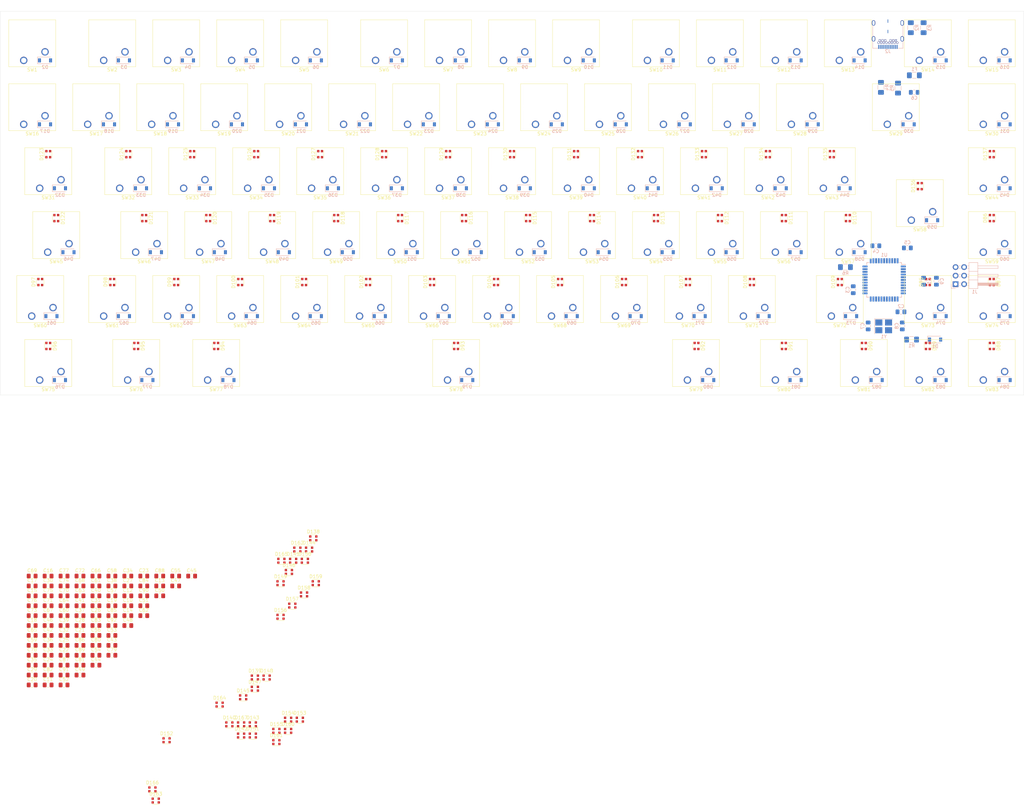
<source format=kicad_pcb>
(kicad_pcb (version 20171130) (host pcbnew 5.1.5+dfsg1-2build2)

  (general
    (thickness 1.6)
    (drawings 4)
    (tracks 0)
    (zones 0)
    (modules 353)
    (nets 217)
  )

  (page A3)
  (layers
    (0 F.Cu signal)
    (31 B.Cu signal)
    (32 B.Adhes user)
    (33 F.Adhes user)
    (34 B.Paste user)
    (35 F.Paste user)
    (36 B.SilkS user)
    (37 F.SilkS user)
    (38 B.Mask user)
    (39 F.Mask user)
    (40 Dwgs.User user)
    (41 Cmts.User user)
    (42 Eco1.User user)
    (43 Eco2.User user)
    (44 Edge.Cuts user)
    (45 Margin user)
    (46 B.CrtYd user)
    (47 F.CrtYd user)
    (48 B.Fab user)
    (49 F.Fab user)
  )

  (setup
    (last_trace_width 0.25)
    (trace_clearance 0.2)
    (zone_clearance 0.508)
    (zone_45_only no)
    (trace_min 0.2)
    (via_size 0.8)
    (via_drill 0.4)
    (via_min_size 0.6)
    (via_min_drill 0.3)
    (uvia_size 0.3)
    (uvia_drill 0.1)
    (uvias_allowed no)
    (uvia_min_size 0.2)
    (uvia_min_drill 0.1)
    (edge_width 0.05)
    (segment_width 0.2)
    (pcb_text_width 0.3)
    (pcb_text_size 1.5 1.5)
    (mod_edge_width 0.12)
    (mod_text_size 1 1)
    (mod_text_width 0.15)
    (pad_size 1.524 1.524)
    (pad_drill 0.762)
    (pad_to_mask_clearance 0.051)
    (solder_mask_min_width 0.25)
    (aux_axis_origin 0 0)
    (visible_elements FFFFF77F)
    (pcbplotparams
      (layerselection 0x010fc_ffffffff)
      (usegerberextensions false)
      (usegerberattributes false)
      (usegerberadvancedattributes false)
      (creategerberjobfile false)
      (excludeedgelayer true)
      (linewidth 0.100000)
      (plotframeref false)
      (viasonmask false)
      (mode 1)
      (useauxorigin false)
      (hpglpennumber 1)
      (hpglpenspeed 20)
      (hpglpendiameter 15.000000)
      (psnegative false)
      (psa4output false)
      (plotreference true)
      (plotvalue true)
      (plotinvisibletext false)
      (padsonsilk false)
      (subtractmaskfromsilk false)
      (outputformat 1)
      (mirror false)
      (drillshape 1)
      (scaleselection 1)
      (outputdirectory ""))
  )

  (net 0 "")
  (net 1 GND)
  (net 2 +5V)
  (net 3 "Net-(C7-Pad1)")
  (net 4 "Net-(C8-Pad2)")
  (net 5 "Net-(C9-Pad1)")
  (net 6 RST)
  (net 7 ROW0)
  (net 8 "Net-(D2-Pad2)")
  (net 9 "Net-(D3-Pad2)")
  (net 10 "Net-(D4-Pad2)")
  (net 11 "Net-(D5-Pad2)")
  (net 12 "Net-(D6-Pad2)")
  (net 13 "Net-(D7-Pad2)")
  (net 14 "Net-(D8-Pad2)")
  (net 15 "Net-(D9-Pad2)")
  (net 16 "Net-(D10-Pad2)")
  (net 17 "Net-(D11-Pad2)")
  (net 18 "Net-(D12-Pad2)")
  (net 19 "Net-(D13-Pad2)")
  (net 20 "Net-(D14-Pad2)")
  (net 21 "Net-(D15-Pad2)")
  (net 22 "Net-(D16-Pad2)")
  (net 23 ROW1)
  (net 24 "Net-(D17-Pad2)")
  (net 25 "Net-(D18-Pad2)")
  (net 26 "Net-(D19-Pad2)")
  (net 27 "Net-(D20-Pad2)")
  (net 28 "Net-(D21-Pad2)")
  (net 29 "Net-(D22-Pad2)")
  (net 30 "Net-(D23-Pad2)")
  (net 31 "Net-(D24-Pad2)")
  (net 32 "Net-(D25-Pad2)")
  (net 33 "Net-(D26-Pad2)")
  (net 34 "Net-(D27-Pad2)")
  (net 35 "Net-(D28-Pad2)")
  (net 36 "Net-(D29-Pad2)")
  (net 37 "Net-(D30-Pad2)")
  (net 38 "Net-(D31-Pad2)")
  (net 39 "Net-(D32-Pad2)")
  (net 40 ROW2)
  (net 41 "Net-(D33-Pad2)")
  (net 42 "Net-(D34-Pad2)")
  (net 43 "Net-(D35-Pad2)")
  (net 44 "Net-(D36-Pad2)")
  (net 45 "Net-(D37-Pad2)")
  (net 46 "Net-(D38-Pad2)")
  (net 47 "Net-(D39-Pad2)")
  (net 48 "Net-(D40-Pad2)")
  (net 49 "Net-(D41-Pad2)")
  (net 50 "Net-(D42-Pad2)")
  (net 51 "Net-(D43-Pad2)")
  (net 52 "Net-(D44-Pad2)")
  (net 53 "Net-(D45-Pad2)")
  (net 54 "Net-(D46-Pad2)")
  (net 55 ROW3)
  (net 56 "Net-(D47-Pad2)")
  (net 57 "Net-(D48-Pad2)")
  (net 58 "Net-(D49-Pad2)")
  (net 59 "Net-(D50-Pad2)")
  (net 60 "Net-(D51-Pad2)")
  (net 61 "Net-(D52-Pad2)")
  (net 62 "Net-(D53-Pad2)")
  (net 63 "Net-(D54-Pad2)")
  (net 64 "Net-(D55-Pad2)")
  (net 65 "Net-(D56-Pad2)")
  (net 66 "Net-(D57-Pad2)")
  (net 67 "Net-(D58-Pad2)")
  (net 68 "Net-(D59-Pad2)")
  (net 69 "Net-(D60-Pad2)")
  (net 70 ROW4)
  (net 71 "Net-(D61-Pad2)")
  (net 72 "Net-(D62-Pad2)")
  (net 73 "Net-(D63-Pad2)")
  (net 74 "Net-(D64-Pad2)")
  (net 75 "Net-(D65-Pad2)")
  (net 76 "Net-(D66-Pad2)")
  (net 77 "Net-(D67-Pad2)")
  (net 78 "Net-(D68-Pad2)")
  (net 79 "Net-(D69-Pad2)")
  (net 80 "Net-(D70-Pad2)")
  (net 81 "Net-(D71-Pad2)")
  (net 82 "Net-(D72-Pad2)")
  (net 83 "Net-(D73-Pad2)")
  (net 84 "Net-(D74-Pad2)")
  (net 85 "Net-(D75-Pad2)")
  (net 86 ROW5)
  (net 87 "Net-(D76-Pad2)")
  (net 88 "Net-(D77-Pad2)")
  (net 89 "Net-(D78-Pad2)")
  (net 90 "Net-(D79-Pad2)")
  (net 91 "Net-(D80-Pad2)")
  (net 92 "Net-(D81-Pad2)")
  (net 93 "Net-(D82-Pad2)")
  (net 94 "Net-(D83-Pad2)")
  (net 95 "Net-(D84-Pad2)")
  (net 96 "Net-(D85-Pad2)")
  (net 97 DIN)
  (net 98 "Net-(D86-Pad2)")
  (net 99 "Net-(D87-Pad2)")
  (net 100 "Net-(D88-Pad2)")
  (net 101 "Net-(D89-Pad2)")
  (net 102 "Net-(D90-Pad2)")
  (net 103 "Net-(D91-Pad2)")
  (net 104 "Net-(D92-Pad2)")
  (net 105 "Net-(D93-Pad2)")
  (net 106 "Net-(D94-Pad2)")
  (net 107 "Net-(D95-Pad2)")
  (net 108 "Net-(D96-Pad2)")
  (net 109 "Net-(D97-Pad2)")
  (net 110 "Net-(D98-Pad2)")
  (net 111 "Net-(D100-Pad4)")
  (net 112 "Net-(D100-Pad2)")
  (net 113 "Net-(D101-Pad2)")
  (net 114 "Net-(D102-Pad2)")
  (net 115 "Net-(D103-Pad2)")
  (net 116 "Net-(D104-Pad2)")
  (net 117 "Net-(D105-Pad2)")
  (net 118 "Net-(D106-Pad2)")
  (net 119 "Net-(D107-Pad2)")
  (net 120 "Net-(D108-Pad2)")
  (net 121 "Net-(D109-Pad2)")
  (net 122 "Net-(D110-Pad2)")
  (net 123 "Net-(D111-Pad2)")
  (net 124 "Net-(D112-Pad2)")
  (net 125 "Net-(D113-Pad2)")
  (net 126 "Net-(D114-Pad2)")
  (net 127 "Net-(D115-Pad2)")
  (net 128 "Net-(D116-Pad2)")
  (net 129 "Net-(D117-Pad2)")
  (net 130 "Net-(D118-Pad2)")
  (net 131 "Net-(D119-Pad2)")
  (net 132 "Net-(D120-Pad2)")
  (net 133 "Net-(D121-Pad2)")
  (net 134 "Net-(D122-Pad2)")
  (net 135 "Net-(D123-Pad2)")
  (net 136 "Net-(D124-Pad2)")
  (net 137 "Net-(D125-Pad2)")
  (net 138 "Net-(D126-Pad2)")
  (net 139 "Net-(D127-Pad2)")
  (net 140 "Net-(D128-Pad2)")
  (net 141 "Net-(D129-Pad2)")
  (net 142 "Net-(D130-Pad2)")
  (net 143 "Net-(D131-Pad2)")
  (net 144 "Net-(D132-Pad2)")
  (net 145 "Net-(D133-Pad2)")
  (net 146 "Net-(D134-Pad2)")
  (net 147 "Net-(D135-Pad2)")
  (net 148 "Net-(D136-Pad2)")
  (net 149 "Net-(D137-Pad2)")
  (net 150 "Net-(D138-Pad2)")
  (net 151 "Net-(D139-Pad2)")
  (net 152 "Net-(D140-Pad2)")
  (net 153 "Net-(D141-Pad2)")
  (net 154 "Net-(D142-Pad2)")
  (net 155 "Net-(D143-Pad2)")
  (net 156 "Net-(D144-Pad2)")
  (net 157 "Net-(D145-Pad2)")
  (net 158 "Net-(D146-Pad2)")
  (net 159 "Net-(D147-Pad2)")
  (net 160 "Net-(D148-Pad2)")
  (net 161 "Net-(D149-Pad2)")
  (net 162 "Net-(D150-Pad2)")
  (net 163 "Net-(D151-Pad2)")
  (net 164 "Net-(D152-Pad2)")
  (net 165 "Net-(D153-Pad2)")
  (net 166 "Net-(D154-Pad2)")
  (net 167 "Net-(D155-Pad2)")
  (net 168 "Net-(D156-Pad2)")
  (net 169 "Net-(D157-Pad2)")
  (net 170 "Net-(D158-Pad2)")
  (net 171 "Net-(D159-Pad2)")
  (net 172 "Net-(D160-Pad2)")
  (net 173 "Net-(D161-Pad2)")
  (net 174 "Net-(D162-Pad2)")
  (net 175 "Net-(D163-Pad2)")
  (net 176 "Net-(D164-Pad2)")
  (net 177 "Net-(D165-Pad2)")
  (net 178 "Net-(D166-Pad2)")
  (net 179 "Net-(D167-Pad2)")
  (net 180 "Net-(F1-Pad2)")
  (net 181 COL02)
  (net 182 COL00)
  (net 183 COL01)
  (net 184 "Net-(J2-PadA11)")
  (net 185 "Net-(J2-PadA10)")
  (net 186 "Net-(J2-PadA8)")
  (net 187 D-)
  (net 188 D+)
  (net 189 "Net-(J2-PadA5)")
  (net 190 "Net-(J2-PadA3)")
  (net 191 "Net-(J2-PadA2)")
  (net 192 "Net-(J2-PadB10)")
  (net 193 "Net-(J2-PadB3)")
  (net 194 "Net-(J2-PadB8)")
  (net 195 "Net-(J2-PadB5)")
  (net 196 "Net-(J2-PadB2)")
  (net 197 "Net-(J2-PadB11)")
  (net 198 "Net-(R4-Pad1)")
  (net 199 "Net-(R5-Pad2)")
  (net 200 "Net-(R6-Pad2)")
  (net 201 COL03)
  (net 202 COL04)
  (net 203 COL06)
  (net 204 COL07)
  (net 205 COL08)
  (net 206 COL09)
  (net 207 COL10)
  (net 208 COL11)
  (net 209 COL12)
  (net 210 COL13)
  (net 211 COL14)
  (net 212 COL15)
  (net 213 COL05)
  (net 214 "Net-(U1-Pad1)")
  (net 215 "Net-(U1-Pad8)")
  (net 216 "Net-(U1-Pad42)")

  (net_class Default "Dies ist die voreingestellte Netzklasse."
    (clearance 0.2)
    (trace_width 0.25)
    (via_dia 0.8)
    (via_drill 0.4)
    (uvia_dia 0.3)
    (uvia_drill 0.1)
    (add_net +5V)
    (add_net COL00)
    (add_net COL01)
    (add_net COL02)
    (add_net COL03)
    (add_net COL04)
    (add_net COL05)
    (add_net COL06)
    (add_net COL07)
    (add_net COL08)
    (add_net COL09)
    (add_net COL10)
    (add_net COL11)
    (add_net COL12)
    (add_net COL13)
    (add_net COL14)
    (add_net COL15)
    (add_net D+)
    (add_net D-)
    (add_net DIN)
    (add_net GND)
    (add_net "Net-(C7-Pad1)")
    (add_net "Net-(C8-Pad2)")
    (add_net "Net-(C9-Pad1)")
    (add_net "Net-(D10-Pad2)")
    (add_net "Net-(D100-Pad2)")
    (add_net "Net-(D100-Pad4)")
    (add_net "Net-(D101-Pad2)")
    (add_net "Net-(D102-Pad2)")
    (add_net "Net-(D103-Pad2)")
    (add_net "Net-(D104-Pad2)")
    (add_net "Net-(D105-Pad2)")
    (add_net "Net-(D106-Pad2)")
    (add_net "Net-(D107-Pad2)")
    (add_net "Net-(D108-Pad2)")
    (add_net "Net-(D109-Pad2)")
    (add_net "Net-(D11-Pad2)")
    (add_net "Net-(D110-Pad2)")
    (add_net "Net-(D111-Pad2)")
    (add_net "Net-(D112-Pad2)")
    (add_net "Net-(D113-Pad2)")
    (add_net "Net-(D114-Pad2)")
    (add_net "Net-(D115-Pad2)")
    (add_net "Net-(D116-Pad2)")
    (add_net "Net-(D117-Pad2)")
    (add_net "Net-(D118-Pad2)")
    (add_net "Net-(D119-Pad2)")
    (add_net "Net-(D12-Pad2)")
    (add_net "Net-(D120-Pad2)")
    (add_net "Net-(D121-Pad2)")
    (add_net "Net-(D122-Pad2)")
    (add_net "Net-(D123-Pad2)")
    (add_net "Net-(D124-Pad2)")
    (add_net "Net-(D125-Pad2)")
    (add_net "Net-(D126-Pad2)")
    (add_net "Net-(D127-Pad2)")
    (add_net "Net-(D128-Pad2)")
    (add_net "Net-(D129-Pad2)")
    (add_net "Net-(D13-Pad2)")
    (add_net "Net-(D130-Pad2)")
    (add_net "Net-(D131-Pad2)")
    (add_net "Net-(D132-Pad2)")
    (add_net "Net-(D133-Pad2)")
    (add_net "Net-(D134-Pad2)")
    (add_net "Net-(D135-Pad2)")
    (add_net "Net-(D136-Pad2)")
    (add_net "Net-(D137-Pad2)")
    (add_net "Net-(D138-Pad2)")
    (add_net "Net-(D139-Pad2)")
    (add_net "Net-(D14-Pad2)")
    (add_net "Net-(D140-Pad2)")
    (add_net "Net-(D141-Pad2)")
    (add_net "Net-(D142-Pad2)")
    (add_net "Net-(D143-Pad2)")
    (add_net "Net-(D144-Pad2)")
    (add_net "Net-(D145-Pad2)")
    (add_net "Net-(D146-Pad2)")
    (add_net "Net-(D147-Pad2)")
    (add_net "Net-(D148-Pad2)")
    (add_net "Net-(D149-Pad2)")
    (add_net "Net-(D15-Pad2)")
    (add_net "Net-(D150-Pad2)")
    (add_net "Net-(D151-Pad2)")
    (add_net "Net-(D152-Pad2)")
    (add_net "Net-(D153-Pad2)")
    (add_net "Net-(D154-Pad2)")
    (add_net "Net-(D155-Pad2)")
    (add_net "Net-(D156-Pad2)")
    (add_net "Net-(D157-Pad2)")
    (add_net "Net-(D158-Pad2)")
    (add_net "Net-(D159-Pad2)")
    (add_net "Net-(D16-Pad2)")
    (add_net "Net-(D160-Pad2)")
    (add_net "Net-(D161-Pad2)")
    (add_net "Net-(D162-Pad2)")
    (add_net "Net-(D163-Pad2)")
    (add_net "Net-(D164-Pad2)")
    (add_net "Net-(D165-Pad2)")
    (add_net "Net-(D166-Pad2)")
    (add_net "Net-(D167-Pad2)")
    (add_net "Net-(D17-Pad2)")
    (add_net "Net-(D18-Pad2)")
    (add_net "Net-(D19-Pad2)")
    (add_net "Net-(D2-Pad2)")
    (add_net "Net-(D20-Pad2)")
    (add_net "Net-(D21-Pad2)")
    (add_net "Net-(D22-Pad2)")
    (add_net "Net-(D23-Pad2)")
    (add_net "Net-(D24-Pad2)")
    (add_net "Net-(D25-Pad2)")
    (add_net "Net-(D26-Pad2)")
    (add_net "Net-(D27-Pad2)")
    (add_net "Net-(D28-Pad2)")
    (add_net "Net-(D29-Pad2)")
    (add_net "Net-(D3-Pad2)")
    (add_net "Net-(D30-Pad2)")
    (add_net "Net-(D31-Pad2)")
    (add_net "Net-(D32-Pad2)")
    (add_net "Net-(D33-Pad2)")
    (add_net "Net-(D34-Pad2)")
    (add_net "Net-(D35-Pad2)")
    (add_net "Net-(D36-Pad2)")
    (add_net "Net-(D37-Pad2)")
    (add_net "Net-(D38-Pad2)")
    (add_net "Net-(D39-Pad2)")
    (add_net "Net-(D4-Pad2)")
    (add_net "Net-(D40-Pad2)")
    (add_net "Net-(D41-Pad2)")
    (add_net "Net-(D42-Pad2)")
    (add_net "Net-(D43-Pad2)")
    (add_net "Net-(D44-Pad2)")
    (add_net "Net-(D45-Pad2)")
    (add_net "Net-(D46-Pad2)")
    (add_net "Net-(D47-Pad2)")
    (add_net "Net-(D48-Pad2)")
    (add_net "Net-(D49-Pad2)")
    (add_net "Net-(D5-Pad2)")
    (add_net "Net-(D50-Pad2)")
    (add_net "Net-(D51-Pad2)")
    (add_net "Net-(D52-Pad2)")
    (add_net "Net-(D53-Pad2)")
    (add_net "Net-(D54-Pad2)")
    (add_net "Net-(D55-Pad2)")
    (add_net "Net-(D56-Pad2)")
    (add_net "Net-(D57-Pad2)")
    (add_net "Net-(D58-Pad2)")
    (add_net "Net-(D59-Pad2)")
    (add_net "Net-(D6-Pad2)")
    (add_net "Net-(D60-Pad2)")
    (add_net "Net-(D61-Pad2)")
    (add_net "Net-(D62-Pad2)")
    (add_net "Net-(D63-Pad2)")
    (add_net "Net-(D64-Pad2)")
    (add_net "Net-(D65-Pad2)")
    (add_net "Net-(D66-Pad2)")
    (add_net "Net-(D67-Pad2)")
    (add_net "Net-(D68-Pad2)")
    (add_net "Net-(D69-Pad2)")
    (add_net "Net-(D7-Pad2)")
    (add_net "Net-(D70-Pad2)")
    (add_net "Net-(D71-Pad2)")
    (add_net "Net-(D72-Pad2)")
    (add_net "Net-(D73-Pad2)")
    (add_net "Net-(D74-Pad2)")
    (add_net "Net-(D75-Pad2)")
    (add_net "Net-(D76-Pad2)")
    (add_net "Net-(D77-Pad2)")
    (add_net "Net-(D78-Pad2)")
    (add_net "Net-(D79-Pad2)")
    (add_net "Net-(D8-Pad2)")
    (add_net "Net-(D80-Pad2)")
    (add_net "Net-(D81-Pad2)")
    (add_net "Net-(D82-Pad2)")
    (add_net "Net-(D83-Pad2)")
    (add_net "Net-(D84-Pad2)")
    (add_net "Net-(D85-Pad2)")
    (add_net "Net-(D86-Pad2)")
    (add_net "Net-(D87-Pad2)")
    (add_net "Net-(D88-Pad2)")
    (add_net "Net-(D89-Pad2)")
    (add_net "Net-(D9-Pad2)")
    (add_net "Net-(D90-Pad2)")
    (add_net "Net-(D91-Pad2)")
    (add_net "Net-(D92-Pad2)")
    (add_net "Net-(D93-Pad2)")
    (add_net "Net-(D94-Pad2)")
    (add_net "Net-(D95-Pad2)")
    (add_net "Net-(D96-Pad2)")
    (add_net "Net-(D97-Pad2)")
    (add_net "Net-(D98-Pad2)")
    (add_net "Net-(F1-Pad2)")
    (add_net "Net-(J2-PadA10)")
    (add_net "Net-(J2-PadA11)")
    (add_net "Net-(J2-PadA2)")
    (add_net "Net-(J2-PadA3)")
    (add_net "Net-(J2-PadA5)")
    (add_net "Net-(J2-PadA8)")
    (add_net "Net-(J2-PadB10)")
    (add_net "Net-(J2-PadB11)")
    (add_net "Net-(J2-PadB2)")
    (add_net "Net-(J2-PadB3)")
    (add_net "Net-(J2-PadB5)")
    (add_net "Net-(J2-PadB8)")
    (add_net "Net-(R4-Pad1)")
    (add_net "Net-(R5-Pad2)")
    (add_net "Net-(R6-Pad2)")
    (add_net "Net-(U1-Pad1)")
    (add_net "Net-(U1-Pad42)")
    (add_net "Net-(U1-Pad8)")
    (add_net ROW0)
    (add_net ROW1)
    (add_net ROW2)
    (add_net ROW3)
    (add_net ROW4)
    (add_net ROW5)
    (add_net RST)
  )

  (module Capacitor_SMD:C_0805_2012Metric_Pad1.15x1.40mm_HandSolder (layer B.Cu) (tedit 5B36C52B) (tstamp 5F1B5C2D)
    (at 313.055 118.5 90)
    (descr "Capacitor SMD 0805 (2012 Metric), square (rectangular) end terminal, IPC_7351 nominal with elongated pad for handsoldering. (Body size source: https://docs.google.com/spreadsheets/d/1BsfQQcO9C6DZCsRaXUlFlo91Tg2WpOkGARC1WS5S8t0/edit?usp=sharing), generated with kicad-footprint-generator")
    (tags "capacitor handsolder")
    (path /5F92990D)
    (attr smd)
    (fp_text reference C1 (at 0 1.65 90) (layer B.SilkS)
      (effects (font (size 1 1) (thickness 0.15)) (justify mirror))
    )
    (fp_text value 0.1uF (at 0 -1.65 90) (layer B.Fab)
      (effects (font (size 1 1) (thickness 0.15)) (justify mirror))
    )
    (fp_text user %R (at 0 0 90) (layer B.Fab)
      (effects (font (size 0.5 0.5) (thickness 0.08)) (justify mirror))
    )
    (fp_line (start 1.85 -0.95) (end -1.85 -0.95) (layer B.CrtYd) (width 0.05))
    (fp_line (start 1.85 0.95) (end 1.85 -0.95) (layer B.CrtYd) (width 0.05))
    (fp_line (start -1.85 0.95) (end 1.85 0.95) (layer B.CrtYd) (width 0.05))
    (fp_line (start -1.85 -0.95) (end -1.85 0.95) (layer B.CrtYd) (width 0.05))
    (fp_line (start -0.261252 -0.71) (end 0.261252 -0.71) (layer B.SilkS) (width 0.12))
    (fp_line (start -0.261252 0.71) (end 0.261252 0.71) (layer B.SilkS) (width 0.12))
    (fp_line (start 1 -0.6) (end -1 -0.6) (layer B.Fab) (width 0.1))
    (fp_line (start 1 0.6) (end 1 -0.6) (layer B.Fab) (width 0.1))
    (fp_line (start -1 0.6) (end 1 0.6) (layer B.Fab) (width 0.1))
    (fp_line (start -1 -0.6) (end -1 0.6) (layer B.Fab) (width 0.1))
    (pad 2 smd roundrect (at 1.025 0 90) (size 1.15 1.4) (layers B.Cu B.Paste B.Mask) (roundrect_rratio 0.217391)
      (net 1 GND))
    (pad 1 smd roundrect (at -1.025 0 90) (size 1.15 1.4) (layers B.Cu B.Paste B.Mask) (roundrect_rratio 0.217391)
      (net 2 +5V))
    (model ${KISYS3DMOD}/Capacitor_SMD.3dshapes/C_0805_2012Metric.wrl
      (at (xyz 0 0 0))
      (scale (xyz 1 1 1))
      (rotate (xyz 0 0 0))
    )
  )

  (module Capacitor_SMD:C_0805_2012Metric_Pad1.15x1.40mm_HandSolder (layer B.Cu) (tedit 5B36C52B) (tstamp 5F15EB29)
    (at 306.315 127.635 180)
    (descr "Capacitor SMD 0805 (2012 Metric), square (rectangular) end terminal, IPC_7351 nominal with elongated pad for handsoldering. (Body size source: https://docs.google.com/spreadsheets/d/1BsfQQcO9C6DZCsRaXUlFlo91Tg2WpOkGARC1WS5S8t0/edit?usp=sharing), generated with kicad-footprint-generator")
    (tags "capacitor handsolder")
    (path /5EFFF252)
    (attr smd)
    (fp_text reference C2 (at 0 1.65) (layer B.SilkS)
      (effects (font (size 1 1) (thickness 0.15)) (justify mirror))
    )
    (fp_text value 0.1uF (at 0 -1.65) (layer B.Fab)
      (effects (font (size 1 1) (thickness 0.15)) (justify mirror))
    )
    (fp_text user %R (at 0 0) (layer B.Fab)
      (effects (font (size 0.5 0.5) (thickness 0.08)) (justify mirror))
    )
    (fp_line (start 1.85 -0.95) (end -1.85 -0.95) (layer B.CrtYd) (width 0.05))
    (fp_line (start 1.85 0.95) (end 1.85 -0.95) (layer B.CrtYd) (width 0.05))
    (fp_line (start -1.85 0.95) (end 1.85 0.95) (layer B.CrtYd) (width 0.05))
    (fp_line (start -1.85 -0.95) (end -1.85 0.95) (layer B.CrtYd) (width 0.05))
    (fp_line (start -0.261252 -0.71) (end 0.261252 -0.71) (layer B.SilkS) (width 0.12))
    (fp_line (start -0.261252 0.71) (end 0.261252 0.71) (layer B.SilkS) (width 0.12))
    (fp_line (start 1 -0.6) (end -1 -0.6) (layer B.Fab) (width 0.1))
    (fp_line (start 1 0.6) (end 1 -0.6) (layer B.Fab) (width 0.1))
    (fp_line (start -1 0.6) (end 1 0.6) (layer B.Fab) (width 0.1))
    (fp_line (start -1 -0.6) (end -1 0.6) (layer B.Fab) (width 0.1))
    (pad 2 smd roundrect (at 1.025 0 180) (size 1.15 1.4) (layers B.Cu B.Paste B.Mask) (roundrect_rratio 0.217391)
      (net 1 GND))
    (pad 1 smd roundrect (at -1.025 0 180) (size 1.15 1.4) (layers B.Cu B.Paste B.Mask) (roundrect_rratio 0.217391)
      (net 2 +5V))
    (model ${KISYS3DMOD}/Capacitor_SMD.3dshapes/C_0805_2012Metric.wrl
      (at (xyz 0 0 0))
      (scale (xyz 1 1 1))
      (rotate (xyz 0 0 0))
    )
  )

  (module Capacitor_SMD:C_0805_2012Metric_Pad1.15x1.40mm_HandSolder (layer B.Cu) (tedit 5B36C52B) (tstamp 5F15EB3A)
    (at 292.1 121.04 270)
    (descr "Capacitor SMD 0805 (2012 Metric), square (rectangular) end terminal, IPC_7351 nominal with elongated pad for handsoldering. (Body size source: https://docs.google.com/spreadsheets/d/1BsfQQcO9C6DZCsRaXUlFlo91Tg2WpOkGARC1WS5S8t0/edit?usp=sharing), generated with kicad-footprint-generator")
    (tags "capacitor handsolder")
    (path /5F00AFA0)
    (attr smd)
    (fp_text reference C3 (at 0 1.65 90) (layer B.SilkS)
      (effects (font (size 1 1) (thickness 0.15)) (justify mirror))
    )
    (fp_text value 0.1uF (at 0 -1.65 90) (layer B.Fab)
      (effects (font (size 1 1) (thickness 0.15)) (justify mirror))
    )
    (fp_text user %R (at 0 0 90) (layer B.Fab)
      (effects (font (size 0.5 0.5) (thickness 0.08)) (justify mirror))
    )
    (fp_line (start 1.85 -0.95) (end -1.85 -0.95) (layer B.CrtYd) (width 0.05))
    (fp_line (start 1.85 0.95) (end 1.85 -0.95) (layer B.CrtYd) (width 0.05))
    (fp_line (start -1.85 0.95) (end 1.85 0.95) (layer B.CrtYd) (width 0.05))
    (fp_line (start -1.85 -0.95) (end -1.85 0.95) (layer B.CrtYd) (width 0.05))
    (fp_line (start -0.261252 -0.71) (end 0.261252 -0.71) (layer B.SilkS) (width 0.12))
    (fp_line (start -0.261252 0.71) (end 0.261252 0.71) (layer B.SilkS) (width 0.12))
    (fp_line (start 1 -0.6) (end -1 -0.6) (layer B.Fab) (width 0.1))
    (fp_line (start 1 0.6) (end 1 -0.6) (layer B.Fab) (width 0.1))
    (fp_line (start -1 0.6) (end 1 0.6) (layer B.Fab) (width 0.1))
    (fp_line (start -1 -0.6) (end -1 0.6) (layer B.Fab) (width 0.1))
    (pad 2 smd roundrect (at 1.025 0 270) (size 1.15 1.4) (layers B.Cu B.Paste B.Mask) (roundrect_rratio 0.217391)
      (net 1 GND))
    (pad 1 smd roundrect (at -1.025 0 270) (size 1.15 1.4) (layers B.Cu B.Paste B.Mask) (roundrect_rratio 0.217391)
      (net 2 +5V))
    (model ${KISYS3DMOD}/Capacitor_SMD.3dshapes/C_0805_2012Metric.wrl
      (at (xyz 0 0 0))
      (scale (xyz 1 1 1))
      (rotate (xyz 0 0 0))
    )
  )

  (module Capacitor_SMD:C_0805_2012Metric_Pad1.15x1.40mm_HandSolder (layer B.Cu) (tedit 5B36C52B) (tstamp 5F15EB4B)
    (at 298.84 107.95)
    (descr "Capacitor SMD 0805 (2012 Metric), square (rectangular) end terminal, IPC_7351 nominal with elongated pad for handsoldering. (Body size source: https://docs.google.com/spreadsheets/d/1BsfQQcO9C6DZCsRaXUlFlo91Tg2WpOkGARC1WS5S8t0/edit?usp=sharing), generated with kicad-footprint-generator")
    (tags "capacitor handsolder")
    (path /5F00B4C3)
    (attr smd)
    (fp_text reference C4 (at 0 1.65) (layer B.SilkS)
      (effects (font (size 1 1) (thickness 0.15)) (justify mirror))
    )
    (fp_text value 0.1uF (at 0 -1.65) (layer B.Fab)
      (effects (font (size 1 1) (thickness 0.15)) (justify mirror))
    )
    (fp_line (start -1 -0.6) (end -1 0.6) (layer B.Fab) (width 0.1))
    (fp_line (start -1 0.6) (end 1 0.6) (layer B.Fab) (width 0.1))
    (fp_line (start 1 0.6) (end 1 -0.6) (layer B.Fab) (width 0.1))
    (fp_line (start 1 -0.6) (end -1 -0.6) (layer B.Fab) (width 0.1))
    (fp_line (start -0.261252 0.71) (end 0.261252 0.71) (layer B.SilkS) (width 0.12))
    (fp_line (start -0.261252 -0.71) (end 0.261252 -0.71) (layer B.SilkS) (width 0.12))
    (fp_line (start -1.85 -0.95) (end -1.85 0.95) (layer B.CrtYd) (width 0.05))
    (fp_line (start -1.85 0.95) (end 1.85 0.95) (layer B.CrtYd) (width 0.05))
    (fp_line (start 1.85 0.95) (end 1.85 -0.95) (layer B.CrtYd) (width 0.05))
    (fp_line (start 1.85 -0.95) (end -1.85 -0.95) (layer B.CrtYd) (width 0.05))
    (fp_text user %R (at 0 0) (layer B.Fab)
      (effects (font (size 0.5 0.5) (thickness 0.08)) (justify mirror))
    )
    (pad 1 smd roundrect (at -1.025 0) (size 1.15 1.4) (layers B.Cu B.Paste B.Mask) (roundrect_rratio 0.217391)
      (net 2 +5V))
    (pad 2 smd roundrect (at 1.025 0) (size 1.15 1.4) (layers B.Cu B.Paste B.Mask) (roundrect_rratio 0.217391)
      (net 1 GND))
    (model ${KISYS3DMOD}/Capacitor_SMD.3dshapes/C_0805_2012Metric.wrl
      (at (xyz 0 0 0))
      (scale (xyz 1 1 1))
      (rotate (xyz 0 0 0))
    )
  )

  (module Capacitor_SMD:C_0805_2012Metric_Pad1.15x1.40mm_HandSolder (layer B.Cu) (tedit 5B36C52B) (tstamp 5F15EB5C)
    (at 308.22 108.585 180)
    (descr "Capacitor SMD 0805 (2012 Metric), square (rectangular) end terminal, IPC_7351 nominal with elongated pad for handsoldering. (Body size source: https://docs.google.com/spreadsheets/d/1BsfQQcO9C6DZCsRaXUlFlo91Tg2WpOkGARC1WS5S8t0/edit?usp=sharing), generated with kicad-footprint-generator")
    (tags "capacitor handsolder")
    (path /5F92A552)
    (attr smd)
    (fp_text reference C5 (at 0 1.65) (layer B.SilkS)
      (effects (font (size 1 1) (thickness 0.15)) (justify mirror))
    )
    (fp_text value 0.1uF (at 0 -1.65) (layer B.Fab)
      (effects (font (size 1 1) (thickness 0.15)) (justify mirror))
    )
    (fp_text user %R (at 0 0) (layer B.Fab)
      (effects (font (size 0.5 0.5) (thickness 0.08)) (justify mirror))
    )
    (fp_line (start 1.85 -0.95) (end -1.85 -0.95) (layer B.CrtYd) (width 0.05))
    (fp_line (start 1.85 0.95) (end 1.85 -0.95) (layer B.CrtYd) (width 0.05))
    (fp_line (start -1.85 0.95) (end 1.85 0.95) (layer B.CrtYd) (width 0.05))
    (fp_line (start -1.85 -0.95) (end -1.85 0.95) (layer B.CrtYd) (width 0.05))
    (fp_line (start -0.261252 -0.71) (end 0.261252 -0.71) (layer B.SilkS) (width 0.12))
    (fp_line (start -0.261252 0.71) (end 0.261252 0.71) (layer B.SilkS) (width 0.12))
    (fp_line (start 1 -0.6) (end -1 -0.6) (layer B.Fab) (width 0.1))
    (fp_line (start 1 0.6) (end 1 -0.6) (layer B.Fab) (width 0.1))
    (fp_line (start -1 0.6) (end 1 0.6) (layer B.Fab) (width 0.1))
    (fp_line (start -1 -0.6) (end -1 0.6) (layer B.Fab) (width 0.1))
    (pad 2 smd roundrect (at 1.025 0 180) (size 1.15 1.4) (layers B.Cu B.Paste B.Mask) (roundrect_rratio 0.217391)
      (net 1 GND))
    (pad 1 smd roundrect (at -1.025 0 180) (size 1.15 1.4) (layers B.Cu B.Paste B.Mask) (roundrect_rratio 0.217391)
      (net 2 +5V))
    (model ${KISYS3DMOD}/Capacitor_SMD.3dshapes/C_0805_2012Metric.wrl
      (at (xyz 0 0 0))
      (scale (xyz 1 1 1))
      (rotate (xyz 0 0 0))
    )
  )

  (module Capacitor_SMD:C_0805_2012Metric_Pad1.15x1.40mm_HandSolder (layer B.Cu) (tedit 5B36C52B) (tstamp 5F15EB6D)
    (at 310.27 62.23)
    (descr "Capacitor SMD 0805 (2012 Metric), square (rectangular) end terminal, IPC_7351 nominal with elongated pad for handsoldering. (Body size source: https://docs.google.com/spreadsheets/d/1BsfQQcO9C6DZCsRaXUlFlo91Tg2WpOkGARC1WS5S8t0/edit?usp=sharing), generated with kicad-footprint-generator")
    (tags "capacitor handsolder")
    (path /5F007EF5)
    (attr smd)
    (fp_text reference C6 (at 0 1.65) (layer B.SilkS)
      (effects (font (size 1 1) (thickness 0.15)) (justify mirror))
    )
    (fp_text value 10uF (at 0 -1.65) (layer B.Fab)
      (effects (font (size 1 1) (thickness 0.15)) (justify mirror))
    )
    (fp_line (start -1 -0.6) (end -1 0.6) (layer B.Fab) (width 0.1))
    (fp_line (start -1 0.6) (end 1 0.6) (layer B.Fab) (width 0.1))
    (fp_line (start 1 0.6) (end 1 -0.6) (layer B.Fab) (width 0.1))
    (fp_line (start 1 -0.6) (end -1 -0.6) (layer B.Fab) (width 0.1))
    (fp_line (start -0.261252 0.71) (end 0.261252 0.71) (layer B.SilkS) (width 0.12))
    (fp_line (start -0.261252 -0.71) (end 0.261252 -0.71) (layer B.SilkS) (width 0.12))
    (fp_line (start -1.85 -0.95) (end -1.85 0.95) (layer B.CrtYd) (width 0.05))
    (fp_line (start -1.85 0.95) (end 1.85 0.95) (layer B.CrtYd) (width 0.05))
    (fp_line (start 1.85 0.95) (end 1.85 -0.95) (layer B.CrtYd) (width 0.05))
    (fp_line (start 1.85 -0.95) (end -1.85 -0.95) (layer B.CrtYd) (width 0.05))
    (fp_text user %R (at 0 0) (layer B.Fab)
      (effects (font (size 0.5 0.5) (thickness 0.08)) (justify mirror))
    )
    (pad 1 smd roundrect (at -1.025 0) (size 1.15 1.4) (layers B.Cu B.Paste B.Mask) (roundrect_rratio 0.217391)
      (net 2 +5V))
    (pad 2 smd roundrect (at 1.025 0) (size 1.15 1.4) (layers B.Cu B.Paste B.Mask) (roundrect_rratio 0.217391)
      (net 1 GND))
    (model ${KISYS3DMOD}/Capacitor_SMD.3dshapes/C_0805_2012Metric.wrl
      (at (xyz 0 0 0))
      (scale (xyz 1 1 1))
      (rotate (xyz 0 0 0))
    )
  )

  (module Capacitor_SMD:C_0805_2012Metric_Pad1.15x1.40mm_HandSolder (layer B.Cu) (tedit 5B36C52B) (tstamp 5F15EB7E)
    (at 296.545 131.835 270)
    (descr "Capacitor SMD 0805 (2012 Metric), square (rectangular) end terminal, IPC_7351 nominal with elongated pad for handsoldering. (Body size source: https://docs.google.com/spreadsheets/d/1BsfQQcO9C6DZCsRaXUlFlo91Tg2WpOkGARC1WS5S8t0/edit?usp=sharing), generated with kicad-footprint-generator")
    (tags "capacitor handsolder")
    (path /5F0786B1)
    (attr smd)
    (fp_text reference C7 (at 0 1.65 90) (layer B.SilkS)
      (effects (font (size 1 1) (thickness 0.15)) (justify mirror))
    )
    (fp_text value 22pF (at 0 -1.65 90) (layer B.Fab)
      (effects (font (size 1 1) (thickness 0.15)) (justify mirror))
    )
    (fp_text user %R (at 0 0 90) (layer B.Fab)
      (effects (font (size 0.5 0.5) (thickness 0.08)) (justify mirror))
    )
    (fp_line (start 1.85 -0.95) (end -1.85 -0.95) (layer B.CrtYd) (width 0.05))
    (fp_line (start 1.85 0.95) (end 1.85 -0.95) (layer B.CrtYd) (width 0.05))
    (fp_line (start -1.85 0.95) (end 1.85 0.95) (layer B.CrtYd) (width 0.05))
    (fp_line (start -1.85 -0.95) (end -1.85 0.95) (layer B.CrtYd) (width 0.05))
    (fp_line (start -0.261252 -0.71) (end 0.261252 -0.71) (layer B.SilkS) (width 0.12))
    (fp_line (start -0.261252 0.71) (end 0.261252 0.71) (layer B.SilkS) (width 0.12))
    (fp_line (start 1 -0.6) (end -1 -0.6) (layer B.Fab) (width 0.1))
    (fp_line (start 1 0.6) (end 1 -0.6) (layer B.Fab) (width 0.1))
    (fp_line (start -1 0.6) (end 1 0.6) (layer B.Fab) (width 0.1))
    (fp_line (start -1 -0.6) (end -1 0.6) (layer B.Fab) (width 0.1))
    (pad 2 smd roundrect (at 1.025 0 270) (size 1.15 1.4) (layers B.Cu B.Paste B.Mask) (roundrect_rratio 0.217391)
      (net 1 GND))
    (pad 1 smd roundrect (at -1.025 0 270) (size 1.15 1.4) (layers B.Cu B.Paste B.Mask) (roundrect_rratio 0.217391)
      (net 3 "Net-(C7-Pad1)"))
    (model ${KISYS3DMOD}/Capacitor_SMD.3dshapes/C_0805_2012Metric.wrl
      (at (xyz 0 0 0))
      (scale (xyz 1 1 1))
      (rotate (xyz 0 0 0))
    )
  )

  (module Capacitor_SMD:C_0805_2012Metric_Pad1.15x1.40mm_HandSolder (layer B.Cu) (tedit 5B36C52B) (tstamp 5F15EB8F)
    (at 306.705 131.835 270)
    (descr "Capacitor SMD 0805 (2012 Metric), square (rectangular) end terminal, IPC_7351 nominal with elongated pad for handsoldering. (Body size source: https://docs.google.com/spreadsheets/d/1BsfQQcO9C6DZCsRaXUlFlo91Tg2WpOkGARC1WS5S8t0/edit?usp=sharing), generated with kicad-footprint-generator")
    (tags "capacitor handsolder")
    (path /5F0BA64F)
    (attr smd)
    (fp_text reference C8 (at 0 1.65 90) (layer B.SilkS)
      (effects (font (size 1 1) (thickness 0.15)) (justify mirror))
    )
    (fp_text value 22pF (at 0 -1.65 90) (layer B.Fab)
      (effects (font (size 1 1) (thickness 0.15)) (justify mirror))
    )
    (fp_text user %R (at 0 0 90) (layer B.Fab)
      (effects (font (size 0.5 0.5) (thickness 0.08)) (justify mirror))
    )
    (fp_line (start 1.85 -0.95) (end -1.85 -0.95) (layer B.CrtYd) (width 0.05))
    (fp_line (start 1.85 0.95) (end 1.85 -0.95) (layer B.CrtYd) (width 0.05))
    (fp_line (start -1.85 0.95) (end 1.85 0.95) (layer B.CrtYd) (width 0.05))
    (fp_line (start -1.85 -0.95) (end -1.85 0.95) (layer B.CrtYd) (width 0.05))
    (fp_line (start -0.261252 -0.71) (end 0.261252 -0.71) (layer B.SilkS) (width 0.12))
    (fp_line (start -0.261252 0.71) (end 0.261252 0.71) (layer B.SilkS) (width 0.12))
    (fp_line (start 1 -0.6) (end -1 -0.6) (layer B.Fab) (width 0.1))
    (fp_line (start 1 0.6) (end 1 -0.6) (layer B.Fab) (width 0.1))
    (fp_line (start -1 0.6) (end 1 0.6) (layer B.Fab) (width 0.1))
    (fp_line (start -1 -0.6) (end -1 0.6) (layer B.Fab) (width 0.1))
    (pad 2 smd roundrect (at 1.025 0 270) (size 1.15 1.4) (layers B.Cu B.Paste B.Mask) (roundrect_rratio 0.217391)
      (net 4 "Net-(C8-Pad2)"))
    (pad 1 smd roundrect (at -1.025 0 270) (size 1.15 1.4) (layers B.Cu B.Paste B.Mask) (roundrect_rratio 0.217391)
      (net 1 GND))
    (model ${KISYS3DMOD}/Capacitor_SMD.3dshapes/C_0805_2012Metric.wrl
      (at (xyz 0 0 0))
      (scale (xyz 1 1 1))
      (rotate (xyz 0 0 0))
    )
  )

  (module Capacitor_SMD:C_0805_2012Metric_Pad1.15x1.40mm_HandSolder (layer B.Cu) (tedit 5B36C52B) (tstamp 5F15EBA0)
    (at 316.865 118.5 90)
    (descr "Capacitor SMD 0805 (2012 Metric), square (rectangular) end terminal, IPC_7351 nominal with elongated pad for handsoldering. (Body size source: https://docs.google.com/spreadsheets/d/1BsfQQcO9C6DZCsRaXUlFlo91Tg2WpOkGARC1WS5S8t0/edit?usp=sharing), generated with kicad-footprint-generator")
    (tags "capacitor handsolder")
    (path /5F049C39)
    (attr smd)
    (fp_text reference C9 (at 0 1.65 90) (layer B.SilkS)
      (effects (font (size 1 1) (thickness 0.15)) (justify mirror))
    )
    (fp_text value 1uF (at 0 -1.65 90) (layer B.Fab)
      (effects (font (size 1 1) (thickness 0.15)) (justify mirror))
    )
    (fp_line (start -1 -0.6) (end -1 0.6) (layer B.Fab) (width 0.1))
    (fp_line (start -1 0.6) (end 1 0.6) (layer B.Fab) (width 0.1))
    (fp_line (start 1 0.6) (end 1 -0.6) (layer B.Fab) (width 0.1))
    (fp_line (start 1 -0.6) (end -1 -0.6) (layer B.Fab) (width 0.1))
    (fp_line (start -0.261252 0.71) (end 0.261252 0.71) (layer B.SilkS) (width 0.12))
    (fp_line (start -0.261252 -0.71) (end 0.261252 -0.71) (layer B.SilkS) (width 0.12))
    (fp_line (start -1.85 -0.95) (end -1.85 0.95) (layer B.CrtYd) (width 0.05))
    (fp_line (start -1.85 0.95) (end 1.85 0.95) (layer B.CrtYd) (width 0.05))
    (fp_line (start 1.85 0.95) (end 1.85 -0.95) (layer B.CrtYd) (width 0.05))
    (fp_line (start 1.85 -0.95) (end -1.85 -0.95) (layer B.CrtYd) (width 0.05))
    (fp_text user %R (at 0 0 90) (layer B.Fab)
      (effects (font (size 0.5 0.5) (thickness 0.08)) (justify mirror))
    )
    (pad 1 smd roundrect (at -1.025 0 90) (size 1.15 1.4) (layers B.Cu B.Paste B.Mask) (roundrect_rratio 0.217391)
      (net 5 "Net-(C9-Pad1)"))
    (pad 2 smd roundrect (at 1.025 0 90) (size 1.15 1.4) (layers B.Cu B.Paste B.Mask) (roundrect_rratio 0.217391)
      (net 1 GND))
    (model ${KISYS3DMOD}/Capacitor_SMD.3dshapes/C_0805_2012Metric.wrl
      (at (xyz 0 0 0))
      (scale (xyz 1 1 1))
      (rotate (xyz 0 0 0))
    )
  )

  (module Capacitor_SMD:C_0805_2012Metric_Pad1.15x1.40mm_HandSolder (layer F.Cu) (tedit 5B36C52B) (tstamp 5F15EBB1)
    (at 76.095001 215.205001)
    (descr "Capacitor SMD 0805 (2012 Metric), square (rectangular) end terminal, IPC_7351 nominal with elongated pad for handsoldering. (Body size source: https://docs.google.com/spreadsheets/d/1BsfQQcO9C6DZCsRaXUlFlo91Tg2WpOkGARC1WS5S8t0/edit?usp=sharing), generated with kicad-footprint-generator")
    (tags "capacitor handsolder")
    (path /5F949B9C/5FD1B778)
    (attr smd)
    (fp_text reference C10 (at 0 -1.65) (layer F.SilkS)
      (effects (font (size 1 1) (thickness 0.15)))
    )
    (fp_text value 0.1uF (at 0 1.65) (layer F.Fab)
      (effects (font (size 1 1) (thickness 0.15)))
    )
    (fp_line (start -1 0.6) (end -1 -0.6) (layer F.Fab) (width 0.1))
    (fp_line (start -1 -0.6) (end 1 -0.6) (layer F.Fab) (width 0.1))
    (fp_line (start 1 -0.6) (end 1 0.6) (layer F.Fab) (width 0.1))
    (fp_line (start 1 0.6) (end -1 0.6) (layer F.Fab) (width 0.1))
    (fp_line (start -0.261252 -0.71) (end 0.261252 -0.71) (layer F.SilkS) (width 0.12))
    (fp_line (start -0.261252 0.71) (end 0.261252 0.71) (layer F.SilkS) (width 0.12))
    (fp_line (start -1.85 0.95) (end -1.85 -0.95) (layer F.CrtYd) (width 0.05))
    (fp_line (start -1.85 -0.95) (end 1.85 -0.95) (layer F.CrtYd) (width 0.05))
    (fp_line (start 1.85 -0.95) (end 1.85 0.95) (layer F.CrtYd) (width 0.05))
    (fp_line (start 1.85 0.95) (end -1.85 0.95) (layer F.CrtYd) (width 0.05))
    (fp_text user %R (at 0 0) (layer F.Fab)
      (effects (font (size 0.5 0.5) (thickness 0.08)))
    )
    (pad 1 smd roundrect (at -1.025 0) (size 1.15 1.4) (layers F.Cu F.Paste F.Mask) (roundrect_rratio 0.217391)
      (net 2 +5V))
    (pad 2 smd roundrect (at 1.025 0) (size 1.15 1.4) (layers F.Cu F.Paste F.Mask) (roundrect_rratio 0.217391)
      (net 1 GND))
    (model ${KISYS3DMOD}/Capacitor_SMD.3dshapes/C_0805_2012Metric.wrl
      (at (xyz 0 0 0))
      (scale (xyz 1 1 1))
      (rotate (xyz 0 0 0))
    )
  )

  (module Capacitor_SMD:C_0805_2012Metric_Pad1.15x1.40mm_HandSolder (layer F.Cu) (tedit 5B36C52B) (tstamp 5F15EBC2)
    (at 52.345001 238.805001)
    (descr "Capacitor SMD 0805 (2012 Metric), square (rectangular) end terminal, IPC_7351 nominal with elongated pad for handsoldering. (Body size source: https://docs.google.com/spreadsheets/d/1BsfQQcO9C6DZCsRaXUlFlo91Tg2WpOkGARC1WS5S8t0/edit?usp=sharing), generated with kicad-footprint-generator")
    (tags "capacitor handsolder")
    (path /5F949B9C/5FD3F1FB)
    (attr smd)
    (fp_text reference C11 (at 0 -1.65) (layer F.SilkS)
      (effects (font (size 1 1) (thickness 0.15)))
    )
    (fp_text value 0.1uF (at 0 1.65) (layer F.Fab)
      (effects (font (size 1 1) (thickness 0.15)))
    )
    (fp_line (start -1 0.6) (end -1 -0.6) (layer F.Fab) (width 0.1))
    (fp_line (start -1 -0.6) (end 1 -0.6) (layer F.Fab) (width 0.1))
    (fp_line (start 1 -0.6) (end 1 0.6) (layer F.Fab) (width 0.1))
    (fp_line (start 1 0.6) (end -1 0.6) (layer F.Fab) (width 0.1))
    (fp_line (start -0.261252 -0.71) (end 0.261252 -0.71) (layer F.SilkS) (width 0.12))
    (fp_line (start -0.261252 0.71) (end 0.261252 0.71) (layer F.SilkS) (width 0.12))
    (fp_line (start -1.85 0.95) (end -1.85 -0.95) (layer F.CrtYd) (width 0.05))
    (fp_line (start -1.85 -0.95) (end 1.85 -0.95) (layer F.CrtYd) (width 0.05))
    (fp_line (start 1.85 -0.95) (end 1.85 0.95) (layer F.CrtYd) (width 0.05))
    (fp_line (start 1.85 0.95) (end -1.85 0.95) (layer F.CrtYd) (width 0.05))
    (fp_text user %R (at 0 0) (layer F.Fab)
      (effects (font (size 0.5 0.5) (thickness 0.08)))
    )
    (pad 1 smd roundrect (at -1.025 0) (size 1.15 1.4) (layers F.Cu F.Paste F.Mask) (roundrect_rratio 0.217391)
      (net 2 +5V))
    (pad 2 smd roundrect (at 1.025 0) (size 1.15 1.4) (layers F.Cu F.Paste F.Mask) (roundrect_rratio 0.217391)
      (net 1 GND))
    (model ${KISYS3DMOD}/Capacitor_SMD.3dshapes/C_0805_2012Metric.wrl
      (at (xyz 0 0 0))
      (scale (xyz 1 1 1))
      (rotate (xyz 0 0 0))
    )
  )

  (module Capacitor_SMD:C_0805_2012Metric_Pad1.15x1.40mm_HandSolder (layer F.Cu) (tedit 5B36C52B) (tstamp 5F15EBD3)
    (at 76.095001 212.255001)
    (descr "Capacitor SMD 0805 (2012 Metric), square (rectangular) end terminal, IPC_7351 nominal with elongated pad for handsoldering. (Body size source: https://docs.google.com/spreadsheets/d/1BsfQQcO9C6DZCsRaXUlFlo91Tg2WpOkGARC1WS5S8t0/edit?usp=sharing), generated with kicad-footprint-generator")
    (tags "capacitor handsolder")
    (path /5F949B9C/5FD40FAE)
    (attr smd)
    (fp_text reference C12 (at 0 -1.65) (layer F.SilkS)
      (effects (font (size 1 1) (thickness 0.15)))
    )
    (fp_text value 0.1uF (at 0 1.65) (layer F.Fab)
      (effects (font (size 1 1) (thickness 0.15)))
    )
    (fp_line (start -1 0.6) (end -1 -0.6) (layer F.Fab) (width 0.1))
    (fp_line (start -1 -0.6) (end 1 -0.6) (layer F.Fab) (width 0.1))
    (fp_line (start 1 -0.6) (end 1 0.6) (layer F.Fab) (width 0.1))
    (fp_line (start 1 0.6) (end -1 0.6) (layer F.Fab) (width 0.1))
    (fp_line (start -0.261252 -0.71) (end 0.261252 -0.71) (layer F.SilkS) (width 0.12))
    (fp_line (start -0.261252 0.71) (end 0.261252 0.71) (layer F.SilkS) (width 0.12))
    (fp_line (start -1.85 0.95) (end -1.85 -0.95) (layer F.CrtYd) (width 0.05))
    (fp_line (start -1.85 -0.95) (end 1.85 -0.95) (layer F.CrtYd) (width 0.05))
    (fp_line (start 1.85 -0.95) (end 1.85 0.95) (layer F.CrtYd) (width 0.05))
    (fp_line (start 1.85 0.95) (end -1.85 0.95) (layer F.CrtYd) (width 0.05))
    (fp_text user %R (at 0 0) (layer F.Fab)
      (effects (font (size 0.5 0.5) (thickness 0.08)))
    )
    (pad 1 smd roundrect (at -1.025 0) (size 1.15 1.4) (layers F.Cu F.Paste F.Mask) (roundrect_rratio 0.217391)
      (net 2 +5V))
    (pad 2 smd roundrect (at 1.025 0) (size 1.15 1.4) (layers F.Cu F.Paste F.Mask) (roundrect_rratio 0.217391)
      (net 1 GND))
    (model ${KISYS3DMOD}/Capacitor_SMD.3dshapes/C_0805_2012Metric.wrl
      (at (xyz 0 0 0))
      (scale (xyz 1 1 1))
      (rotate (xyz 0 0 0))
    )
  )

  (module Capacitor_SMD:C_0805_2012Metric_Pad1.15x1.40mm_HandSolder (layer F.Cu) (tedit 5B36C52B) (tstamp 5F15EBE4)
    (at 85.595001 209.305001)
    (descr "Capacitor SMD 0805 (2012 Metric), square (rectangular) end terminal, IPC_7351 nominal with elongated pad for handsoldering. (Body size source: https://docs.google.com/spreadsheets/d/1BsfQQcO9C6DZCsRaXUlFlo91Tg2WpOkGARC1WS5S8t0/edit?usp=sharing), generated with kicad-footprint-generator")
    (tags "capacitor handsolder")
    (path /5F949B9C/5FD423D5)
    (attr smd)
    (fp_text reference C13 (at 0 -1.65) (layer F.SilkS)
      (effects (font (size 1 1) (thickness 0.15)))
    )
    (fp_text value 0.1uF (at 0 1.65) (layer F.Fab)
      (effects (font (size 1 1) (thickness 0.15)))
    )
    (fp_text user %R (at 0 0) (layer F.Fab)
      (effects (font (size 0.5 0.5) (thickness 0.08)))
    )
    (fp_line (start 1.85 0.95) (end -1.85 0.95) (layer F.CrtYd) (width 0.05))
    (fp_line (start 1.85 -0.95) (end 1.85 0.95) (layer F.CrtYd) (width 0.05))
    (fp_line (start -1.85 -0.95) (end 1.85 -0.95) (layer F.CrtYd) (width 0.05))
    (fp_line (start -1.85 0.95) (end -1.85 -0.95) (layer F.CrtYd) (width 0.05))
    (fp_line (start -0.261252 0.71) (end 0.261252 0.71) (layer F.SilkS) (width 0.12))
    (fp_line (start -0.261252 -0.71) (end 0.261252 -0.71) (layer F.SilkS) (width 0.12))
    (fp_line (start 1 0.6) (end -1 0.6) (layer F.Fab) (width 0.1))
    (fp_line (start 1 -0.6) (end 1 0.6) (layer F.Fab) (width 0.1))
    (fp_line (start -1 -0.6) (end 1 -0.6) (layer F.Fab) (width 0.1))
    (fp_line (start -1 0.6) (end -1 -0.6) (layer F.Fab) (width 0.1))
    (pad 2 smd roundrect (at 1.025 0) (size 1.15 1.4) (layers F.Cu F.Paste F.Mask) (roundrect_rratio 0.217391)
      (net 1 GND))
    (pad 1 smd roundrect (at -1.025 0) (size 1.15 1.4) (layers F.Cu F.Paste F.Mask) (roundrect_rratio 0.217391)
      (net 2 +5V))
    (model ${KISYS3DMOD}/Capacitor_SMD.3dshapes/C_0805_2012Metric.wrl
      (at (xyz 0 0 0))
      (scale (xyz 1 1 1))
      (rotate (xyz 0 0 0))
    )
  )

  (module Capacitor_SMD:C_0805_2012Metric_Pad1.15x1.40mm_HandSolder (layer F.Cu) (tedit 5B36C52B) (tstamp 5F15EBF5)
    (at 76.095001 218.155001)
    (descr "Capacitor SMD 0805 (2012 Metric), square (rectangular) end terminal, IPC_7351 nominal with elongated pad for handsoldering. (Body size source: https://docs.google.com/spreadsheets/d/1BsfQQcO9C6DZCsRaXUlFlo91Tg2WpOkGARC1WS5S8t0/edit?usp=sharing), generated with kicad-footprint-generator")
    (tags "capacitor handsolder")
    (path /5F949B9C/5FD4399A)
    (attr smd)
    (fp_text reference C14 (at 0 -1.65) (layer F.SilkS)
      (effects (font (size 1 1) (thickness 0.15)))
    )
    (fp_text value 0.1uF (at 0 1.65) (layer F.Fab)
      (effects (font (size 1 1) (thickness 0.15)))
    )
    (fp_line (start -1 0.6) (end -1 -0.6) (layer F.Fab) (width 0.1))
    (fp_line (start -1 -0.6) (end 1 -0.6) (layer F.Fab) (width 0.1))
    (fp_line (start 1 -0.6) (end 1 0.6) (layer F.Fab) (width 0.1))
    (fp_line (start 1 0.6) (end -1 0.6) (layer F.Fab) (width 0.1))
    (fp_line (start -0.261252 -0.71) (end 0.261252 -0.71) (layer F.SilkS) (width 0.12))
    (fp_line (start -0.261252 0.71) (end 0.261252 0.71) (layer F.SilkS) (width 0.12))
    (fp_line (start -1.85 0.95) (end -1.85 -0.95) (layer F.CrtYd) (width 0.05))
    (fp_line (start -1.85 -0.95) (end 1.85 -0.95) (layer F.CrtYd) (width 0.05))
    (fp_line (start 1.85 -0.95) (end 1.85 0.95) (layer F.CrtYd) (width 0.05))
    (fp_line (start 1.85 0.95) (end -1.85 0.95) (layer F.CrtYd) (width 0.05))
    (fp_text user %R (at 0 0) (layer F.Fab)
      (effects (font (size 0.5 0.5) (thickness 0.08)))
    )
    (pad 1 smd roundrect (at -1.025 0) (size 1.15 1.4) (layers F.Cu F.Paste F.Mask) (roundrect_rratio 0.217391)
      (net 2 +5V))
    (pad 2 smd roundrect (at 1.025 0) (size 1.15 1.4) (layers F.Cu F.Paste F.Mask) (roundrect_rratio 0.217391)
      (net 1 GND))
    (model ${KISYS3DMOD}/Capacitor_SMD.3dshapes/C_0805_2012Metric.wrl
      (at (xyz 0 0 0))
      (scale (xyz 1 1 1))
      (rotate (xyz 0 0 0))
    )
  )

  (module Capacitor_SMD:C_0805_2012Metric_Pad1.15x1.40mm_HandSolder (layer F.Cu) (tedit 5B36C52B) (tstamp 5F15EC06)
    (at 47.595001 212.255001)
    (descr "Capacitor SMD 0805 (2012 Metric), square (rectangular) end terminal, IPC_7351 nominal with elongated pad for handsoldering. (Body size source: https://docs.google.com/spreadsheets/d/1BsfQQcO9C6DZCsRaXUlFlo91Tg2WpOkGARC1WS5S8t0/edit?usp=sharing), generated with kicad-footprint-generator")
    (tags "capacitor handsolder")
    (path /5F949B9C/5F62CADC)
    (attr smd)
    (fp_text reference C15 (at 0 -1.65) (layer F.SilkS)
      (effects (font (size 1 1) (thickness 0.15)))
    )
    (fp_text value 0.1uF (at 0 1.65) (layer F.Fab)
      (effects (font (size 1 1) (thickness 0.15)))
    )
    (fp_text user %R (at 0 0) (layer F.Fab)
      (effects (font (size 0.5 0.5) (thickness 0.08)))
    )
    (fp_line (start 1.85 0.95) (end -1.85 0.95) (layer F.CrtYd) (width 0.05))
    (fp_line (start 1.85 -0.95) (end 1.85 0.95) (layer F.CrtYd) (width 0.05))
    (fp_line (start -1.85 -0.95) (end 1.85 -0.95) (layer F.CrtYd) (width 0.05))
    (fp_line (start -1.85 0.95) (end -1.85 -0.95) (layer F.CrtYd) (width 0.05))
    (fp_line (start -0.261252 0.71) (end 0.261252 0.71) (layer F.SilkS) (width 0.12))
    (fp_line (start -0.261252 -0.71) (end 0.261252 -0.71) (layer F.SilkS) (width 0.12))
    (fp_line (start 1 0.6) (end -1 0.6) (layer F.Fab) (width 0.1))
    (fp_line (start 1 -0.6) (end 1 0.6) (layer F.Fab) (width 0.1))
    (fp_line (start -1 -0.6) (end 1 -0.6) (layer F.Fab) (width 0.1))
    (fp_line (start -1 0.6) (end -1 -0.6) (layer F.Fab) (width 0.1))
    (pad 2 smd roundrect (at 1.025 0) (size 1.15 1.4) (layers F.Cu F.Paste F.Mask) (roundrect_rratio 0.217391)
      (net 1 GND))
    (pad 1 smd roundrect (at -1.025 0) (size 1.15 1.4) (layers F.Cu F.Paste F.Mask) (roundrect_rratio 0.217391)
      (net 2 +5V))
    (model ${KISYS3DMOD}/Capacitor_SMD.3dshapes/C_0805_2012Metric.wrl
      (at (xyz 0 0 0))
      (scale (xyz 1 1 1))
      (rotate (xyz 0 0 0))
    )
  )

  (module Capacitor_SMD:C_0805_2012Metric_Pad1.15x1.40mm_HandSolder (layer F.Cu) (tedit 5B36C52B) (tstamp 5F15EC17)
    (at 52.345001 206.355001)
    (descr "Capacitor SMD 0805 (2012 Metric), square (rectangular) end terminal, IPC_7351 nominal with elongated pad for handsoldering. (Body size source: https://docs.google.com/spreadsheets/d/1BsfQQcO9C6DZCsRaXUlFlo91Tg2WpOkGARC1WS5S8t0/edit?usp=sharing), generated with kicad-footprint-generator")
    (tags "capacitor handsolder")
    (path /5F949B9C/5F62CAFF)
    (attr smd)
    (fp_text reference C16 (at 0 -1.65) (layer F.SilkS)
      (effects (font (size 1 1) (thickness 0.15)))
    )
    (fp_text value 0.1uF (at 0 1.65) (layer F.Fab)
      (effects (font (size 1 1) (thickness 0.15)))
    )
    (fp_line (start -1 0.6) (end -1 -0.6) (layer F.Fab) (width 0.1))
    (fp_line (start -1 -0.6) (end 1 -0.6) (layer F.Fab) (width 0.1))
    (fp_line (start 1 -0.6) (end 1 0.6) (layer F.Fab) (width 0.1))
    (fp_line (start 1 0.6) (end -1 0.6) (layer F.Fab) (width 0.1))
    (fp_line (start -0.261252 -0.71) (end 0.261252 -0.71) (layer F.SilkS) (width 0.12))
    (fp_line (start -0.261252 0.71) (end 0.261252 0.71) (layer F.SilkS) (width 0.12))
    (fp_line (start -1.85 0.95) (end -1.85 -0.95) (layer F.CrtYd) (width 0.05))
    (fp_line (start -1.85 -0.95) (end 1.85 -0.95) (layer F.CrtYd) (width 0.05))
    (fp_line (start 1.85 -0.95) (end 1.85 0.95) (layer F.CrtYd) (width 0.05))
    (fp_line (start 1.85 0.95) (end -1.85 0.95) (layer F.CrtYd) (width 0.05))
    (fp_text user %R (at 0 0) (layer F.Fab)
      (effects (font (size 0.5 0.5) (thickness 0.08)))
    )
    (pad 1 smd roundrect (at -1.025 0) (size 1.15 1.4) (layers F.Cu F.Paste F.Mask) (roundrect_rratio 0.217391)
      (net 2 +5V))
    (pad 2 smd roundrect (at 1.025 0) (size 1.15 1.4) (layers F.Cu F.Paste F.Mask) (roundrect_rratio 0.217391)
      (net 1 GND))
    (model ${KISYS3DMOD}/Capacitor_SMD.3dshapes/C_0805_2012Metric.wrl
      (at (xyz 0 0 0))
      (scale (xyz 1 1 1))
      (rotate (xyz 0 0 0))
    )
  )

  (module Capacitor_SMD:C_0805_2012Metric_Pad1.15x1.40mm_HandSolder (layer F.Cu) (tedit 5B36C52B) (tstamp 5F15EC28)
    (at 47.595001 209.305001)
    (descr "Capacitor SMD 0805 (2012 Metric), square (rectangular) end terminal, IPC_7351 nominal with elongated pad for handsoldering. (Body size source: https://docs.google.com/spreadsheets/d/1BsfQQcO9C6DZCsRaXUlFlo91Tg2WpOkGARC1WS5S8t0/edit?usp=sharing), generated with kicad-footprint-generator")
    (tags "capacitor handsolder")
    (path /5F949B9C/5F62CB22)
    (attr smd)
    (fp_text reference C17 (at 0 -1.65) (layer F.SilkS)
      (effects (font (size 1 1) (thickness 0.15)))
    )
    (fp_text value 0.1uF (at 0 1.65) (layer F.Fab)
      (effects (font (size 1 1) (thickness 0.15)))
    )
    (fp_text user %R (at 0 0) (layer F.Fab)
      (effects (font (size 0.5 0.5) (thickness 0.08)))
    )
    (fp_line (start 1.85 0.95) (end -1.85 0.95) (layer F.CrtYd) (width 0.05))
    (fp_line (start 1.85 -0.95) (end 1.85 0.95) (layer F.CrtYd) (width 0.05))
    (fp_line (start -1.85 -0.95) (end 1.85 -0.95) (layer F.CrtYd) (width 0.05))
    (fp_line (start -1.85 0.95) (end -1.85 -0.95) (layer F.CrtYd) (width 0.05))
    (fp_line (start -0.261252 0.71) (end 0.261252 0.71) (layer F.SilkS) (width 0.12))
    (fp_line (start -0.261252 -0.71) (end 0.261252 -0.71) (layer F.SilkS) (width 0.12))
    (fp_line (start 1 0.6) (end -1 0.6) (layer F.Fab) (width 0.1))
    (fp_line (start 1 -0.6) (end 1 0.6) (layer F.Fab) (width 0.1))
    (fp_line (start -1 -0.6) (end 1 -0.6) (layer F.Fab) (width 0.1))
    (fp_line (start -1 0.6) (end -1 -0.6) (layer F.Fab) (width 0.1))
    (pad 2 smd roundrect (at 1.025 0) (size 1.15 1.4) (layers F.Cu F.Paste F.Mask) (roundrect_rratio 0.217391)
      (net 1 GND))
    (pad 1 smd roundrect (at -1.025 0) (size 1.15 1.4) (layers F.Cu F.Paste F.Mask) (roundrect_rratio 0.217391)
      (net 2 +5V))
    (model ${KISYS3DMOD}/Capacitor_SMD.3dshapes/C_0805_2012Metric.wrl
      (at (xyz 0 0 0))
      (scale (xyz 1 1 1))
      (rotate (xyz 0 0 0))
    )
  )

  (module Capacitor_SMD:C_0805_2012Metric_Pad1.15x1.40mm_HandSolder (layer F.Cu) (tedit 5B36C52B) (tstamp 5F15EC39)
    (at 47.595001 221.105001)
    (descr "Capacitor SMD 0805 (2012 Metric), square (rectangular) end terminal, IPC_7351 nominal with elongated pad for handsoldering. (Body size source: https://docs.google.com/spreadsheets/d/1BsfQQcO9C6DZCsRaXUlFlo91Tg2WpOkGARC1WS5S8t0/edit?usp=sharing), generated with kicad-footprint-generator")
    (tags "capacitor handsolder")
    (path /5F949B9C/5F62CB45)
    (attr smd)
    (fp_text reference C18 (at 0 -1.65) (layer F.SilkS)
      (effects (font (size 1 1) (thickness 0.15)))
    )
    (fp_text value 0.1uF (at 0 1.65) (layer F.Fab)
      (effects (font (size 1 1) (thickness 0.15)))
    )
    (fp_line (start -1 0.6) (end -1 -0.6) (layer F.Fab) (width 0.1))
    (fp_line (start -1 -0.6) (end 1 -0.6) (layer F.Fab) (width 0.1))
    (fp_line (start 1 -0.6) (end 1 0.6) (layer F.Fab) (width 0.1))
    (fp_line (start 1 0.6) (end -1 0.6) (layer F.Fab) (width 0.1))
    (fp_line (start -0.261252 -0.71) (end 0.261252 -0.71) (layer F.SilkS) (width 0.12))
    (fp_line (start -0.261252 0.71) (end 0.261252 0.71) (layer F.SilkS) (width 0.12))
    (fp_line (start -1.85 0.95) (end -1.85 -0.95) (layer F.CrtYd) (width 0.05))
    (fp_line (start -1.85 -0.95) (end 1.85 -0.95) (layer F.CrtYd) (width 0.05))
    (fp_line (start 1.85 -0.95) (end 1.85 0.95) (layer F.CrtYd) (width 0.05))
    (fp_line (start 1.85 0.95) (end -1.85 0.95) (layer F.CrtYd) (width 0.05))
    (fp_text user %R (at 0 0) (layer F.Fab)
      (effects (font (size 0.5 0.5) (thickness 0.08)))
    )
    (pad 1 smd roundrect (at -1.025 0) (size 1.15 1.4) (layers F.Cu F.Paste F.Mask) (roundrect_rratio 0.217391)
      (net 2 +5V))
    (pad 2 smd roundrect (at 1.025 0) (size 1.15 1.4) (layers F.Cu F.Paste F.Mask) (roundrect_rratio 0.217391)
      (net 1 GND))
    (model ${KISYS3DMOD}/Capacitor_SMD.3dshapes/C_0805_2012Metric.wrl
      (at (xyz 0 0 0))
      (scale (xyz 1 1 1))
      (rotate (xyz 0 0 0))
    )
  )

  (module Capacitor_SMD:C_0805_2012Metric_Pad1.15x1.40mm_HandSolder (layer F.Cu) (tedit 5B36C52B) (tstamp 5F15EC4A)
    (at 71.345001 215.205001)
    (descr "Capacitor SMD 0805 (2012 Metric), square (rectangular) end terminal, IPC_7351 nominal with elongated pad for handsoldering. (Body size source: https://docs.google.com/spreadsheets/d/1BsfQQcO9C6DZCsRaXUlFlo91Tg2WpOkGARC1WS5S8t0/edit?usp=sharing), generated with kicad-footprint-generator")
    (tags "capacitor handsolder")
    (path /5F949B9C/5F62CB67)
    (attr smd)
    (fp_text reference C19 (at 0 -1.65) (layer F.SilkS)
      (effects (font (size 1 1) (thickness 0.15)))
    )
    (fp_text value 0.1uF (at 0 1.65) (layer F.Fab)
      (effects (font (size 1 1) (thickness 0.15)))
    )
    (fp_text user %R (at 0 0) (layer F.Fab)
      (effects (font (size 0.5 0.5) (thickness 0.08)))
    )
    (fp_line (start 1.85 0.95) (end -1.85 0.95) (layer F.CrtYd) (width 0.05))
    (fp_line (start 1.85 -0.95) (end 1.85 0.95) (layer F.CrtYd) (width 0.05))
    (fp_line (start -1.85 -0.95) (end 1.85 -0.95) (layer F.CrtYd) (width 0.05))
    (fp_line (start -1.85 0.95) (end -1.85 -0.95) (layer F.CrtYd) (width 0.05))
    (fp_line (start -0.261252 0.71) (end 0.261252 0.71) (layer F.SilkS) (width 0.12))
    (fp_line (start -0.261252 -0.71) (end 0.261252 -0.71) (layer F.SilkS) (width 0.12))
    (fp_line (start 1 0.6) (end -1 0.6) (layer F.Fab) (width 0.1))
    (fp_line (start 1 -0.6) (end 1 0.6) (layer F.Fab) (width 0.1))
    (fp_line (start -1 -0.6) (end 1 -0.6) (layer F.Fab) (width 0.1))
    (fp_line (start -1 0.6) (end -1 -0.6) (layer F.Fab) (width 0.1))
    (pad 2 smd roundrect (at 1.025 0) (size 1.15 1.4) (layers F.Cu F.Paste F.Mask) (roundrect_rratio 0.217391)
      (net 1 GND))
    (pad 1 smd roundrect (at -1.025 0) (size 1.15 1.4) (layers F.Cu F.Paste F.Mask) (roundrect_rratio 0.217391)
      (net 2 +5V))
    (model ${KISYS3DMOD}/Capacitor_SMD.3dshapes/C_0805_2012Metric.wrl
      (at (xyz 0 0 0))
      (scale (xyz 1 1 1))
      (rotate (xyz 0 0 0))
    )
  )

  (module Capacitor_SMD:C_0805_2012Metric_Pad1.15x1.40mm_HandSolder (layer F.Cu) (tedit 5B36C52B) (tstamp 5F15EC5B)
    (at 47.595001 238.805001)
    (descr "Capacitor SMD 0805 (2012 Metric), square (rectangular) end terminal, IPC_7351 nominal with elongated pad for handsoldering. (Body size source: https://docs.google.com/spreadsheets/d/1BsfQQcO9C6DZCsRaXUlFlo91Tg2WpOkGARC1WS5S8t0/edit?usp=sharing), generated with kicad-footprint-generator")
    (tags "capacitor handsolder")
    (path /5F949B9C/5F6A626C)
    (attr smd)
    (fp_text reference C20 (at 0 -1.65) (layer F.SilkS)
      (effects (font (size 1 1) (thickness 0.15)))
    )
    (fp_text value 0.1uF (at 0 1.65) (layer F.Fab)
      (effects (font (size 1 1) (thickness 0.15)))
    )
    (fp_line (start -1 0.6) (end -1 -0.6) (layer F.Fab) (width 0.1))
    (fp_line (start -1 -0.6) (end 1 -0.6) (layer F.Fab) (width 0.1))
    (fp_line (start 1 -0.6) (end 1 0.6) (layer F.Fab) (width 0.1))
    (fp_line (start 1 0.6) (end -1 0.6) (layer F.Fab) (width 0.1))
    (fp_line (start -0.261252 -0.71) (end 0.261252 -0.71) (layer F.SilkS) (width 0.12))
    (fp_line (start -0.261252 0.71) (end 0.261252 0.71) (layer F.SilkS) (width 0.12))
    (fp_line (start -1.85 0.95) (end -1.85 -0.95) (layer F.CrtYd) (width 0.05))
    (fp_line (start -1.85 -0.95) (end 1.85 -0.95) (layer F.CrtYd) (width 0.05))
    (fp_line (start 1.85 -0.95) (end 1.85 0.95) (layer F.CrtYd) (width 0.05))
    (fp_line (start 1.85 0.95) (end -1.85 0.95) (layer F.CrtYd) (width 0.05))
    (fp_text user %R (at 0 0) (layer F.Fab)
      (effects (font (size 0.5 0.5) (thickness 0.08)))
    )
    (pad 1 smd roundrect (at -1.025 0) (size 1.15 1.4) (layers F.Cu F.Paste F.Mask) (roundrect_rratio 0.217391)
      (net 2 +5V))
    (pad 2 smd roundrect (at 1.025 0) (size 1.15 1.4) (layers F.Cu F.Paste F.Mask) (roundrect_rratio 0.217391)
      (net 1 GND))
    (model ${KISYS3DMOD}/Capacitor_SMD.3dshapes/C_0805_2012Metric.wrl
      (at (xyz 0 0 0))
      (scale (xyz 1 1 1))
      (rotate (xyz 0 0 0))
    )
  )

  (module Capacitor_SMD:C_0805_2012Metric_Pad1.15x1.40mm_HandSolder (layer F.Cu) (tedit 5B36C52B) (tstamp 5F15EC6C)
    (at 61.845001 224.055001)
    (descr "Capacitor SMD 0805 (2012 Metric), square (rectangular) end terminal, IPC_7351 nominal with elongated pad for handsoldering. (Body size source: https://docs.google.com/spreadsheets/d/1BsfQQcO9C6DZCsRaXUlFlo91Tg2WpOkGARC1WS5S8t0/edit?usp=sharing), generated with kicad-footprint-generator")
    (tags "capacitor handsolder")
    (path /5F949B9C/5F6A628F)
    (attr smd)
    (fp_text reference C21 (at 0 -1.65) (layer F.SilkS)
      (effects (font (size 1 1) (thickness 0.15)))
    )
    (fp_text value 0.1uF (at 0 1.65) (layer F.Fab)
      (effects (font (size 1 1) (thickness 0.15)))
    )
    (fp_line (start -1 0.6) (end -1 -0.6) (layer F.Fab) (width 0.1))
    (fp_line (start -1 -0.6) (end 1 -0.6) (layer F.Fab) (width 0.1))
    (fp_line (start 1 -0.6) (end 1 0.6) (layer F.Fab) (width 0.1))
    (fp_line (start 1 0.6) (end -1 0.6) (layer F.Fab) (width 0.1))
    (fp_line (start -0.261252 -0.71) (end 0.261252 -0.71) (layer F.SilkS) (width 0.12))
    (fp_line (start -0.261252 0.71) (end 0.261252 0.71) (layer F.SilkS) (width 0.12))
    (fp_line (start -1.85 0.95) (end -1.85 -0.95) (layer F.CrtYd) (width 0.05))
    (fp_line (start -1.85 -0.95) (end 1.85 -0.95) (layer F.CrtYd) (width 0.05))
    (fp_line (start 1.85 -0.95) (end 1.85 0.95) (layer F.CrtYd) (width 0.05))
    (fp_line (start 1.85 0.95) (end -1.85 0.95) (layer F.CrtYd) (width 0.05))
    (fp_text user %R (at 0 0) (layer F.Fab)
      (effects (font (size 0.5 0.5) (thickness 0.08)))
    )
    (pad 1 smd roundrect (at -1.025 0) (size 1.15 1.4) (layers F.Cu F.Paste F.Mask) (roundrect_rratio 0.217391)
      (net 2 +5V))
    (pad 2 smd roundrect (at 1.025 0) (size 1.15 1.4) (layers F.Cu F.Paste F.Mask) (roundrect_rratio 0.217391)
      (net 1 GND))
    (model ${KISYS3DMOD}/Capacitor_SMD.3dshapes/C_0805_2012Metric.wrl
      (at (xyz 0 0 0))
      (scale (xyz 1 1 1))
      (rotate (xyz 0 0 0))
    )
  )

  (module Capacitor_SMD:C_0805_2012Metric_Pad1.15x1.40mm_HandSolder (layer F.Cu) (tedit 5B36C52B) (tstamp 5F15EC7D)
    (at 57.095001 229.955001)
    (descr "Capacitor SMD 0805 (2012 Metric), square (rectangular) end terminal, IPC_7351 nominal with elongated pad for handsoldering. (Body size source: https://docs.google.com/spreadsheets/d/1BsfQQcO9C6DZCsRaXUlFlo91Tg2WpOkGARC1WS5S8t0/edit?usp=sharing), generated with kicad-footprint-generator")
    (tags "capacitor handsolder")
    (path /5F949B9C/5F6A62B2)
    (attr smd)
    (fp_text reference C22 (at 0 -1.65) (layer F.SilkS)
      (effects (font (size 1 1) (thickness 0.15)))
    )
    (fp_text value 0.1uF (at 0 1.65) (layer F.Fab)
      (effects (font (size 1 1) (thickness 0.15)))
    )
    (fp_line (start -1 0.6) (end -1 -0.6) (layer F.Fab) (width 0.1))
    (fp_line (start -1 -0.6) (end 1 -0.6) (layer F.Fab) (width 0.1))
    (fp_line (start 1 -0.6) (end 1 0.6) (layer F.Fab) (width 0.1))
    (fp_line (start 1 0.6) (end -1 0.6) (layer F.Fab) (width 0.1))
    (fp_line (start -0.261252 -0.71) (end 0.261252 -0.71) (layer F.SilkS) (width 0.12))
    (fp_line (start -0.261252 0.71) (end 0.261252 0.71) (layer F.SilkS) (width 0.12))
    (fp_line (start -1.85 0.95) (end -1.85 -0.95) (layer F.CrtYd) (width 0.05))
    (fp_line (start -1.85 -0.95) (end 1.85 -0.95) (layer F.CrtYd) (width 0.05))
    (fp_line (start 1.85 -0.95) (end 1.85 0.95) (layer F.CrtYd) (width 0.05))
    (fp_line (start 1.85 0.95) (end -1.85 0.95) (layer F.CrtYd) (width 0.05))
    (fp_text user %R (at 0 0) (layer F.Fab)
      (effects (font (size 0.5 0.5) (thickness 0.08)))
    )
    (pad 1 smd roundrect (at -1.025 0) (size 1.15 1.4) (layers F.Cu F.Paste F.Mask) (roundrect_rratio 0.217391)
      (net 2 +5V))
    (pad 2 smd roundrect (at 1.025 0) (size 1.15 1.4) (layers F.Cu F.Paste F.Mask) (roundrect_rratio 0.217391)
      (net 1 GND))
    (model ${KISYS3DMOD}/Capacitor_SMD.3dshapes/C_0805_2012Metric.wrl
      (at (xyz 0 0 0))
      (scale (xyz 1 1 1))
      (rotate (xyz 0 0 0))
    )
  )

  (module Capacitor_SMD:C_0805_2012Metric_Pad1.15x1.40mm_HandSolder (layer F.Cu) (tedit 5B36C52B) (tstamp 5F15EC8E)
    (at 80.845001 206.355001)
    (descr "Capacitor SMD 0805 (2012 Metric), square (rectangular) end terminal, IPC_7351 nominal with elongated pad for handsoldering. (Body size source: https://docs.google.com/spreadsheets/d/1BsfQQcO9C6DZCsRaXUlFlo91Tg2WpOkGARC1WS5S8t0/edit?usp=sharing), generated with kicad-footprint-generator")
    (tags "capacitor handsolder")
    (path /5F949B9C/5F6A62D5)
    (attr smd)
    (fp_text reference C23 (at 0 -1.65) (layer F.SilkS)
      (effects (font (size 1 1) (thickness 0.15)))
    )
    (fp_text value 0.1uF (at 0 1.65) (layer F.Fab)
      (effects (font (size 1 1) (thickness 0.15)))
    )
    (fp_line (start -1 0.6) (end -1 -0.6) (layer F.Fab) (width 0.1))
    (fp_line (start -1 -0.6) (end 1 -0.6) (layer F.Fab) (width 0.1))
    (fp_line (start 1 -0.6) (end 1 0.6) (layer F.Fab) (width 0.1))
    (fp_line (start 1 0.6) (end -1 0.6) (layer F.Fab) (width 0.1))
    (fp_line (start -0.261252 -0.71) (end 0.261252 -0.71) (layer F.SilkS) (width 0.12))
    (fp_line (start -0.261252 0.71) (end 0.261252 0.71) (layer F.SilkS) (width 0.12))
    (fp_line (start -1.85 0.95) (end -1.85 -0.95) (layer F.CrtYd) (width 0.05))
    (fp_line (start -1.85 -0.95) (end 1.85 -0.95) (layer F.CrtYd) (width 0.05))
    (fp_line (start 1.85 -0.95) (end 1.85 0.95) (layer F.CrtYd) (width 0.05))
    (fp_line (start 1.85 0.95) (end -1.85 0.95) (layer F.CrtYd) (width 0.05))
    (fp_text user %R (at 0 0) (layer F.Fab)
      (effects (font (size 0.5 0.5) (thickness 0.08)))
    )
    (pad 1 smd roundrect (at -1.025 0) (size 1.15 1.4) (layers F.Cu F.Paste F.Mask) (roundrect_rratio 0.217391)
      (net 2 +5V))
    (pad 2 smd roundrect (at 1.025 0) (size 1.15 1.4) (layers F.Cu F.Paste F.Mask) (roundrect_rratio 0.217391)
      (net 1 GND))
    (model ${KISYS3DMOD}/Capacitor_SMD.3dshapes/C_0805_2012Metric.wrl
      (at (xyz 0 0 0))
      (scale (xyz 1 1 1))
      (rotate (xyz 0 0 0))
    )
  )

  (module Capacitor_SMD:C_0805_2012Metric_Pad1.15x1.40mm_HandSolder (layer F.Cu) (tedit 5B36C52B) (tstamp 5F15EC9F)
    (at 52.345001 232.905001)
    (descr "Capacitor SMD 0805 (2012 Metric), square (rectangular) end terminal, IPC_7351 nominal with elongated pad for handsoldering. (Body size source: https://docs.google.com/spreadsheets/d/1BsfQQcO9C6DZCsRaXUlFlo91Tg2WpOkGARC1WS5S8t0/edit?usp=sharing), generated with kicad-footprint-generator")
    (tags "capacitor handsolder")
    (path /5F949B9C/5F6A62F8)
    (attr smd)
    (fp_text reference C24 (at 0 -1.65) (layer F.SilkS)
      (effects (font (size 1 1) (thickness 0.15)))
    )
    (fp_text value 0.1uF (at 0 1.65) (layer F.Fab)
      (effects (font (size 1 1) (thickness 0.15)))
    )
    (fp_line (start -1 0.6) (end -1 -0.6) (layer F.Fab) (width 0.1))
    (fp_line (start -1 -0.6) (end 1 -0.6) (layer F.Fab) (width 0.1))
    (fp_line (start 1 -0.6) (end 1 0.6) (layer F.Fab) (width 0.1))
    (fp_line (start 1 0.6) (end -1 0.6) (layer F.Fab) (width 0.1))
    (fp_line (start -0.261252 -0.71) (end 0.261252 -0.71) (layer F.SilkS) (width 0.12))
    (fp_line (start -0.261252 0.71) (end 0.261252 0.71) (layer F.SilkS) (width 0.12))
    (fp_line (start -1.85 0.95) (end -1.85 -0.95) (layer F.CrtYd) (width 0.05))
    (fp_line (start -1.85 -0.95) (end 1.85 -0.95) (layer F.CrtYd) (width 0.05))
    (fp_line (start 1.85 -0.95) (end 1.85 0.95) (layer F.CrtYd) (width 0.05))
    (fp_line (start 1.85 0.95) (end -1.85 0.95) (layer F.CrtYd) (width 0.05))
    (fp_text user %R (at 0 0) (layer F.Fab)
      (effects (font (size 0.5 0.5) (thickness 0.08)))
    )
    (pad 1 smd roundrect (at -1.025 0) (size 1.15 1.4) (layers F.Cu F.Paste F.Mask) (roundrect_rratio 0.217391)
      (net 2 +5V))
    (pad 2 smd roundrect (at 1.025 0) (size 1.15 1.4) (layers F.Cu F.Paste F.Mask) (roundrect_rratio 0.217391)
      (net 1 GND))
    (model ${KISYS3DMOD}/Capacitor_SMD.3dshapes/C_0805_2012Metric.wrl
      (at (xyz 0 0 0))
      (scale (xyz 1 1 1))
      (rotate (xyz 0 0 0))
    )
  )

  (module Capacitor_SMD:C_0805_2012Metric_Pad1.15x1.40mm_HandSolder (layer F.Cu) (tedit 5B36C52B) (tstamp 5F15ECB0)
    (at 57.095001 227.005001)
    (descr "Capacitor SMD 0805 (2012 Metric), square (rectangular) end terminal, IPC_7351 nominal with elongated pad for handsoldering. (Body size source: https://docs.google.com/spreadsheets/d/1BsfQQcO9C6DZCsRaXUlFlo91Tg2WpOkGARC1WS5S8t0/edit?usp=sharing), generated with kicad-footprint-generator")
    (tags "capacitor handsolder")
    (path /5F949B9C/5F6A631B)
    (attr smd)
    (fp_text reference C25 (at 0 -1.65) (layer F.SilkS)
      (effects (font (size 1 1) (thickness 0.15)))
    )
    (fp_text value 0.1uF (at 0 1.65) (layer F.Fab)
      (effects (font (size 1 1) (thickness 0.15)))
    )
    (fp_text user %R (at 0 0) (layer F.Fab)
      (effects (font (size 0.5 0.5) (thickness 0.08)))
    )
    (fp_line (start 1.85 0.95) (end -1.85 0.95) (layer F.CrtYd) (width 0.05))
    (fp_line (start 1.85 -0.95) (end 1.85 0.95) (layer F.CrtYd) (width 0.05))
    (fp_line (start -1.85 -0.95) (end 1.85 -0.95) (layer F.CrtYd) (width 0.05))
    (fp_line (start -1.85 0.95) (end -1.85 -0.95) (layer F.CrtYd) (width 0.05))
    (fp_line (start -0.261252 0.71) (end 0.261252 0.71) (layer F.SilkS) (width 0.12))
    (fp_line (start -0.261252 -0.71) (end 0.261252 -0.71) (layer F.SilkS) (width 0.12))
    (fp_line (start 1 0.6) (end -1 0.6) (layer F.Fab) (width 0.1))
    (fp_line (start 1 -0.6) (end 1 0.6) (layer F.Fab) (width 0.1))
    (fp_line (start -1 -0.6) (end 1 -0.6) (layer F.Fab) (width 0.1))
    (fp_line (start -1 0.6) (end -1 -0.6) (layer F.Fab) (width 0.1))
    (pad 2 smd roundrect (at 1.025 0) (size 1.15 1.4) (layers F.Cu F.Paste F.Mask) (roundrect_rratio 0.217391)
      (net 1 GND))
    (pad 1 smd roundrect (at -1.025 0) (size 1.15 1.4) (layers F.Cu F.Paste F.Mask) (roundrect_rratio 0.217391)
      (net 2 +5V))
    (model ${KISYS3DMOD}/Capacitor_SMD.3dshapes/C_0805_2012Metric.wrl
      (at (xyz 0 0 0))
      (scale (xyz 1 1 1))
      (rotate (xyz 0 0 0))
    )
  )

  (module Capacitor_SMD:C_0805_2012Metric_Pad1.15x1.40mm_HandSolder (layer F.Cu) (tedit 5B36C52B) (tstamp 5F15ECC1)
    (at 66.595001 218.155001)
    (descr "Capacitor SMD 0805 (2012 Metric), square (rectangular) end terminal, IPC_7351 nominal with elongated pad for handsoldering. (Body size source: https://docs.google.com/spreadsheets/d/1BsfQQcO9C6DZCsRaXUlFlo91Tg2WpOkGARC1WS5S8t0/edit?usp=sharing), generated with kicad-footprint-generator")
    (tags "capacitor handsolder")
    (path /5F949B9C/5F6A633E)
    (attr smd)
    (fp_text reference C26 (at 0 -1.65) (layer F.SilkS)
      (effects (font (size 1 1) (thickness 0.15)))
    )
    (fp_text value 0.1uF (at 0 1.65) (layer F.Fab)
      (effects (font (size 1 1) (thickness 0.15)))
    )
    (fp_text user %R (at 0 0) (layer F.Fab)
      (effects (font (size 0.5 0.5) (thickness 0.08)))
    )
    (fp_line (start 1.85 0.95) (end -1.85 0.95) (layer F.CrtYd) (width 0.05))
    (fp_line (start 1.85 -0.95) (end 1.85 0.95) (layer F.CrtYd) (width 0.05))
    (fp_line (start -1.85 -0.95) (end 1.85 -0.95) (layer F.CrtYd) (width 0.05))
    (fp_line (start -1.85 0.95) (end -1.85 -0.95) (layer F.CrtYd) (width 0.05))
    (fp_line (start -0.261252 0.71) (end 0.261252 0.71) (layer F.SilkS) (width 0.12))
    (fp_line (start -0.261252 -0.71) (end 0.261252 -0.71) (layer F.SilkS) (width 0.12))
    (fp_line (start 1 0.6) (end -1 0.6) (layer F.Fab) (width 0.1))
    (fp_line (start 1 -0.6) (end 1 0.6) (layer F.Fab) (width 0.1))
    (fp_line (start -1 -0.6) (end 1 -0.6) (layer F.Fab) (width 0.1))
    (fp_line (start -1 0.6) (end -1 -0.6) (layer F.Fab) (width 0.1))
    (pad 2 smd roundrect (at 1.025 0) (size 1.15 1.4) (layers F.Cu F.Paste F.Mask) (roundrect_rratio 0.217391)
      (net 1 GND))
    (pad 1 smd roundrect (at -1.025 0) (size 1.15 1.4) (layers F.Cu F.Paste F.Mask) (roundrect_rratio 0.217391)
      (net 2 +5V))
    (model ${KISYS3DMOD}/Capacitor_SMD.3dshapes/C_0805_2012Metric.wrl
      (at (xyz 0 0 0))
      (scale (xyz 1 1 1))
      (rotate (xyz 0 0 0))
    )
  )

  (module Capacitor_SMD:C_0805_2012Metric_Pad1.15x1.40mm_HandSolder (layer F.Cu) (tedit 5B36C52B) (tstamp 5F15ECD2)
    (at 76.095001 209.305001)
    (descr "Capacitor SMD 0805 (2012 Metric), square (rectangular) end terminal, IPC_7351 nominal with elongated pad for handsoldering. (Body size source: https://docs.google.com/spreadsheets/d/1BsfQQcO9C6DZCsRaXUlFlo91Tg2WpOkGARC1WS5S8t0/edit?usp=sharing), generated with kicad-footprint-generator")
    (tags "capacitor handsolder")
    (path /5F949B9C/5F6A6361)
    (attr smd)
    (fp_text reference C27 (at 0 -1.65) (layer F.SilkS)
      (effects (font (size 1 1) (thickness 0.15)))
    )
    (fp_text value 0.1uF (at 0 1.65) (layer F.Fab)
      (effects (font (size 1 1) (thickness 0.15)))
    )
    (fp_line (start -1 0.6) (end -1 -0.6) (layer F.Fab) (width 0.1))
    (fp_line (start -1 -0.6) (end 1 -0.6) (layer F.Fab) (width 0.1))
    (fp_line (start 1 -0.6) (end 1 0.6) (layer F.Fab) (width 0.1))
    (fp_line (start 1 0.6) (end -1 0.6) (layer F.Fab) (width 0.1))
    (fp_line (start -0.261252 -0.71) (end 0.261252 -0.71) (layer F.SilkS) (width 0.12))
    (fp_line (start -0.261252 0.71) (end 0.261252 0.71) (layer F.SilkS) (width 0.12))
    (fp_line (start -1.85 0.95) (end -1.85 -0.95) (layer F.CrtYd) (width 0.05))
    (fp_line (start -1.85 -0.95) (end 1.85 -0.95) (layer F.CrtYd) (width 0.05))
    (fp_line (start 1.85 -0.95) (end 1.85 0.95) (layer F.CrtYd) (width 0.05))
    (fp_line (start 1.85 0.95) (end -1.85 0.95) (layer F.CrtYd) (width 0.05))
    (fp_text user %R (at 0 0) (layer F.Fab)
      (effects (font (size 0.5 0.5) (thickness 0.08)))
    )
    (pad 1 smd roundrect (at -1.025 0) (size 1.15 1.4) (layers F.Cu F.Paste F.Mask) (roundrect_rratio 0.217391)
      (net 2 +5V))
    (pad 2 smd roundrect (at 1.025 0) (size 1.15 1.4) (layers F.Cu F.Paste F.Mask) (roundrect_rratio 0.217391)
      (net 1 GND))
    (model ${KISYS3DMOD}/Capacitor_SMD.3dshapes/C_0805_2012Metric.wrl
      (at (xyz 0 0 0))
      (scale (xyz 1 1 1))
      (rotate (xyz 0 0 0))
    )
  )

  (module Capacitor_SMD:C_0805_2012Metric_Pad1.15x1.40mm_HandSolder (layer F.Cu) (tedit 5B36C52B) (tstamp 5F15ECE3)
    (at 61.845001 221.105001)
    (descr "Capacitor SMD 0805 (2012 Metric), square (rectangular) end terminal, IPC_7351 nominal with elongated pad for handsoldering. (Body size source: https://docs.google.com/spreadsheets/d/1BsfQQcO9C6DZCsRaXUlFlo91Tg2WpOkGARC1WS5S8t0/edit?usp=sharing), generated with kicad-footprint-generator")
    (tags "capacitor handsolder")
    (path /5F949B9C/5F6A6384)
    (attr smd)
    (fp_text reference C28 (at 0 -1.65) (layer F.SilkS)
      (effects (font (size 1 1) (thickness 0.15)))
    )
    (fp_text value 0.1uF (at 0 1.65) (layer F.Fab)
      (effects (font (size 1 1) (thickness 0.15)))
    )
    (fp_text user %R (at 0 0) (layer F.Fab)
      (effects (font (size 0.5 0.5) (thickness 0.08)))
    )
    (fp_line (start 1.85 0.95) (end -1.85 0.95) (layer F.CrtYd) (width 0.05))
    (fp_line (start 1.85 -0.95) (end 1.85 0.95) (layer F.CrtYd) (width 0.05))
    (fp_line (start -1.85 -0.95) (end 1.85 -0.95) (layer F.CrtYd) (width 0.05))
    (fp_line (start -1.85 0.95) (end -1.85 -0.95) (layer F.CrtYd) (width 0.05))
    (fp_line (start -0.261252 0.71) (end 0.261252 0.71) (layer F.SilkS) (width 0.12))
    (fp_line (start -0.261252 -0.71) (end 0.261252 -0.71) (layer F.SilkS) (width 0.12))
    (fp_line (start 1 0.6) (end -1 0.6) (layer F.Fab) (width 0.1))
    (fp_line (start 1 -0.6) (end 1 0.6) (layer F.Fab) (width 0.1))
    (fp_line (start -1 -0.6) (end 1 -0.6) (layer F.Fab) (width 0.1))
    (fp_line (start -1 0.6) (end -1 -0.6) (layer F.Fab) (width 0.1))
    (pad 2 smd roundrect (at 1.025 0) (size 1.15 1.4) (layers F.Cu F.Paste F.Mask) (roundrect_rratio 0.217391)
      (net 1 GND))
    (pad 1 smd roundrect (at -1.025 0) (size 1.15 1.4) (layers F.Cu F.Paste F.Mask) (roundrect_rratio 0.217391)
      (net 2 +5V))
    (model ${KISYS3DMOD}/Capacitor_SMD.3dshapes/C_0805_2012Metric.wrl
      (at (xyz 0 0 0))
      (scale (xyz 1 1 1))
      (rotate (xyz 0 0 0))
    )
  )

  (module Capacitor_SMD:C_0805_2012Metric_Pad1.15x1.40mm_HandSolder (layer F.Cu) (tedit 5B36C52B) (tstamp 5F15ECF4)
    (at 47.595001 235.855001)
    (descr "Capacitor SMD 0805 (2012 Metric), square (rectangular) end terminal, IPC_7351 nominal with elongated pad for handsoldering. (Body size source: https://docs.google.com/spreadsheets/d/1BsfQQcO9C6DZCsRaXUlFlo91Tg2WpOkGARC1WS5S8t0/edit?usp=sharing), generated with kicad-footprint-generator")
    (tags "capacitor handsolder")
    (path /5F949B9C/5F6A63A6)
    (attr smd)
    (fp_text reference C29 (at 0 -1.65) (layer F.SilkS)
      (effects (font (size 1 1) (thickness 0.15)))
    )
    (fp_text value 0.1uF (at 0 1.65) (layer F.Fab)
      (effects (font (size 1 1) (thickness 0.15)))
    )
    (fp_text user %R (at 0 0) (layer F.Fab)
      (effects (font (size 0.5 0.5) (thickness 0.08)))
    )
    (fp_line (start 1.85 0.95) (end -1.85 0.95) (layer F.CrtYd) (width 0.05))
    (fp_line (start 1.85 -0.95) (end 1.85 0.95) (layer F.CrtYd) (width 0.05))
    (fp_line (start -1.85 -0.95) (end 1.85 -0.95) (layer F.CrtYd) (width 0.05))
    (fp_line (start -1.85 0.95) (end -1.85 -0.95) (layer F.CrtYd) (width 0.05))
    (fp_line (start -0.261252 0.71) (end 0.261252 0.71) (layer F.SilkS) (width 0.12))
    (fp_line (start -0.261252 -0.71) (end 0.261252 -0.71) (layer F.SilkS) (width 0.12))
    (fp_line (start 1 0.6) (end -1 0.6) (layer F.Fab) (width 0.1))
    (fp_line (start 1 -0.6) (end 1 0.6) (layer F.Fab) (width 0.1))
    (fp_line (start -1 -0.6) (end 1 -0.6) (layer F.Fab) (width 0.1))
    (fp_line (start -1 0.6) (end -1 -0.6) (layer F.Fab) (width 0.1))
    (pad 2 smd roundrect (at 1.025 0) (size 1.15 1.4) (layers F.Cu F.Paste F.Mask) (roundrect_rratio 0.217391)
      (net 1 GND))
    (pad 1 smd roundrect (at -1.025 0) (size 1.15 1.4) (layers F.Cu F.Paste F.Mask) (roundrect_rratio 0.217391)
      (net 2 +5V))
    (model ${KISYS3DMOD}/Capacitor_SMD.3dshapes/C_0805_2012Metric.wrl
      (at (xyz 0 0 0))
      (scale (xyz 1 1 1))
      (rotate (xyz 0 0 0))
    )
  )

  (module Capacitor_SMD:C_0805_2012Metric_Pad1.15x1.40mm_HandSolder (layer F.Cu) (tedit 5B36C52B) (tstamp 5F15ED05)
    (at 52.345001 209.305001)
    (descr "Capacitor SMD 0805 (2012 Metric), square (rectangular) end terminal, IPC_7351 nominal with elongated pad for handsoldering. (Body size source: https://docs.google.com/spreadsheets/d/1BsfQQcO9C6DZCsRaXUlFlo91Tg2WpOkGARC1WS5S8t0/edit?usp=sharing), generated with kicad-footprint-generator")
    (tags "capacitor handsolder")
    (path /5F949B9C/5F6DAEB3)
    (attr smd)
    (fp_text reference C30 (at 0 -1.65) (layer F.SilkS)
      (effects (font (size 1 1) (thickness 0.15)))
    )
    (fp_text value 0.1uF (at 0 1.65) (layer F.Fab)
      (effects (font (size 1 1) (thickness 0.15)))
    )
    (fp_text user %R (at 0 0) (layer F.Fab)
      (effects (font (size 0.5 0.5) (thickness 0.08)))
    )
    (fp_line (start 1.85 0.95) (end -1.85 0.95) (layer F.CrtYd) (width 0.05))
    (fp_line (start 1.85 -0.95) (end 1.85 0.95) (layer F.CrtYd) (width 0.05))
    (fp_line (start -1.85 -0.95) (end 1.85 -0.95) (layer F.CrtYd) (width 0.05))
    (fp_line (start -1.85 0.95) (end -1.85 -0.95) (layer F.CrtYd) (width 0.05))
    (fp_line (start -0.261252 0.71) (end 0.261252 0.71) (layer F.SilkS) (width 0.12))
    (fp_line (start -0.261252 -0.71) (end 0.261252 -0.71) (layer F.SilkS) (width 0.12))
    (fp_line (start 1 0.6) (end -1 0.6) (layer F.Fab) (width 0.1))
    (fp_line (start 1 -0.6) (end 1 0.6) (layer F.Fab) (width 0.1))
    (fp_line (start -1 -0.6) (end 1 -0.6) (layer F.Fab) (width 0.1))
    (fp_line (start -1 0.6) (end -1 -0.6) (layer F.Fab) (width 0.1))
    (pad 2 smd roundrect (at 1.025 0) (size 1.15 1.4) (layers F.Cu F.Paste F.Mask) (roundrect_rratio 0.217391)
      (net 1 GND))
    (pad 1 smd roundrect (at -1.025 0) (size 1.15 1.4) (layers F.Cu F.Paste F.Mask) (roundrect_rratio 0.217391)
      (net 2 +5V))
    (model ${KISYS3DMOD}/Capacitor_SMD.3dshapes/C_0805_2012Metric.wrl
      (at (xyz 0 0 0))
      (scale (xyz 1 1 1))
      (rotate (xyz 0 0 0))
    )
  )

  (module Capacitor_SMD:C_0805_2012Metric_Pad1.15x1.40mm_HandSolder (layer F.Cu) (tedit 5B36C52B) (tstamp 5F15ED16)
    (at 66.595001 215.205001)
    (descr "Capacitor SMD 0805 (2012 Metric), square (rectangular) end terminal, IPC_7351 nominal with elongated pad for handsoldering. (Body size source: https://docs.google.com/spreadsheets/d/1BsfQQcO9C6DZCsRaXUlFlo91Tg2WpOkGARC1WS5S8t0/edit?usp=sharing), generated with kicad-footprint-generator")
    (tags "capacitor handsolder")
    (path /5F949B9C/5F6DAED6)
    (attr smd)
    (fp_text reference C31 (at 0 -1.65) (layer F.SilkS)
      (effects (font (size 1 1) (thickness 0.15)))
    )
    (fp_text value 0.1uF (at 0 1.65) (layer F.Fab)
      (effects (font (size 1 1) (thickness 0.15)))
    )
    (fp_line (start -1 0.6) (end -1 -0.6) (layer F.Fab) (width 0.1))
    (fp_line (start -1 -0.6) (end 1 -0.6) (layer F.Fab) (width 0.1))
    (fp_line (start 1 -0.6) (end 1 0.6) (layer F.Fab) (width 0.1))
    (fp_line (start 1 0.6) (end -1 0.6) (layer F.Fab) (width 0.1))
    (fp_line (start -0.261252 -0.71) (end 0.261252 -0.71) (layer F.SilkS) (width 0.12))
    (fp_line (start -0.261252 0.71) (end 0.261252 0.71) (layer F.SilkS) (width 0.12))
    (fp_line (start -1.85 0.95) (end -1.85 -0.95) (layer F.CrtYd) (width 0.05))
    (fp_line (start -1.85 -0.95) (end 1.85 -0.95) (layer F.CrtYd) (width 0.05))
    (fp_line (start 1.85 -0.95) (end 1.85 0.95) (layer F.CrtYd) (width 0.05))
    (fp_line (start 1.85 0.95) (end -1.85 0.95) (layer F.CrtYd) (width 0.05))
    (fp_text user %R (at 0 0) (layer F.Fab)
      (effects (font (size 0.5 0.5) (thickness 0.08)))
    )
    (pad 1 smd roundrect (at -1.025 0) (size 1.15 1.4) (layers F.Cu F.Paste F.Mask) (roundrect_rratio 0.217391)
      (net 2 +5V))
    (pad 2 smd roundrect (at 1.025 0) (size 1.15 1.4) (layers F.Cu F.Paste F.Mask) (roundrect_rratio 0.217391)
      (net 1 GND))
    (model ${KISYS3DMOD}/Capacitor_SMD.3dshapes/C_0805_2012Metric.wrl
      (at (xyz 0 0 0))
      (scale (xyz 1 1 1))
      (rotate (xyz 0 0 0))
    )
  )

  (module Capacitor_SMD:C_0805_2012Metric_Pad1.15x1.40mm_HandSolder (layer F.Cu) (tedit 5B36C52B) (tstamp 5F15ED27)
    (at 57.095001 224.055001)
    (descr "Capacitor SMD 0805 (2012 Metric), square (rectangular) end terminal, IPC_7351 nominal with elongated pad for handsoldering. (Body size source: https://docs.google.com/spreadsheets/d/1BsfQQcO9C6DZCsRaXUlFlo91Tg2WpOkGARC1WS5S8t0/edit?usp=sharing), generated with kicad-footprint-generator")
    (tags "capacitor handsolder")
    (path /5F949B9C/5F6DAEF9)
    (attr smd)
    (fp_text reference C32 (at 0 -1.65) (layer F.SilkS)
      (effects (font (size 1 1) (thickness 0.15)))
    )
    (fp_text value 0.1uF (at 0 1.65) (layer F.Fab)
      (effects (font (size 1 1) (thickness 0.15)))
    )
    (fp_text user %R (at 0 0) (layer F.Fab)
      (effects (font (size 0.5 0.5) (thickness 0.08)))
    )
    (fp_line (start 1.85 0.95) (end -1.85 0.95) (layer F.CrtYd) (width 0.05))
    (fp_line (start 1.85 -0.95) (end 1.85 0.95) (layer F.CrtYd) (width 0.05))
    (fp_line (start -1.85 -0.95) (end 1.85 -0.95) (layer F.CrtYd) (width 0.05))
    (fp_line (start -1.85 0.95) (end -1.85 -0.95) (layer F.CrtYd) (width 0.05))
    (fp_line (start -0.261252 0.71) (end 0.261252 0.71) (layer F.SilkS) (width 0.12))
    (fp_line (start -0.261252 -0.71) (end 0.261252 -0.71) (layer F.SilkS) (width 0.12))
    (fp_line (start 1 0.6) (end -1 0.6) (layer F.Fab) (width 0.1))
    (fp_line (start 1 -0.6) (end 1 0.6) (layer F.Fab) (width 0.1))
    (fp_line (start -1 -0.6) (end 1 -0.6) (layer F.Fab) (width 0.1))
    (fp_line (start -1 0.6) (end -1 -0.6) (layer F.Fab) (width 0.1))
    (pad 2 smd roundrect (at 1.025 0) (size 1.15 1.4) (layers F.Cu F.Paste F.Mask) (roundrect_rratio 0.217391)
      (net 1 GND))
    (pad 1 smd roundrect (at -1.025 0) (size 1.15 1.4) (layers F.Cu F.Paste F.Mask) (roundrect_rratio 0.217391)
      (net 2 +5V))
    (model ${KISYS3DMOD}/Capacitor_SMD.3dshapes/C_0805_2012Metric.wrl
      (at (xyz 0 0 0))
      (scale (xyz 1 1 1))
      (rotate (xyz 0 0 0))
    )
  )

  (module Capacitor_SMD:C_0805_2012Metric_Pad1.15x1.40mm_HandSolder (layer F.Cu) (tedit 5B36C52B) (tstamp 5F15ED38)
    (at 52.345001 229.955001)
    (descr "Capacitor SMD 0805 (2012 Metric), square (rectangular) end terminal, IPC_7351 nominal with elongated pad for handsoldering. (Body size source: https://docs.google.com/spreadsheets/d/1BsfQQcO9C6DZCsRaXUlFlo91Tg2WpOkGARC1WS5S8t0/edit?usp=sharing), generated with kicad-footprint-generator")
    (tags "capacitor handsolder")
    (path /5F949B9C/5F6DAF1C)
    (attr smd)
    (fp_text reference C33 (at 0 -1.65) (layer F.SilkS)
      (effects (font (size 1 1) (thickness 0.15)))
    )
    (fp_text value 0.1uF (at 0 1.65) (layer F.Fab)
      (effects (font (size 1 1) (thickness 0.15)))
    )
    (fp_line (start -1 0.6) (end -1 -0.6) (layer F.Fab) (width 0.1))
    (fp_line (start -1 -0.6) (end 1 -0.6) (layer F.Fab) (width 0.1))
    (fp_line (start 1 -0.6) (end 1 0.6) (layer F.Fab) (width 0.1))
    (fp_line (start 1 0.6) (end -1 0.6) (layer F.Fab) (width 0.1))
    (fp_line (start -0.261252 -0.71) (end 0.261252 -0.71) (layer F.SilkS) (width 0.12))
    (fp_line (start -0.261252 0.71) (end 0.261252 0.71) (layer F.SilkS) (width 0.12))
    (fp_line (start -1.85 0.95) (end -1.85 -0.95) (layer F.CrtYd) (width 0.05))
    (fp_line (start -1.85 -0.95) (end 1.85 -0.95) (layer F.CrtYd) (width 0.05))
    (fp_line (start 1.85 -0.95) (end 1.85 0.95) (layer F.CrtYd) (width 0.05))
    (fp_line (start 1.85 0.95) (end -1.85 0.95) (layer F.CrtYd) (width 0.05))
    (fp_text user %R (at 0 0) (layer F.Fab)
      (effects (font (size 0.5 0.5) (thickness 0.08)))
    )
    (pad 1 smd roundrect (at -1.025 0) (size 1.15 1.4) (layers F.Cu F.Paste F.Mask) (roundrect_rratio 0.217391)
      (net 2 +5V))
    (pad 2 smd roundrect (at 1.025 0) (size 1.15 1.4) (layers F.Cu F.Paste F.Mask) (roundrect_rratio 0.217391)
      (net 1 GND))
    (model ${KISYS3DMOD}/Capacitor_SMD.3dshapes/C_0805_2012Metric.wrl
      (at (xyz 0 0 0))
      (scale (xyz 1 1 1))
      (rotate (xyz 0 0 0))
    )
  )

  (module Capacitor_SMD:C_0805_2012Metric_Pad1.15x1.40mm_HandSolder (layer F.Cu) (tedit 5B36C52B) (tstamp 5F15ED49)
    (at 76.095001 206.355001)
    (descr "Capacitor SMD 0805 (2012 Metric), square (rectangular) end terminal, IPC_7351 nominal with elongated pad for handsoldering. (Body size source: https://docs.google.com/spreadsheets/d/1BsfQQcO9C6DZCsRaXUlFlo91Tg2WpOkGARC1WS5S8t0/edit?usp=sharing), generated with kicad-footprint-generator")
    (tags "capacitor handsolder")
    (path /5F949B9C/5F6DAF3F)
    (attr smd)
    (fp_text reference C34 (at 0 -1.65) (layer F.SilkS)
      (effects (font (size 1 1) (thickness 0.15)))
    )
    (fp_text value 0.1uF (at 0 1.65) (layer F.Fab)
      (effects (font (size 1 1) (thickness 0.15)))
    )
    (fp_line (start -1 0.6) (end -1 -0.6) (layer F.Fab) (width 0.1))
    (fp_line (start -1 -0.6) (end 1 -0.6) (layer F.Fab) (width 0.1))
    (fp_line (start 1 -0.6) (end 1 0.6) (layer F.Fab) (width 0.1))
    (fp_line (start 1 0.6) (end -1 0.6) (layer F.Fab) (width 0.1))
    (fp_line (start -0.261252 -0.71) (end 0.261252 -0.71) (layer F.SilkS) (width 0.12))
    (fp_line (start -0.261252 0.71) (end 0.261252 0.71) (layer F.SilkS) (width 0.12))
    (fp_line (start -1.85 0.95) (end -1.85 -0.95) (layer F.CrtYd) (width 0.05))
    (fp_line (start -1.85 -0.95) (end 1.85 -0.95) (layer F.CrtYd) (width 0.05))
    (fp_line (start 1.85 -0.95) (end 1.85 0.95) (layer F.CrtYd) (width 0.05))
    (fp_line (start 1.85 0.95) (end -1.85 0.95) (layer F.CrtYd) (width 0.05))
    (fp_text user %R (at 0 0) (layer F.Fab)
      (effects (font (size 0.5 0.5) (thickness 0.08)))
    )
    (pad 1 smd roundrect (at -1.025 0) (size 1.15 1.4) (layers F.Cu F.Paste F.Mask) (roundrect_rratio 0.217391)
      (net 2 +5V))
    (pad 2 smd roundrect (at 1.025 0) (size 1.15 1.4) (layers F.Cu F.Paste F.Mask) (roundrect_rratio 0.217391)
      (net 1 GND))
    (model ${KISYS3DMOD}/Capacitor_SMD.3dshapes/C_0805_2012Metric.wrl
      (at (xyz 0 0 0))
      (scale (xyz 1 1 1))
      (rotate (xyz 0 0 0))
    )
  )

  (module Capacitor_SMD:C_0805_2012Metric_Pad1.15x1.40mm_HandSolder (layer F.Cu) (tedit 5B36C52B) (tstamp 5F15ED5A)
    (at 47.595001 232.905001)
    (descr "Capacitor SMD 0805 (2012 Metric), square (rectangular) end terminal, IPC_7351 nominal with elongated pad for handsoldering. (Body size source: https://docs.google.com/spreadsheets/d/1BsfQQcO9C6DZCsRaXUlFlo91Tg2WpOkGARC1WS5S8t0/edit?usp=sharing), generated with kicad-footprint-generator")
    (tags "capacitor handsolder")
    (path /5F949B9C/5F6DAF62)
    (attr smd)
    (fp_text reference C35 (at 0 -1.65) (layer F.SilkS)
      (effects (font (size 1 1) (thickness 0.15)))
    )
    (fp_text value 0.1uF (at 0 1.65) (layer F.Fab)
      (effects (font (size 1 1) (thickness 0.15)))
    )
    (fp_line (start -1 0.6) (end -1 -0.6) (layer F.Fab) (width 0.1))
    (fp_line (start -1 -0.6) (end 1 -0.6) (layer F.Fab) (width 0.1))
    (fp_line (start 1 -0.6) (end 1 0.6) (layer F.Fab) (width 0.1))
    (fp_line (start 1 0.6) (end -1 0.6) (layer F.Fab) (width 0.1))
    (fp_line (start -0.261252 -0.71) (end 0.261252 -0.71) (layer F.SilkS) (width 0.12))
    (fp_line (start -0.261252 0.71) (end 0.261252 0.71) (layer F.SilkS) (width 0.12))
    (fp_line (start -1.85 0.95) (end -1.85 -0.95) (layer F.CrtYd) (width 0.05))
    (fp_line (start -1.85 -0.95) (end 1.85 -0.95) (layer F.CrtYd) (width 0.05))
    (fp_line (start 1.85 -0.95) (end 1.85 0.95) (layer F.CrtYd) (width 0.05))
    (fp_line (start 1.85 0.95) (end -1.85 0.95) (layer F.CrtYd) (width 0.05))
    (fp_text user %R (at 0 0) (layer F.Fab)
      (effects (font (size 0.5 0.5) (thickness 0.08)))
    )
    (pad 1 smd roundrect (at -1.025 0) (size 1.15 1.4) (layers F.Cu F.Paste F.Mask) (roundrect_rratio 0.217391)
      (net 2 +5V))
    (pad 2 smd roundrect (at 1.025 0) (size 1.15 1.4) (layers F.Cu F.Paste F.Mask) (roundrect_rratio 0.217391)
      (net 1 GND))
    (model ${KISYS3DMOD}/Capacitor_SMD.3dshapes/C_0805_2012Metric.wrl
      (at (xyz 0 0 0))
      (scale (xyz 1 1 1))
      (rotate (xyz 0 0 0))
    )
  )

  (module Capacitor_SMD:C_0805_2012Metric_Pad1.15x1.40mm_HandSolder (layer F.Cu) (tedit 5B36C52B) (tstamp 5F15ED6B)
    (at 52.345001 227.005001)
    (descr "Capacitor SMD 0805 (2012 Metric), square (rectangular) end terminal, IPC_7351 nominal with elongated pad for handsoldering. (Body size source: https://docs.google.com/spreadsheets/d/1BsfQQcO9C6DZCsRaXUlFlo91Tg2WpOkGARC1WS5S8t0/edit?usp=sharing), generated with kicad-footprint-generator")
    (tags "capacitor handsolder")
    (path /5F949B9C/5F6DAF85)
    (attr smd)
    (fp_text reference C36 (at 0 -1.65) (layer F.SilkS)
      (effects (font (size 1 1) (thickness 0.15)))
    )
    (fp_text value 0.1uF (at 0 1.65) (layer F.Fab)
      (effects (font (size 1 1) (thickness 0.15)))
    )
    (fp_line (start -1 0.6) (end -1 -0.6) (layer F.Fab) (width 0.1))
    (fp_line (start -1 -0.6) (end 1 -0.6) (layer F.Fab) (width 0.1))
    (fp_line (start 1 -0.6) (end 1 0.6) (layer F.Fab) (width 0.1))
    (fp_line (start 1 0.6) (end -1 0.6) (layer F.Fab) (width 0.1))
    (fp_line (start -0.261252 -0.71) (end 0.261252 -0.71) (layer F.SilkS) (width 0.12))
    (fp_line (start -0.261252 0.71) (end 0.261252 0.71) (layer F.SilkS) (width 0.12))
    (fp_line (start -1.85 0.95) (end -1.85 -0.95) (layer F.CrtYd) (width 0.05))
    (fp_line (start -1.85 -0.95) (end 1.85 -0.95) (layer F.CrtYd) (width 0.05))
    (fp_line (start 1.85 -0.95) (end 1.85 0.95) (layer F.CrtYd) (width 0.05))
    (fp_line (start 1.85 0.95) (end -1.85 0.95) (layer F.CrtYd) (width 0.05))
    (fp_text user %R (at 0 0) (layer F.Fab)
      (effects (font (size 0.5 0.5) (thickness 0.08)))
    )
    (pad 1 smd roundrect (at -1.025 0) (size 1.15 1.4) (layers F.Cu F.Paste F.Mask) (roundrect_rratio 0.217391)
      (net 2 +5V))
    (pad 2 smd roundrect (at 1.025 0) (size 1.15 1.4) (layers F.Cu F.Paste F.Mask) (roundrect_rratio 0.217391)
      (net 1 GND))
    (model ${KISYS3DMOD}/Capacitor_SMD.3dshapes/C_0805_2012Metric.wrl
      (at (xyz 0 0 0))
      (scale (xyz 1 1 1))
      (rotate (xyz 0 0 0))
    )
  )

  (module Capacitor_SMD:C_0805_2012Metric_Pad1.15x1.40mm_HandSolder (layer F.Cu) (tedit 5B36C52B) (tstamp 5F15ED7C)
    (at 61.845001 218.155001)
    (descr "Capacitor SMD 0805 (2012 Metric), square (rectangular) end terminal, IPC_7351 nominal with elongated pad for handsoldering. (Body size source: https://docs.google.com/spreadsheets/d/1BsfQQcO9C6DZCsRaXUlFlo91Tg2WpOkGARC1WS5S8t0/edit?usp=sharing), generated with kicad-footprint-generator")
    (tags "capacitor handsolder")
    (path /5F949B9C/5F6DAFA8)
    (attr smd)
    (fp_text reference C37 (at 0 -1.65) (layer F.SilkS)
      (effects (font (size 1 1) (thickness 0.15)))
    )
    (fp_text value 0.1uF (at 0 1.65) (layer F.Fab)
      (effects (font (size 1 1) (thickness 0.15)))
    )
    (fp_line (start -1 0.6) (end -1 -0.6) (layer F.Fab) (width 0.1))
    (fp_line (start -1 -0.6) (end 1 -0.6) (layer F.Fab) (width 0.1))
    (fp_line (start 1 -0.6) (end 1 0.6) (layer F.Fab) (width 0.1))
    (fp_line (start 1 0.6) (end -1 0.6) (layer F.Fab) (width 0.1))
    (fp_line (start -0.261252 -0.71) (end 0.261252 -0.71) (layer F.SilkS) (width 0.12))
    (fp_line (start -0.261252 0.71) (end 0.261252 0.71) (layer F.SilkS) (width 0.12))
    (fp_line (start -1.85 0.95) (end -1.85 -0.95) (layer F.CrtYd) (width 0.05))
    (fp_line (start -1.85 -0.95) (end 1.85 -0.95) (layer F.CrtYd) (width 0.05))
    (fp_line (start 1.85 -0.95) (end 1.85 0.95) (layer F.CrtYd) (width 0.05))
    (fp_line (start 1.85 0.95) (end -1.85 0.95) (layer F.CrtYd) (width 0.05))
    (fp_text user %R (at 0 0) (layer F.Fab)
      (effects (font (size 0.5 0.5) (thickness 0.08)))
    )
    (pad 1 smd roundrect (at -1.025 0) (size 1.15 1.4) (layers F.Cu F.Paste F.Mask) (roundrect_rratio 0.217391)
      (net 2 +5V))
    (pad 2 smd roundrect (at 1.025 0) (size 1.15 1.4) (layers F.Cu F.Paste F.Mask) (roundrect_rratio 0.217391)
      (net 1 GND))
    (model ${KISYS3DMOD}/Capacitor_SMD.3dshapes/C_0805_2012Metric.wrl
      (at (xyz 0 0 0))
      (scale (xyz 1 1 1))
      (rotate (xyz 0 0 0))
    )
  )

  (module Capacitor_SMD:C_0805_2012Metric_Pad1.15x1.40mm_HandSolder (layer F.Cu) (tedit 5B36C52B) (tstamp 5F15ED8D)
    (at 71.345001 209.305001)
    (descr "Capacitor SMD 0805 (2012 Metric), square (rectangular) end terminal, IPC_7351 nominal with elongated pad for handsoldering. (Body size source: https://docs.google.com/spreadsheets/d/1BsfQQcO9C6DZCsRaXUlFlo91Tg2WpOkGARC1WS5S8t0/edit?usp=sharing), generated with kicad-footprint-generator")
    (tags "capacitor handsolder")
    (path /5F949B9C/5F6DAFCB)
    (attr smd)
    (fp_text reference C38 (at 0 -1.65) (layer F.SilkS)
      (effects (font (size 1 1) (thickness 0.15)))
    )
    (fp_text value 0.1uF (at 0 1.65) (layer F.Fab)
      (effects (font (size 1 1) (thickness 0.15)))
    )
    (fp_line (start -1 0.6) (end -1 -0.6) (layer F.Fab) (width 0.1))
    (fp_line (start -1 -0.6) (end 1 -0.6) (layer F.Fab) (width 0.1))
    (fp_line (start 1 -0.6) (end 1 0.6) (layer F.Fab) (width 0.1))
    (fp_line (start 1 0.6) (end -1 0.6) (layer F.Fab) (width 0.1))
    (fp_line (start -0.261252 -0.71) (end 0.261252 -0.71) (layer F.SilkS) (width 0.12))
    (fp_line (start -0.261252 0.71) (end 0.261252 0.71) (layer F.SilkS) (width 0.12))
    (fp_line (start -1.85 0.95) (end -1.85 -0.95) (layer F.CrtYd) (width 0.05))
    (fp_line (start -1.85 -0.95) (end 1.85 -0.95) (layer F.CrtYd) (width 0.05))
    (fp_line (start 1.85 -0.95) (end 1.85 0.95) (layer F.CrtYd) (width 0.05))
    (fp_line (start 1.85 0.95) (end -1.85 0.95) (layer F.CrtYd) (width 0.05))
    (fp_text user %R (at 0 0) (layer F.Fab)
      (effects (font (size 0.5 0.5) (thickness 0.08)))
    )
    (pad 1 smd roundrect (at -1.025 0) (size 1.15 1.4) (layers F.Cu F.Paste F.Mask) (roundrect_rratio 0.217391)
      (net 2 +5V))
    (pad 2 smd roundrect (at 1.025 0) (size 1.15 1.4) (layers F.Cu F.Paste F.Mask) (roundrect_rratio 0.217391)
      (net 1 GND))
    (model ${KISYS3DMOD}/Capacitor_SMD.3dshapes/C_0805_2012Metric.wrl
      (at (xyz 0 0 0))
      (scale (xyz 1 1 1))
      (rotate (xyz 0 0 0))
    )
  )

  (module Capacitor_SMD:C_0805_2012Metric_Pad1.15x1.40mm_HandSolder (layer F.Cu) (tedit 5B36C52B) (tstamp 5F15ED9E)
    (at 57.095001 221.105001)
    (descr "Capacitor SMD 0805 (2012 Metric), square (rectangular) end terminal, IPC_7351 nominal with elongated pad for handsoldering. (Body size source: https://docs.google.com/spreadsheets/d/1BsfQQcO9C6DZCsRaXUlFlo91Tg2WpOkGARC1WS5S8t0/edit?usp=sharing), generated with kicad-footprint-generator")
    (tags "capacitor handsolder")
    (path /5F949B9C/5F6DAFED)
    (attr smd)
    (fp_text reference C39 (at 0 -1.65) (layer F.SilkS)
      (effects (font (size 1 1) (thickness 0.15)))
    )
    (fp_text value 0.1uF (at 0 1.65) (layer F.Fab)
      (effects (font (size 1 1) (thickness 0.15)))
    )
    (fp_text user %R (at 0 0) (layer F.Fab)
      (effects (font (size 0.5 0.5) (thickness 0.08)))
    )
    (fp_line (start 1.85 0.95) (end -1.85 0.95) (layer F.CrtYd) (width 0.05))
    (fp_line (start 1.85 -0.95) (end 1.85 0.95) (layer F.CrtYd) (width 0.05))
    (fp_line (start -1.85 -0.95) (end 1.85 -0.95) (layer F.CrtYd) (width 0.05))
    (fp_line (start -1.85 0.95) (end -1.85 -0.95) (layer F.CrtYd) (width 0.05))
    (fp_line (start -0.261252 0.71) (end 0.261252 0.71) (layer F.SilkS) (width 0.12))
    (fp_line (start -0.261252 -0.71) (end 0.261252 -0.71) (layer F.SilkS) (width 0.12))
    (fp_line (start 1 0.6) (end -1 0.6) (layer F.Fab) (width 0.1))
    (fp_line (start 1 -0.6) (end 1 0.6) (layer F.Fab) (width 0.1))
    (fp_line (start -1 -0.6) (end 1 -0.6) (layer F.Fab) (width 0.1))
    (fp_line (start -1 0.6) (end -1 -0.6) (layer F.Fab) (width 0.1))
    (pad 2 smd roundrect (at 1.025 0) (size 1.15 1.4) (layers F.Cu F.Paste F.Mask) (roundrect_rratio 0.217391)
      (net 1 GND))
    (pad 1 smd roundrect (at -1.025 0) (size 1.15 1.4) (layers F.Cu F.Paste F.Mask) (roundrect_rratio 0.217391)
      (net 2 +5V))
    (model ${KISYS3DMOD}/Capacitor_SMD.3dshapes/C_0805_2012Metric.wrl
      (at (xyz 0 0 0))
      (scale (xyz 1 1 1))
      (rotate (xyz 0 0 0))
    )
  )

  (module Capacitor_SMD:C_0805_2012Metric_Pad1.15x1.40mm_HandSolder (layer F.Cu) (tedit 5B36C52B) (tstamp 5F15EDAF)
    (at 66.595001 212.255001)
    (descr "Capacitor SMD 0805 (2012 Metric), square (rectangular) end terminal, IPC_7351 nominal with elongated pad for handsoldering. (Body size source: https://docs.google.com/spreadsheets/d/1BsfQQcO9C6DZCsRaXUlFlo91Tg2WpOkGARC1WS5S8t0/edit?usp=sharing), generated with kicad-footprint-generator")
    (tags "capacitor handsolder")
    (path /5F949B9C/5F6FB8F7)
    (attr smd)
    (fp_text reference C40 (at 0 -1.65) (layer F.SilkS)
      (effects (font (size 1 1) (thickness 0.15)))
    )
    (fp_text value 0.1uF (at 0 1.65) (layer F.Fab)
      (effects (font (size 1 1) (thickness 0.15)))
    )
    (fp_line (start -1 0.6) (end -1 -0.6) (layer F.Fab) (width 0.1))
    (fp_line (start -1 -0.6) (end 1 -0.6) (layer F.Fab) (width 0.1))
    (fp_line (start 1 -0.6) (end 1 0.6) (layer F.Fab) (width 0.1))
    (fp_line (start 1 0.6) (end -1 0.6) (layer F.Fab) (width 0.1))
    (fp_line (start -0.261252 -0.71) (end 0.261252 -0.71) (layer F.SilkS) (width 0.12))
    (fp_line (start -0.261252 0.71) (end 0.261252 0.71) (layer F.SilkS) (width 0.12))
    (fp_line (start -1.85 0.95) (end -1.85 -0.95) (layer F.CrtYd) (width 0.05))
    (fp_line (start -1.85 -0.95) (end 1.85 -0.95) (layer F.CrtYd) (width 0.05))
    (fp_line (start 1.85 -0.95) (end 1.85 0.95) (layer F.CrtYd) (width 0.05))
    (fp_line (start 1.85 0.95) (end -1.85 0.95) (layer F.CrtYd) (width 0.05))
    (fp_text user %R (at 0 0) (layer F.Fab)
      (effects (font (size 0.5 0.5) (thickness 0.08)))
    )
    (pad 1 smd roundrect (at -1.025 0) (size 1.15 1.4) (layers F.Cu F.Paste F.Mask) (roundrect_rratio 0.217391)
      (net 2 +5V))
    (pad 2 smd roundrect (at 1.025 0) (size 1.15 1.4) (layers F.Cu F.Paste F.Mask) (roundrect_rratio 0.217391)
      (net 1 GND))
    (model ${KISYS3DMOD}/Capacitor_SMD.3dshapes/C_0805_2012Metric.wrl
      (at (xyz 0 0 0))
      (scale (xyz 1 1 1))
      (rotate (xyz 0 0 0))
    )
  )

  (module Capacitor_SMD:C_0805_2012Metric_Pad1.15x1.40mm_HandSolder (layer F.Cu) (tedit 5B36C52B) (tstamp 5F15EDC0)
    (at 61.845001 215.205001)
    (descr "Capacitor SMD 0805 (2012 Metric), square (rectangular) end terminal, IPC_7351 nominal with elongated pad for handsoldering. (Body size source: https://docs.google.com/spreadsheets/d/1BsfQQcO9C6DZCsRaXUlFlo91Tg2WpOkGARC1WS5S8t0/edit?usp=sharing), generated with kicad-footprint-generator")
    (tags "capacitor handsolder")
    (path /5F949B9C/5F6FB91A)
    (attr smd)
    (fp_text reference C41 (at 0 -1.65) (layer F.SilkS)
      (effects (font (size 1 1) (thickness 0.15)))
    )
    (fp_text value 0.1uF (at 0 1.65) (layer F.Fab)
      (effects (font (size 1 1) (thickness 0.15)))
    )
    (fp_text user %R (at 0 0) (layer F.Fab)
      (effects (font (size 0.5 0.5) (thickness 0.08)))
    )
    (fp_line (start 1.85 0.95) (end -1.85 0.95) (layer F.CrtYd) (width 0.05))
    (fp_line (start 1.85 -0.95) (end 1.85 0.95) (layer F.CrtYd) (width 0.05))
    (fp_line (start -1.85 -0.95) (end 1.85 -0.95) (layer F.CrtYd) (width 0.05))
    (fp_line (start -1.85 0.95) (end -1.85 -0.95) (layer F.CrtYd) (width 0.05))
    (fp_line (start -0.261252 0.71) (end 0.261252 0.71) (layer F.SilkS) (width 0.12))
    (fp_line (start -0.261252 -0.71) (end 0.261252 -0.71) (layer F.SilkS) (width 0.12))
    (fp_line (start 1 0.6) (end -1 0.6) (layer F.Fab) (width 0.1))
    (fp_line (start 1 -0.6) (end 1 0.6) (layer F.Fab) (width 0.1))
    (fp_line (start -1 -0.6) (end 1 -0.6) (layer F.Fab) (width 0.1))
    (fp_line (start -1 0.6) (end -1 -0.6) (layer F.Fab) (width 0.1))
    (pad 2 smd roundrect (at 1.025 0) (size 1.15 1.4) (layers F.Cu F.Paste F.Mask) (roundrect_rratio 0.217391)
      (net 1 GND))
    (pad 1 smd roundrect (at -1.025 0) (size 1.15 1.4) (layers F.Cu F.Paste F.Mask) (roundrect_rratio 0.217391)
      (net 2 +5V))
    (model ${KISYS3DMOD}/Capacitor_SMD.3dshapes/C_0805_2012Metric.wrl
      (at (xyz 0 0 0))
      (scale (xyz 1 1 1))
      (rotate (xyz 0 0 0))
    )
  )

  (module Capacitor_SMD:C_0805_2012Metric_Pad1.15x1.40mm_HandSolder (layer F.Cu) (tedit 5B36C52B) (tstamp 5F15EDD1)
    (at 52.345001 224.055001)
    (descr "Capacitor SMD 0805 (2012 Metric), square (rectangular) end terminal, IPC_7351 nominal with elongated pad for handsoldering. (Body size source: https://docs.google.com/spreadsheets/d/1BsfQQcO9C6DZCsRaXUlFlo91Tg2WpOkGARC1WS5S8t0/edit?usp=sharing), generated with kicad-footprint-generator")
    (tags "capacitor handsolder")
    (path /5F949B9C/5F6FB93D)
    (attr smd)
    (fp_text reference C42 (at 0 -1.65) (layer F.SilkS)
      (effects (font (size 1 1) (thickness 0.15)))
    )
    (fp_text value 0.1uF (at 0 1.65) (layer F.Fab)
      (effects (font (size 1 1) (thickness 0.15)))
    )
    (fp_text user %R (at 0 0) (layer F.Fab)
      (effects (font (size 0.5 0.5) (thickness 0.08)))
    )
    (fp_line (start 1.85 0.95) (end -1.85 0.95) (layer F.CrtYd) (width 0.05))
    (fp_line (start 1.85 -0.95) (end 1.85 0.95) (layer F.CrtYd) (width 0.05))
    (fp_line (start -1.85 -0.95) (end 1.85 -0.95) (layer F.CrtYd) (width 0.05))
    (fp_line (start -1.85 0.95) (end -1.85 -0.95) (layer F.CrtYd) (width 0.05))
    (fp_line (start -0.261252 0.71) (end 0.261252 0.71) (layer F.SilkS) (width 0.12))
    (fp_line (start -0.261252 -0.71) (end 0.261252 -0.71) (layer F.SilkS) (width 0.12))
    (fp_line (start 1 0.6) (end -1 0.6) (layer F.Fab) (width 0.1))
    (fp_line (start 1 -0.6) (end 1 0.6) (layer F.Fab) (width 0.1))
    (fp_line (start -1 -0.6) (end 1 -0.6) (layer F.Fab) (width 0.1))
    (fp_line (start -1 0.6) (end -1 -0.6) (layer F.Fab) (width 0.1))
    (pad 2 smd roundrect (at 1.025 0) (size 1.15 1.4) (layers F.Cu F.Paste F.Mask) (roundrect_rratio 0.217391)
      (net 1 GND))
    (pad 1 smd roundrect (at -1.025 0) (size 1.15 1.4) (layers F.Cu F.Paste F.Mask) (roundrect_rratio 0.217391)
      (net 2 +5V))
    (model ${KISYS3DMOD}/Capacitor_SMD.3dshapes/C_0805_2012Metric.wrl
      (at (xyz 0 0 0))
      (scale (xyz 1 1 1))
      (rotate (xyz 0 0 0))
    )
  )

  (module Capacitor_SMD:C_0805_2012Metric_Pad1.15x1.40mm_HandSolder (layer F.Cu) (tedit 5B36C52B) (tstamp 5F15EDE2)
    (at 71.345001 227.005001)
    (descr "Capacitor SMD 0805 (2012 Metric), square (rectangular) end terminal, IPC_7351 nominal with elongated pad for handsoldering. (Body size source: https://docs.google.com/spreadsheets/d/1BsfQQcO9C6DZCsRaXUlFlo91Tg2WpOkGARC1WS5S8t0/edit?usp=sharing), generated with kicad-footprint-generator")
    (tags "capacitor handsolder")
    (path /5F949B9C/5F6FB960)
    (attr smd)
    (fp_text reference C43 (at 0 -1.65) (layer F.SilkS)
      (effects (font (size 1 1) (thickness 0.15)))
    )
    (fp_text value 0.1uF (at 0 1.65) (layer F.Fab)
      (effects (font (size 1 1) (thickness 0.15)))
    )
    (fp_text user %R (at 0 0) (layer F.Fab)
      (effects (font (size 0.5 0.5) (thickness 0.08)))
    )
    (fp_line (start 1.85 0.95) (end -1.85 0.95) (layer F.CrtYd) (width 0.05))
    (fp_line (start 1.85 -0.95) (end 1.85 0.95) (layer F.CrtYd) (width 0.05))
    (fp_line (start -1.85 -0.95) (end 1.85 -0.95) (layer F.CrtYd) (width 0.05))
    (fp_line (start -1.85 0.95) (end -1.85 -0.95) (layer F.CrtYd) (width 0.05))
    (fp_line (start -0.261252 0.71) (end 0.261252 0.71) (layer F.SilkS) (width 0.12))
    (fp_line (start -0.261252 -0.71) (end 0.261252 -0.71) (layer F.SilkS) (width 0.12))
    (fp_line (start 1 0.6) (end -1 0.6) (layer F.Fab) (width 0.1))
    (fp_line (start 1 -0.6) (end 1 0.6) (layer F.Fab) (width 0.1))
    (fp_line (start -1 -0.6) (end 1 -0.6) (layer F.Fab) (width 0.1))
    (fp_line (start -1 0.6) (end -1 -0.6) (layer F.Fab) (width 0.1))
    (pad 2 smd roundrect (at 1.025 0) (size 1.15 1.4) (layers F.Cu F.Paste F.Mask) (roundrect_rratio 0.217391)
      (net 1 GND))
    (pad 1 smd roundrect (at -1.025 0) (size 1.15 1.4) (layers F.Cu F.Paste F.Mask) (roundrect_rratio 0.217391)
      (net 2 +5V))
    (model ${KISYS3DMOD}/Capacitor_SMD.3dshapes/C_0805_2012Metric.wrl
      (at (xyz 0 0 0))
      (scale (xyz 1 1 1))
      (rotate (xyz 0 0 0))
    )
  )

  (module Capacitor_SMD:C_0805_2012Metric_Pad1.15x1.40mm_HandSolder (layer F.Cu) (tedit 5B36C52B) (tstamp 5F15EDF3)
    (at 66.595001 232.905001)
    (descr "Capacitor SMD 0805 (2012 Metric), square (rectangular) end terminal, IPC_7351 nominal with elongated pad for handsoldering. (Body size source: https://docs.google.com/spreadsheets/d/1BsfQQcO9C6DZCsRaXUlFlo91Tg2WpOkGARC1WS5S8t0/edit?usp=sharing), generated with kicad-footprint-generator")
    (tags "capacitor handsolder")
    (path /5F949B9C/5F6FB983)
    (attr smd)
    (fp_text reference C44 (at 0 -1.65) (layer F.SilkS)
      (effects (font (size 1 1) (thickness 0.15)))
    )
    (fp_text value 0.1uF (at 0 1.65) (layer F.Fab)
      (effects (font (size 1 1) (thickness 0.15)))
    )
    (fp_text user %R (at 0 0) (layer F.Fab)
      (effects (font (size 0.5 0.5) (thickness 0.08)))
    )
    (fp_line (start 1.85 0.95) (end -1.85 0.95) (layer F.CrtYd) (width 0.05))
    (fp_line (start 1.85 -0.95) (end 1.85 0.95) (layer F.CrtYd) (width 0.05))
    (fp_line (start -1.85 -0.95) (end 1.85 -0.95) (layer F.CrtYd) (width 0.05))
    (fp_line (start -1.85 0.95) (end -1.85 -0.95) (layer F.CrtYd) (width 0.05))
    (fp_line (start -0.261252 0.71) (end 0.261252 0.71) (layer F.SilkS) (width 0.12))
    (fp_line (start -0.261252 -0.71) (end 0.261252 -0.71) (layer F.SilkS) (width 0.12))
    (fp_line (start 1 0.6) (end -1 0.6) (layer F.Fab) (width 0.1))
    (fp_line (start 1 -0.6) (end 1 0.6) (layer F.Fab) (width 0.1))
    (fp_line (start -1 -0.6) (end 1 -0.6) (layer F.Fab) (width 0.1))
    (fp_line (start -1 0.6) (end -1 -0.6) (layer F.Fab) (width 0.1))
    (pad 2 smd roundrect (at 1.025 0) (size 1.15 1.4) (layers F.Cu F.Paste F.Mask) (roundrect_rratio 0.217391)
      (net 1 GND))
    (pad 1 smd roundrect (at -1.025 0) (size 1.15 1.4) (layers F.Cu F.Paste F.Mask) (roundrect_rratio 0.217391)
      (net 2 +5V))
    (model ${KISYS3DMOD}/Capacitor_SMD.3dshapes/C_0805_2012Metric.wrl
      (at (xyz 0 0 0))
      (scale (xyz 1 1 1))
      (rotate (xyz 0 0 0))
    )
  )

  (module Capacitor_SMD:C_0805_2012Metric_Pad1.15x1.40mm_HandSolder (layer F.Cu) (tedit 5B36C52B) (tstamp 5F15EE04)
    (at 95.095001 206.355001)
    (descr "Capacitor SMD 0805 (2012 Metric), square (rectangular) end terminal, IPC_7351 nominal with elongated pad for handsoldering. (Body size source: https://docs.google.com/spreadsheets/d/1BsfQQcO9C6DZCsRaXUlFlo91Tg2WpOkGARC1WS5S8t0/edit?usp=sharing), generated with kicad-footprint-generator")
    (tags "capacitor handsolder")
    (path /5F949B9C/5F6FB9A6)
    (attr smd)
    (fp_text reference C45 (at 0 -1.65) (layer F.SilkS)
      (effects (font (size 1 1) (thickness 0.15)))
    )
    (fp_text value 0.1uF (at 0 1.65) (layer F.Fab)
      (effects (font (size 1 1) (thickness 0.15)))
    )
    (fp_line (start -1 0.6) (end -1 -0.6) (layer F.Fab) (width 0.1))
    (fp_line (start -1 -0.6) (end 1 -0.6) (layer F.Fab) (width 0.1))
    (fp_line (start 1 -0.6) (end 1 0.6) (layer F.Fab) (width 0.1))
    (fp_line (start 1 0.6) (end -1 0.6) (layer F.Fab) (width 0.1))
    (fp_line (start -0.261252 -0.71) (end 0.261252 -0.71) (layer F.SilkS) (width 0.12))
    (fp_line (start -0.261252 0.71) (end 0.261252 0.71) (layer F.SilkS) (width 0.12))
    (fp_line (start -1.85 0.95) (end -1.85 -0.95) (layer F.CrtYd) (width 0.05))
    (fp_line (start -1.85 -0.95) (end 1.85 -0.95) (layer F.CrtYd) (width 0.05))
    (fp_line (start 1.85 -0.95) (end 1.85 0.95) (layer F.CrtYd) (width 0.05))
    (fp_line (start 1.85 0.95) (end -1.85 0.95) (layer F.CrtYd) (width 0.05))
    (fp_text user %R (at 0 0) (layer F.Fab)
      (effects (font (size 0.5 0.5) (thickness 0.08)))
    )
    (pad 1 smd roundrect (at -1.025 0) (size 1.15 1.4) (layers F.Cu F.Paste F.Mask) (roundrect_rratio 0.217391)
      (net 2 +5V))
    (pad 2 smd roundrect (at 1.025 0) (size 1.15 1.4) (layers F.Cu F.Paste F.Mask) (roundrect_rratio 0.217391)
      (net 1 GND))
    (model ${KISYS3DMOD}/Capacitor_SMD.3dshapes/C_0805_2012Metric.wrl
      (at (xyz 0 0 0))
      (scale (xyz 1 1 1))
      (rotate (xyz 0 0 0))
    )
  )

  (module Capacitor_SMD:C_0805_2012Metric_Pad1.15x1.40mm_HandSolder (layer F.Cu) (tedit 5B36C52B) (tstamp 5F15EE15)
    (at 52.345001 221.105001)
    (descr "Capacitor SMD 0805 (2012 Metric), square (rectangular) end terminal, IPC_7351 nominal with elongated pad for handsoldering. (Body size source: https://docs.google.com/spreadsheets/d/1BsfQQcO9C6DZCsRaXUlFlo91Tg2WpOkGARC1WS5S8t0/edit?usp=sharing), generated with kicad-footprint-generator")
    (tags "capacitor handsolder")
    (path /5F949B9C/5F6FB9C9)
    (attr smd)
    (fp_text reference C46 (at 0 -1.65) (layer F.SilkS)
      (effects (font (size 1 1) (thickness 0.15)))
    )
    (fp_text value 0.1uF (at 0 1.65) (layer F.Fab)
      (effects (font (size 1 1) (thickness 0.15)))
    )
    (fp_line (start -1 0.6) (end -1 -0.6) (layer F.Fab) (width 0.1))
    (fp_line (start -1 -0.6) (end 1 -0.6) (layer F.Fab) (width 0.1))
    (fp_line (start 1 -0.6) (end 1 0.6) (layer F.Fab) (width 0.1))
    (fp_line (start 1 0.6) (end -1 0.6) (layer F.Fab) (width 0.1))
    (fp_line (start -0.261252 -0.71) (end 0.261252 -0.71) (layer F.SilkS) (width 0.12))
    (fp_line (start -0.261252 0.71) (end 0.261252 0.71) (layer F.SilkS) (width 0.12))
    (fp_line (start -1.85 0.95) (end -1.85 -0.95) (layer F.CrtYd) (width 0.05))
    (fp_line (start -1.85 -0.95) (end 1.85 -0.95) (layer F.CrtYd) (width 0.05))
    (fp_line (start 1.85 -0.95) (end 1.85 0.95) (layer F.CrtYd) (width 0.05))
    (fp_line (start 1.85 0.95) (end -1.85 0.95) (layer F.CrtYd) (width 0.05))
    (fp_text user %R (at 0 0) (layer F.Fab)
      (effects (font (size 0.5 0.5) (thickness 0.08)))
    )
    (pad 1 smd roundrect (at -1.025 0) (size 1.15 1.4) (layers F.Cu F.Paste F.Mask) (roundrect_rratio 0.217391)
      (net 2 +5V))
    (pad 2 smd roundrect (at 1.025 0) (size 1.15 1.4) (layers F.Cu F.Paste F.Mask) (roundrect_rratio 0.217391)
      (net 1 GND))
    (model ${KISYS3DMOD}/Capacitor_SMD.3dshapes/C_0805_2012Metric.wrl
      (at (xyz 0 0 0))
      (scale (xyz 1 1 1))
      (rotate (xyz 0 0 0))
    )
  )

  (module Capacitor_SMD:C_0805_2012Metric_Pad1.15x1.40mm_HandSolder (layer F.Cu) (tedit 5B36C52B) (tstamp 5F15EE26)
    (at 90.345001 209.305001)
    (descr "Capacitor SMD 0805 (2012 Metric), square (rectangular) end terminal, IPC_7351 nominal with elongated pad for handsoldering. (Body size source: https://docs.google.com/spreadsheets/d/1BsfQQcO9C6DZCsRaXUlFlo91Tg2WpOkGARC1WS5S8t0/edit?usp=sharing), generated with kicad-footprint-generator")
    (tags "capacitor handsolder")
    (path /5F949B9C/5F6FB9EC)
    (attr smd)
    (fp_text reference C47 (at 0 -1.65) (layer F.SilkS)
      (effects (font (size 1 1) (thickness 0.15)))
    )
    (fp_text value 0.1uF (at 0 1.65) (layer F.Fab)
      (effects (font (size 1 1) (thickness 0.15)))
    )
    (fp_line (start -1 0.6) (end -1 -0.6) (layer F.Fab) (width 0.1))
    (fp_line (start -1 -0.6) (end 1 -0.6) (layer F.Fab) (width 0.1))
    (fp_line (start 1 -0.6) (end 1 0.6) (layer F.Fab) (width 0.1))
    (fp_line (start 1 0.6) (end -1 0.6) (layer F.Fab) (width 0.1))
    (fp_line (start -0.261252 -0.71) (end 0.261252 -0.71) (layer F.SilkS) (width 0.12))
    (fp_line (start -0.261252 0.71) (end 0.261252 0.71) (layer F.SilkS) (width 0.12))
    (fp_line (start -1.85 0.95) (end -1.85 -0.95) (layer F.CrtYd) (width 0.05))
    (fp_line (start -1.85 -0.95) (end 1.85 -0.95) (layer F.CrtYd) (width 0.05))
    (fp_line (start 1.85 -0.95) (end 1.85 0.95) (layer F.CrtYd) (width 0.05))
    (fp_line (start 1.85 0.95) (end -1.85 0.95) (layer F.CrtYd) (width 0.05))
    (fp_text user %R (at 0 0) (layer F.Fab)
      (effects (font (size 0.5 0.5) (thickness 0.08)))
    )
    (pad 1 smd roundrect (at -1.025 0) (size 1.15 1.4) (layers F.Cu F.Paste F.Mask) (roundrect_rratio 0.217391)
      (net 2 +5V))
    (pad 2 smd roundrect (at 1.025 0) (size 1.15 1.4) (layers F.Cu F.Paste F.Mask) (roundrect_rratio 0.217391)
      (net 1 GND))
    (model ${KISYS3DMOD}/Capacitor_SMD.3dshapes/C_0805_2012Metric.wrl
      (at (xyz 0 0 0))
      (scale (xyz 1 1 1))
      (rotate (xyz 0 0 0))
    )
  )

  (module Capacitor_SMD:C_0805_2012Metric_Pad1.15x1.40mm_HandSolder (layer F.Cu) (tedit 5B36C52B) (tstamp 5F15EE37)
    (at 76.095001 221.105001)
    (descr "Capacitor SMD 0805 (2012 Metric), square (rectangular) end terminal, IPC_7351 nominal with elongated pad for handsoldering. (Body size source: https://docs.google.com/spreadsheets/d/1BsfQQcO9C6DZCsRaXUlFlo91Tg2WpOkGARC1WS5S8t0/edit?usp=sharing), generated with kicad-footprint-generator")
    (tags "capacitor handsolder")
    (path /5F949B9C/5F6FBA0F)
    (attr smd)
    (fp_text reference C48 (at 0 -1.65) (layer F.SilkS)
      (effects (font (size 1 1) (thickness 0.15)))
    )
    (fp_text value 0.1uF (at 0 1.65) (layer F.Fab)
      (effects (font (size 1 1) (thickness 0.15)))
    )
    (fp_text user %R (at 0 0) (layer F.Fab)
      (effects (font (size 0.5 0.5) (thickness 0.08)))
    )
    (fp_line (start 1.85 0.95) (end -1.85 0.95) (layer F.CrtYd) (width 0.05))
    (fp_line (start 1.85 -0.95) (end 1.85 0.95) (layer F.CrtYd) (width 0.05))
    (fp_line (start -1.85 -0.95) (end 1.85 -0.95) (layer F.CrtYd) (width 0.05))
    (fp_line (start -1.85 0.95) (end -1.85 -0.95) (layer F.CrtYd) (width 0.05))
    (fp_line (start -0.261252 0.71) (end 0.261252 0.71) (layer F.SilkS) (width 0.12))
    (fp_line (start -0.261252 -0.71) (end 0.261252 -0.71) (layer F.SilkS) (width 0.12))
    (fp_line (start 1 0.6) (end -1 0.6) (layer F.Fab) (width 0.1))
    (fp_line (start 1 -0.6) (end 1 0.6) (layer F.Fab) (width 0.1))
    (fp_line (start -1 -0.6) (end 1 -0.6) (layer F.Fab) (width 0.1))
    (fp_line (start -1 0.6) (end -1 -0.6) (layer F.Fab) (width 0.1))
    (pad 2 smd roundrect (at 1.025 0) (size 1.15 1.4) (layers F.Cu F.Paste F.Mask) (roundrect_rratio 0.217391)
      (net 1 GND))
    (pad 1 smd roundrect (at -1.025 0) (size 1.15 1.4) (layers F.Cu F.Paste F.Mask) (roundrect_rratio 0.217391)
      (net 2 +5V))
    (model ${KISYS3DMOD}/Capacitor_SMD.3dshapes/C_0805_2012Metric.wrl
      (at (xyz 0 0 0))
      (scale (xyz 1 1 1))
      (rotate (xyz 0 0 0))
    )
  )

  (module Capacitor_SMD:C_0805_2012Metric_Pad1.15x1.40mm_HandSolder (layer F.Cu) (tedit 5B36C52B) (tstamp 5F15EE48)
    (at 61.845001 235.855001)
    (descr "Capacitor SMD 0805 (2012 Metric), square (rectangular) end terminal, IPC_7351 nominal with elongated pad for handsoldering. (Body size source: https://docs.google.com/spreadsheets/d/1BsfQQcO9C6DZCsRaXUlFlo91Tg2WpOkGARC1WS5S8t0/edit?usp=sharing), generated with kicad-footprint-generator")
    (tags "capacitor handsolder")
    (path /5F949B9C/5F6FBA31)
    (attr smd)
    (fp_text reference C49 (at 0 -1.65) (layer F.SilkS)
      (effects (font (size 1 1) (thickness 0.15)))
    )
    (fp_text value 0.1uF (at 0 1.65) (layer F.Fab)
      (effects (font (size 1 1) (thickness 0.15)))
    )
    (fp_text user %R (at 0 0) (layer F.Fab)
      (effects (font (size 0.5 0.5) (thickness 0.08)))
    )
    (fp_line (start 1.85 0.95) (end -1.85 0.95) (layer F.CrtYd) (width 0.05))
    (fp_line (start 1.85 -0.95) (end 1.85 0.95) (layer F.CrtYd) (width 0.05))
    (fp_line (start -1.85 -0.95) (end 1.85 -0.95) (layer F.CrtYd) (width 0.05))
    (fp_line (start -1.85 0.95) (end -1.85 -0.95) (layer F.CrtYd) (width 0.05))
    (fp_line (start -0.261252 0.71) (end 0.261252 0.71) (layer F.SilkS) (width 0.12))
    (fp_line (start -0.261252 -0.71) (end 0.261252 -0.71) (layer F.SilkS) (width 0.12))
    (fp_line (start 1 0.6) (end -1 0.6) (layer F.Fab) (width 0.1))
    (fp_line (start 1 -0.6) (end 1 0.6) (layer F.Fab) (width 0.1))
    (fp_line (start -1 -0.6) (end 1 -0.6) (layer F.Fab) (width 0.1))
    (fp_line (start -1 0.6) (end -1 -0.6) (layer F.Fab) (width 0.1))
    (pad 2 smd roundrect (at 1.025 0) (size 1.15 1.4) (layers F.Cu F.Paste F.Mask) (roundrect_rratio 0.217391)
      (net 1 GND))
    (pad 1 smd roundrect (at -1.025 0) (size 1.15 1.4) (layers F.Cu F.Paste F.Mask) (roundrect_rratio 0.217391)
      (net 2 +5V))
    (model ${KISYS3DMOD}/Capacitor_SMD.3dshapes/C_0805_2012Metric.wrl
      (at (xyz 0 0 0))
      (scale (xyz 1 1 1))
      (rotate (xyz 0 0 0))
    )
  )

  (module Capacitor_SMD:C_0805_2012Metric_Pad1.15x1.40mm_HandSolder (layer F.Cu) (tedit 5B36C52B) (tstamp 5F15EE59)
    (at 85.595001 212.255001)
    (descr "Capacitor SMD 0805 (2012 Metric), square (rectangular) end terminal, IPC_7351 nominal with elongated pad for handsoldering. (Body size source: https://docs.google.com/spreadsheets/d/1BsfQQcO9C6DZCsRaXUlFlo91Tg2WpOkGARC1WS5S8t0/edit?usp=sharing), generated with kicad-footprint-generator")
    (tags "capacitor handsolder")
    (path /5F949B9C/5F72C19F)
    (attr smd)
    (fp_text reference C50 (at 0 -1.65) (layer F.SilkS)
      (effects (font (size 1 1) (thickness 0.15)))
    )
    (fp_text value 0.1uF (at 0 1.65) (layer F.Fab)
      (effects (font (size 1 1) (thickness 0.15)))
    )
    (fp_line (start -1 0.6) (end -1 -0.6) (layer F.Fab) (width 0.1))
    (fp_line (start -1 -0.6) (end 1 -0.6) (layer F.Fab) (width 0.1))
    (fp_line (start 1 -0.6) (end 1 0.6) (layer F.Fab) (width 0.1))
    (fp_line (start 1 0.6) (end -1 0.6) (layer F.Fab) (width 0.1))
    (fp_line (start -0.261252 -0.71) (end 0.261252 -0.71) (layer F.SilkS) (width 0.12))
    (fp_line (start -0.261252 0.71) (end 0.261252 0.71) (layer F.SilkS) (width 0.12))
    (fp_line (start -1.85 0.95) (end -1.85 -0.95) (layer F.CrtYd) (width 0.05))
    (fp_line (start -1.85 -0.95) (end 1.85 -0.95) (layer F.CrtYd) (width 0.05))
    (fp_line (start 1.85 -0.95) (end 1.85 0.95) (layer F.CrtYd) (width 0.05))
    (fp_line (start 1.85 0.95) (end -1.85 0.95) (layer F.CrtYd) (width 0.05))
    (fp_text user %R (at 0 0) (layer F.Fab)
      (effects (font (size 0.5 0.5) (thickness 0.08)))
    )
    (pad 1 smd roundrect (at -1.025 0) (size 1.15 1.4) (layers F.Cu F.Paste F.Mask) (roundrect_rratio 0.217391)
      (net 2 +5V))
    (pad 2 smd roundrect (at 1.025 0) (size 1.15 1.4) (layers F.Cu F.Paste F.Mask) (roundrect_rratio 0.217391)
      (net 1 GND))
    (model ${KISYS3DMOD}/Capacitor_SMD.3dshapes/C_0805_2012Metric.wrl
      (at (xyz 0 0 0))
      (scale (xyz 1 1 1))
      (rotate (xyz 0 0 0))
    )
  )

  (module Capacitor_SMD:C_0805_2012Metric_Pad1.15x1.40mm_HandSolder (layer F.Cu) (tedit 5B36C52B) (tstamp 5F15EE6A)
    (at 80.845001 215.205001)
    (descr "Capacitor SMD 0805 (2012 Metric), square (rectangular) end terminal, IPC_7351 nominal with elongated pad for handsoldering. (Body size source: https://docs.google.com/spreadsheets/d/1BsfQQcO9C6DZCsRaXUlFlo91Tg2WpOkGARC1WS5S8t0/edit?usp=sharing), generated with kicad-footprint-generator")
    (tags "capacitor handsolder")
    (path /5F949B9C/5F72C1C2)
    (attr smd)
    (fp_text reference C51 (at 0 -1.65) (layer F.SilkS)
      (effects (font (size 1 1) (thickness 0.15)))
    )
    (fp_text value 0.1uF (at 0 1.65) (layer F.Fab)
      (effects (font (size 1 1) (thickness 0.15)))
    )
    (fp_text user %R (at 0 0) (layer F.Fab)
      (effects (font (size 0.5 0.5) (thickness 0.08)))
    )
    (fp_line (start 1.85 0.95) (end -1.85 0.95) (layer F.CrtYd) (width 0.05))
    (fp_line (start 1.85 -0.95) (end 1.85 0.95) (layer F.CrtYd) (width 0.05))
    (fp_line (start -1.85 -0.95) (end 1.85 -0.95) (layer F.CrtYd) (width 0.05))
    (fp_line (start -1.85 0.95) (end -1.85 -0.95) (layer F.CrtYd) (width 0.05))
    (fp_line (start -0.261252 0.71) (end 0.261252 0.71) (layer F.SilkS) (width 0.12))
    (fp_line (start -0.261252 -0.71) (end 0.261252 -0.71) (layer F.SilkS) (width 0.12))
    (fp_line (start 1 0.6) (end -1 0.6) (layer F.Fab) (width 0.1))
    (fp_line (start 1 -0.6) (end 1 0.6) (layer F.Fab) (width 0.1))
    (fp_line (start -1 -0.6) (end 1 -0.6) (layer F.Fab) (width 0.1))
    (fp_line (start -1 0.6) (end -1 -0.6) (layer F.Fab) (width 0.1))
    (pad 2 smd roundrect (at 1.025 0) (size 1.15 1.4) (layers F.Cu F.Paste F.Mask) (roundrect_rratio 0.217391)
      (net 1 GND))
    (pad 1 smd roundrect (at -1.025 0) (size 1.15 1.4) (layers F.Cu F.Paste F.Mask) (roundrect_rratio 0.217391)
      (net 2 +5V))
    (model ${KISYS3DMOD}/Capacitor_SMD.3dshapes/C_0805_2012Metric.wrl
      (at (xyz 0 0 0))
      (scale (xyz 1 1 1))
      (rotate (xyz 0 0 0))
    )
  )

  (module Capacitor_SMD:C_0805_2012Metric_Pad1.15x1.40mm_HandSolder (layer F.Cu) (tedit 5B36C52B) (tstamp 5F15EE7B)
    (at 57.095001 238.805001)
    (descr "Capacitor SMD 0805 (2012 Metric), square (rectangular) end terminal, IPC_7351 nominal with elongated pad for handsoldering. (Body size source: https://docs.google.com/spreadsheets/d/1BsfQQcO9C6DZCsRaXUlFlo91Tg2WpOkGARC1WS5S8t0/edit?usp=sharing), generated with kicad-footprint-generator")
    (tags "capacitor handsolder")
    (path /5F949B9C/5F72C1E5)
    (attr smd)
    (fp_text reference C52 (at 0 -1.65) (layer F.SilkS)
      (effects (font (size 1 1) (thickness 0.15)))
    )
    (fp_text value 0.1uF (at 0 1.65) (layer F.Fab)
      (effects (font (size 1 1) (thickness 0.15)))
    )
    (fp_text user %R (at 0 0) (layer F.Fab)
      (effects (font (size 0.5 0.5) (thickness 0.08)))
    )
    (fp_line (start 1.85 0.95) (end -1.85 0.95) (layer F.CrtYd) (width 0.05))
    (fp_line (start 1.85 -0.95) (end 1.85 0.95) (layer F.CrtYd) (width 0.05))
    (fp_line (start -1.85 -0.95) (end 1.85 -0.95) (layer F.CrtYd) (width 0.05))
    (fp_line (start -1.85 0.95) (end -1.85 -0.95) (layer F.CrtYd) (width 0.05))
    (fp_line (start -0.261252 0.71) (end 0.261252 0.71) (layer F.SilkS) (width 0.12))
    (fp_line (start -0.261252 -0.71) (end 0.261252 -0.71) (layer F.SilkS) (width 0.12))
    (fp_line (start 1 0.6) (end -1 0.6) (layer F.Fab) (width 0.1))
    (fp_line (start 1 -0.6) (end 1 0.6) (layer F.Fab) (width 0.1))
    (fp_line (start -1 -0.6) (end 1 -0.6) (layer F.Fab) (width 0.1))
    (fp_line (start -1 0.6) (end -1 -0.6) (layer F.Fab) (width 0.1))
    (pad 2 smd roundrect (at 1.025 0) (size 1.15 1.4) (layers F.Cu F.Paste F.Mask) (roundrect_rratio 0.217391)
      (net 1 GND))
    (pad 1 smd roundrect (at -1.025 0) (size 1.15 1.4) (layers F.Cu F.Paste F.Mask) (roundrect_rratio 0.217391)
      (net 2 +5V))
    (model ${KISYS3DMOD}/Capacitor_SMD.3dshapes/C_0805_2012Metric.wrl
      (at (xyz 0 0 0))
      (scale (xyz 1 1 1))
      (rotate (xyz 0 0 0))
    )
  )

  (module Capacitor_SMD:C_0805_2012Metric_Pad1.15x1.40mm_HandSolder (layer F.Cu) (tedit 5B36C52B) (tstamp 5F15EE8C)
    (at 71.345001 224.055001)
    (descr "Capacitor SMD 0805 (2012 Metric), square (rectangular) end terminal, IPC_7351 nominal with elongated pad for handsoldering. (Body size source: https://docs.google.com/spreadsheets/d/1BsfQQcO9C6DZCsRaXUlFlo91Tg2WpOkGARC1WS5S8t0/edit?usp=sharing), generated with kicad-footprint-generator")
    (tags "capacitor handsolder")
    (path /5F949B9C/5F72C208)
    (attr smd)
    (fp_text reference C53 (at 0 -1.65) (layer F.SilkS)
      (effects (font (size 1 1) (thickness 0.15)))
    )
    (fp_text value 0.1uF (at 0 1.65) (layer F.Fab)
      (effects (font (size 1 1) (thickness 0.15)))
    )
    (fp_line (start -1 0.6) (end -1 -0.6) (layer F.Fab) (width 0.1))
    (fp_line (start -1 -0.6) (end 1 -0.6) (layer F.Fab) (width 0.1))
    (fp_line (start 1 -0.6) (end 1 0.6) (layer F.Fab) (width 0.1))
    (fp_line (start 1 0.6) (end -1 0.6) (layer F.Fab) (width 0.1))
    (fp_line (start -0.261252 -0.71) (end 0.261252 -0.71) (layer F.SilkS) (width 0.12))
    (fp_line (start -0.261252 0.71) (end 0.261252 0.71) (layer F.SilkS) (width 0.12))
    (fp_line (start -1.85 0.95) (end -1.85 -0.95) (layer F.CrtYd) (width 0.05))
    (fp_line (start -1.85 -0.95) (end 1.85 -0.95) (layer F.CrtYd) (width 0.05))
    (fp_line (start 1.85 -0.95) (end 1.85 0.95) (layer F.CrtYd) (width 0.05))
    (fp_line (start 1.85 0.95) (end -1.85 0.95) (layer F.CrtYd) (width 0.05))
    (fp_text user %R (at 0 0) (layer F.Fab)
      (effects (font (size 0.5 0.5) (thickness 0.08)))
    )
    (pad 1 smd roundrect (at -1.025 0) (size 1.15 1.4) (layers F.Cu F.Paste F.Mask) (roundrect_rratio 0.217391)
      (net 2 +5V))
    (pad 2 smd roundrect (at 1.025 0) (size 1.15 1.4) (layers F.Cu F.Paste F.Mask) (roundrect_rratio 0.217391)
      (net 1 GND))
    (model ${KISYS3DMOD}/Capacitor_SMD.3dshapes/C_0805_2012Metric.wrl
      (at (xyz 0 0 0))
      (scale (xyz 1 1 1))
      (rotate (xyz 0 0 0))
    )
  )

  (module Capacitor_SMD:C_0805_2012Metric_Pad1.15x1.40mm_HandSolder (layer F.Cu) (tedit 5B36C52B) (tstamp 5F15EE9D)
    (at 66.595001 229.955001)
    (descr "Capacitor SMD 0805 (2012 Metric), square (rectangular) end terminal, IPC_7351 nominal with elongated pad for handsoldering. (Body size source: https://docs.google.com/spreadsheets/d/1BsfQQcO9C6DZCsRaXUlFlo91Tg2WpOkGARC1WS5S8t0/edit?usp=sharing), generated with kicad-footprint-generator")
    (tags "capacitor handsolder")
    (path /5F949B9C/5F72C22B)
    (attr smd)
    (fp_text reference C54 (at 0 -1.65) (layer F.SilkS)
      (effects (font (size 1 1) (thickness 0.15)))
    )
    (fp_text value 0.1uF (at 0 1.65) (layer F.Fab)
      (effects (font (size 1 1) (thickness 0.15)))
    )
    (fp_line (start -1 0.6) (end -1 -0.6) (layer F.Fab) (width 0.1))
    (fp_line (start -1 -0.6) (end 1 -0.6) (layer F.Fab) (width 0.1))
    (fp_line (start 1 -0.6) (end 1 0.6) (layer F.Fab) (width 0.1))
    (fp_line (start 1 0.6) (end -1 0.6) (layer F.Fab) (width 0.1))
    (fp_line (start -0.261252 -0.71) (end 0.261252 -0.71) (layer F.SilkS) (width 0.12))
    (fp_line (start -0.261252 0.71) (end 0.261252 0.71) (layer F.SilkS) (width 0.12))
    (fp_line (start -1.85 0.95) (end -1.85 -0.95) (layer F.CrtYd) (width 0.05))
    (fp_line (start -1.85 -0.95) (end 1.85 -0.95) (layer F.CrtYd) (width 0.05))
    (fp_line (start 1.85 -0.95) (end 1.85 0.95) (layer F.CrtYd) (width 0.05))
    (fp_line (start 1.85 0.95) (end -1.85 0.95) (layer F.CrtYd) (width 0.05))
    (fp_text user %R (at 0 0) (layer F.Fab)
      (effects (font (size 0.5 0.5) (thickness 0.08)))
    )
    (pad 1 smd roundrect (at -1.025 0) (size 1.15 1.4) (layers F.Cu F.Paste F.Mask) (roundrect_rratio 0.217391)
      (net 2 +5V))
    (pad 2 smd roundrect (at 1.025 0) (size 1.15 1.4) (layers F.Cu F.Paste F.Mask) (roundrect_rratio 0.217391)
      (net 1 GND))
    (model ${KISYS3DMOD}/Capacitor_SMD.3dshapes/C_0805_2012Metric.wrl
      (at (xyz 0 0 0))
      (scale (xyz 1 1 1))
      (rotate (xyz 0 0 0))
    )
  )

  (module Capacitor_SMD:C_0805_2012Metric_Pad1.15x1.40mm_HandSolder (layer F.Cu) (tedit 5B36C52B) (tstamp 5F15EEAE)
    (at 90.345001 206.355001)
    (descr "Capacitor SMD 0805 (2012 Metric), square (rectangular) end terminal, IPC_7351 nominal with elongated pad for handsoldering. (Body size source: https://docs.google.com/spreadsheets/d/1BsfQQcO9C6DZCsRaXUlFlo91Tg2WpOkGARC1WS5S8t0/edit?usp=sharing), generated with kicad-footprint-generator")
    (tags "capacitor handsolder")
    (path /5F949B9C/5F72C24E)
    (attr smd)
    (fp_text reference C55 (at 0 -1.65) (layer F.SilkS)
      (effects (font (size 1 1) (thickness 0.15)))
    )
    (fp_text value 0.1uF (at 0 1.65) (layer F.Fab)
      (effects (font (size 1 1) (thickness 0.15)))
    )
    (fp_line (start -1 0.6) (end -1 -0.6) (layer F.Fab) (width 0.1))
    (fp_line (start -1 -0.6) (end 1 -0.6) (layer F.Fab) (width 0.1))
    (fp_line (start 1 -0.6) (end 1 0.6) (layer F.Fab) (width 0.1))
    (fp_line (start 1 0.6) (end -1 0.6) (layer F.Fab) (width 0.1))
    (fp_line (start -0.261252 -0.71) (end 0.261252 -0.71) (layer F.SilkS) (width 0.12))
    (fp_line (start -0.261252 0.71) (end 0.261252 0.71) (layer F.SilkS) (width 0.12))
    (fp_line (start -1.85 0.95) (end -1.85 -0.95) (layer F.CrtYd) (width 0.05))
    (fp_line (start -1.85 -0.95) (end 1.85 -0.95) (layer F.CrtYd) (width 0.05))
    (fp_line (start 1.85 -0.95) (end 1.85 0.95) (layer F.CrtYd) (width 0.05))
    (fp_line (start 1.85 0.95) (end -1.85 0.95) (layer F.CrtYd) (width 0.05))
    (fp_text user %R (at 0 0) (layer F.Fab)
      (effects (font (size 0.5 0.5) (thickness 0.08)))
    )
    (pad 1 smd roundrect (at -1.025 0) (size 1.15 1.4) (layers F.Cu F.Paste F.Mask) (roundrect_rratio 0.217391)
      (net 2 +5V))
    (pad 2 smd roundrect (at 1.025 0) (size 1.15 1.4) (layers F.Cu F.Paste F.Mask) (roundrect_rratio 0.217391)
      (net 1 GND))
    (model ${KISYS3DMOD}/Capacitor_SMD.3dshapes/C_0805_2012Metric.wrl
      (at (xyz 0 0 0))
      (scale (xyz 1 1 1))
      (rotate (xyz 0 0 0))
    )
  )

  (module Capacitor_SMD:C_0805_2012Metric_Pad1.15x1.40mm_HandSolder (layer F.Cu) (tedit 5B36C52B) (tstamp 5F15EEBF)
    (at 66.595001 224.055001)
    (descr "Capacitor SMD 0805 (2012 Metric), square (rectangular) end terminal, IPC_7351 nominal with elongated pad for handsoldering. (Body size source: https://docs.google.com/spreadsheets/d/1BsfQQcO9C6DZCsRaXUlFlo91Tg2WpOkGARC1WS5S8t0/edit?usp=sharing), generated with kicad-footprint-generator")
    (tags "capacitor handsolder")
    (path /5F949B9C/5F72C271)
    (attr smd)
    (fp_text reference C56 (at 0 -1.65) (layer F.SilkS)
      (effects (font (size 1 1) (thickness 0.15)))
    )
    (fp_text value 0.1uF (at 0 1.65) (layer F.Fab)
      (effects (font (size 1 1) (thickness 0.15)))
    )
    (fp_line (start -1 0.6) (end -1 -0.6) (layer F.Fab) (width 0.1))
    (fp_line (start -1 -0.6) (end 1 -0.6) (layer F.Fab) (width 0.1))
    (fp_line (start 1 -0.6) (end 1 0.6) (layer F.Fab) (width 0.1))
    (fp_line (start 1 0.6) (end -1 0.6) (layer F.Fab) (width 0.1))
    (fp_line (start -0.261252 -0.71) (end 0.261252 -0.71) (layer F.SilkS) (width 0.12))
    (fp_line (start -0.261252 0.71) (end 0.261252 0.71) (layer F.SilkS) (width 0.12))
    (fp_line (start -1.85 0.95) (end -1.85 -0.95) (layer F.CrtYd) (width 0.05))
    (fp_line (start -1.85 -0.95) (end 1.85 -0.95) (layer F.CrtYd) (width 0.05))
    (fp_line (start 1.85 -0.95) (end 1.85 0.95) (layer F.CrtYd) (width 0.05))
    (fp_line (start 1.85 0.95) (end -1.85 0.95) (layer F.CrtYd) (width 0.05))
    (fp_text user %R (at 0 0) (layer F.Fab)
      (effects (font (size 0.5 0.5) (thickness 0.08)))
    )
    (pad 1 smd roundrect (at -1.025 0) (size 1.15 1.4) (layers F.Cu F.Paste F.Mask) (roundrect_rratio 0.217391)
      (net 2 +5V))
    (pad 2 smd roundrect (at 1.025 0) (size 1.15 1.4) (layers F.Cu F.Paste F.Mask) (roundrect_rratio 0.217391)
      (net 1 GND))
    (model ${KISYS3DMOD}/Capacitor_SMD.3dshapes/C_0805_2012Metric.wrl
      (at (xyz 0 0 0))
      (scale (xyz 1 1 1))
      (rotate (xyz 0 0 0))
    )
  )

  (module Capacitor_SMD:C_0805_2012Metric_Pad1.15x1.40mm_HandSolder (layer F.Cu) (tedit 5B36C52B) (tstamp 5F15EED0)
    (at 71.345001 212.255001)
    (descr "Capacitor SMD 0805 (2012 Metric), square (rectangular) end terminal, IPC_7351 nominal with elongated pad for handsoldering. (Body size source: https://docs.google.com/spreadsheets/d/1BsfQQcO9C6DZCsRaXUlFlo91Tg2WpOkGARC1WS5S8t0/edit?usp=sharing), generated with kicad-footprint-generator")
    (tags "capacitor handsolder")
    (path /5F949B9C/5F72C294)
    (attr smd)
    (fp_text reference C57 (at 0 -1.65) (layer F.SilkS)
      (effects (font (size 1 1) (thickness 0.15)))
    )
    (fp_text value 0.1uF (at 0 1.65) (layer F.Fab)
      (effects (font (size 1 1) (thickness 0.15)))
    )
    (fp_text user %R (at 0 0) (layer F.Fab)
      (effects (font (size 0.5 0.5) (thickness 0.08)))
    )
    (fp_line (start 1.85 0.95) (end -1.85 0.95) (layer F.CrtYd) (width 0.05))
    (fp_line (start 1.85 -0.95) (end 1.85 0.95) (layer F.CrtYd) (width 0.05))
    (fp_line (start -1.85 -0.95) (end 1.85 -0.95) (layer F.CrtYd) (width 0.05))
    (fp_line (start -1.85 0.95) (end -1.85 -0.95) (layer F.CrtYd) (width 0.05))
    (fp_line (start -0.261252 0.71) (end 0.261252 0.71) (layer F.SilkS) (width 0.12))
    (fp_line (start -0.261252 -0.71) (end 0.261252 -0.71) (layer F.SilkS) (width 0.12))
    (fp_line (start 1 0.6) (end -1 0.6) (layer F.Fab) (width 0.1))
    (fp_line (start 1 -0.6) (end 1 0.6) (layer F.Fab) (width 0.1))
    (fp_line (start -1 -0.6) (end 1 -0.6) (layer F.Fab) (width 0.1))
    (fp_line (start -1 0.6) (end -1 -0.6) (layer F.Fab) (width 0.1))
    (pad 2 smd roundrect (at 1.025 0) (size 1.15 1.4) (layers F.Cu F.Paste F.Mask) (roundrect_rratio 0.217391)
      (net 1 GND))
    (pad 1 smd roundrect (at -1.025 0) (size 1.15 1.4) (layers F.Cu F.Paste F.Mask) (roundrect_rratio 0.217391)
      (net 2 +5V))
    (model ${KISYS3DMOD}/Capacitor_SMD.3dshapes/C_0805_2012Metric.wrl
      (at (xyz 0 0 0))
      (scale (xyz 1 1 1))
      (rotate (xyz 0 0 0))
    )
  )

  (module Capacitor_SMD:C_0805_2012Metric_Pad1.15x1.40mm_HandSolder (layer F.Cu) (tedit 5B36C52B) (tstamp 5F15EEE1)
    (at 71.345001 206.355001)
    (descr "Capacitor SMD 0805 (2012 Metric), square (rectangular) end terminal, IPC_7351 nominal with elongated pad for handsoldering. (Body size source: https://docs.google.com/spreadsheets/d/1BsfQQcO9C6DZCsRaXUlFlo91Tg2WpOkGARC1WS5S8t0/edit?usp=sharing), generated with kicad-footprint-generator")
    (tags "capacitor handsolder")
    (path /5F949B9C/5F72C2B7)
    (attr smd)
    (fp_text reference C58 (at 0 -1.65) (layer F.SilkS)
      (effects (font (size 1 1) (thickness 0.15)))
    )
    (fp_text value 0.1uF (at 0 1.65) (layer F.Fab)
      (effects (font (size 1 1) (thickness 0.15)))
    )
    (fp_text user %R (at 0 0) (layer F.Fab)
      (effects (font (size 0.5 0.5) (thickness 0.08)))
    )
    (fp_line (start 1.85 0.95) (end -1.85 0.95) (layer F.CrtYd) (width 0.05))
    (fp_line (start 1.85 -0.95) (end 1.85 0.95) (layer F.CrtYd) (width 0.05))
    (fp_line (start -1.85 -0.95) (end 1.85 -0.95) (layer F.CrtYd) (width 0.05))
    (fp_line (start -1.85 0.95) (end -1.85 -0.95) (layer F.CrtYd) (width 0.05))
    (fp_line (start -0.261252 0.71) (end 0.261252 0.71) (layer F.SilkS) (width 0.12))
    (fp_line (start -0.261252 -0.71) (end 0.261252 -0.71) (layer F.SilkS) (width 0.12))
    (fp_line (start 1 0.6) (end -1 0.6) (layer F.Fab) (width 0.1))
    (fp_line (start 1 -0.6) (end 1 0.6) (layer F.Fab) (width 0.1))
    (fp_line (start -1 -0.6) (end 1 -0.6) (layer F.Fab) (width 0.1))
    (fp_line (start -1 0.6) (end -1 -0.6) (layer F.Fab) (width 0.1))
    (pad 2 smd roundrect (at 1.025 0) (size 1.15 1.4) (layers F.Cu F.Paste F.Mask) (roundrect_rratio 0.217391)
      (net 1 GND))
    (pad 1 smd roundrect (at -1.025 0) (size 1.15 1.4) (layers F.Cu F.Paste F.Mask) (roundrect_rratio 0.217391)
      (net 2 +5V))
    (model ${KISYS3DMOD}/Capacitor_SMD.3dshapes/C_0805_2012Metric.wrl
      (at (xyz 0 0 0))
      (scale (xyz 1 1 1))
      (rotate (xyz 0 0 0))
    )
  )

  (module Capacitor_SMD:C_0805_2012Metric_Pad1.15x1.40mm_HandSolder (layer F.Cu) (tedit 5B36C52B) (tstamp 5F15EEF2)
    (at 47.595001 227.005001)
    (descr "Capacitor SMD 0805 (2012 Metric), square (rectangular) end terminal, IPC_7351 nominal with elongated pad for handsoldering. (Body size source: https://docs.google.com/spreadsheets/d/1BsfQQcO9C6DZCsRaXUlFlo91Tg2WpOkGARC1WS5S8t0/edit?usp=sharing), generated with kicad-footprint-generator")
    (tags "capacitor handsolder")
    (path /5F949B9C/5F72C2D9)
    (attr smd)
    (fp_text reference C59 (at 0 -1.65) (layer F.SilkS)
      (effects (font (size 1 1) (thickness 0.15)))
    )
    (fp_text value 0.1uF (at 0 1.65) (layer F.Fab)
      (effects (font (size 1 1) (thickness 0.15)))
    )
    (fp_line (start -1 0.6) (end -1 -0.6) (layer F.Fab) (width 0.1))
    (fp_line (start -1 -0.6) (end 1 -0.6) (layer F.Fab) (width 0.1))
    (fp_line (start 1 -0.6) (end 1 0.6) (layer F.Fab) (width 0.1))
    (fp_line (start 1 0.6) (end -1 0.6) (layer F.Fab) (width 0.1))
    (fp_line (start -0.261252 -0.71) (end 0.261252 -0.71) (layer F.SilkS) (width 0.12))
    (fp_line (start -0.261252 0.71) (end 0.261252 0.71) (layer F.SilkS) (width 0.12))
    (fp_line (start -1.85 0.95) (end -1.85 -0.95) (layer F.CrtYd) (width 0.05))
    (fp_line (start -1.85 -0.95) (end 1.85 -0.95) (layer F.CrtYd) (width 0.05))
    (fp_line (start 1.85 -0.95) (end 1.85 0.95) (layer F.CrtYd) (width 0.05))
    (fp_line (start 1.85 0.95) (end -1.85 0.95) (layer F.CrtYd) (width 0.05))
    (fp_text user %R (at 0 0) (layer F.Fab)
      (effects (font (size 0.5 0.5) (thickness 0.08)))
    )
    (pad 1 smd roundrect (at -1.025 0) (size 1.15 1.4) (layers F.Cu F.Paste F.Mask) (roundrect_rratio 0.217391)
      (net 2 +5V))
    (pad 2 smd roundrect (at 1.025 0) (size 1.15 1.4) (layers F.Cu F.Paste F.Mask) (roundrect_rratio 0.217391)
      (net 1 GND))
    (model ${KISYS3DMOD}/Capacitor_SMD.3dshapes/C_0805_2012Metric.wrl
      (at (xyz 0 0 0))
      (scale (xyz 1 1 1))
      (rotate (xyz 0 0 0))
    )
  )

  (module Capacitor_SMD:C_0805_2012Metric_Pad1.15x1.40mm_HandSolder (layer F.Cu) (tedit 5B36C52B) (tstamp 5F15EF03)
    (at 57.095001 218.155001)
    (descr "Capacitor SMD 0805 (2012 Metric), square (rectangular) end terminal, IPC_7351 nominal with elongated pad for handsoldering. (Body size source: https://docs.google.com/spreadsheets/d/1BsfQQcO9C6DZCsRaXUlFlo91Tg2WpOkGARC1WS5S8t0/edit?usp=sharing), generated with kicad-footprint-generator")
    (tags "capacitor handsolder")
    (path /5F949B9C/5F78DB7F)
    (attr smd)
    (fp_text reference C60 (at 0 -1.65) (layer F.SilkS)
      (effects (font (size 1 1) (thickness 0.15)))
    )
    (fp_text value 0.1uF (at 0 1.65) (layer F.Fab)
      (effects (font (size 1 1) (thickness 0.15)))
    )
    (fp_line (start -1 0.6) (end -1 -0.6) (layer F.Fab) (width 0.1))
    (fp_line (start -1 -0.6) (end 1 -0.6) (layer F.Fab) (width 0.1))
    (fp_line (start 1 -0.6) (end 1 0.6) (layer F.Fab) (width 0.1))
    (fp_line (start 1 0.6) (end -1 0.6) (layer F.Fab) (width 0.1))
    (fp_line (start -0.261252 -0.71) (end 0.261252 -0.71) (layer F.SilkS) (width 0.12))
    (fp_line (start -0.261252 0.71) (end 0.261252 0.71) (layer F.SilkS) (width 0.12))
    (fp_line (start -1.85 0.95) (end -1.85 -0.95) (layer F.CrtYd) (width 0.05))
    (fp_line (start -1.85 -0.95) (end 1.85 -0.95) (layer F.CrtYd) (width 0.05))
    (fp_line (start 1.85 -0.95) (end 1.85 0.95) (layer F.CrtYd) (width 0.05))
    (fp_line (start 1.85 0.95) (end -1.85 0.95) (layer F.CrtYd) (width 0.05))
    (fp_text user %R (at 0 0) (layer F.Fab)
      (effects (font (size 0.5 0.5) (thickness 0.08)))
    )
    (pad 1 smd roundrect (at -1.025 0) (size 1.15 1.4) (layers F.Cu F.Paste F.Mask) (roundrect_rratio 0.217391)
      (net 2 +5V))
    (pad 2 smd roundrect (at 1.025 0) (size 1.15 1.4) (layers F.Cu F.Paste F.Mask) (roundrect_rratio 0.217391)
      (net 1 GND))
    (model ${KISYS3DMOD}/Capacitor_SMD.3dshapes/C_0805_2012Metric.wrl
      (at (xyz 0 0 0))
      (scale (xyz 1 1 1))
      (rotate (xyz 0 0 0))
    )
  )

  (module Capacitor_SMD:C_0805_2012Metric_Pad1.15x1.40mm_HandSolder (layer F.Cu) (tedit 5B36C52B) (tstamp 5F15EF14)
    (at 66.595001 209.305001)
    (descr "Capacitor SMD 0805 (2012 Metric), square (rectangular) end terminal, IPC_7351 nominal with elongated pad for handsoldering. (Body size source: https://docs.google.com/spreadsheets/d/1BsfQQcO9C6DZCsRaXUlFlo91Tg2WpOkGARC1WS5S8t0/edit?usp=sharing), generated with kicad-footprint-generator")
    (tags "capacitor handsolder")
    (path /5F949B9C/5F78DBA2)
    (attr smd)
    (fp_text reference C61 (at 0 -1.65) (layer F.SilkS)
      (effects (font (size 1 1) (thickness 0.15)))
    )
    (fp_text value 0.1uF (at 0 1.65) (layer F.Fab)
      (effects (font (size 1 1) (thickness 0.15)))
    )
    (fp_text user %R (at 0 0) (layer F.Fab)
      (effects (font (size 0.5 0.5) (thickness 0.08)))
    )
    (fp_line (start 1.85 0.95) (end -1.85 0.95) (layer F.CrtYd) (width 0.05))
    (fp_line (start 1.85 -0.95) (end 1.85 0.95) (layer F.CrtYd) (width 0.05))
    (fp_line (start -1.85 -0.95) (end 1.85 -0.95) (layer F.CrtYd) (width 0.05))
    (fp_line (start -1.85 0.95) (end -1.85 -0.95) (layer F.CrtYd) (width 0.05))
    (fp_line (start -0.261252 0.71) (end 0.261252 0.71) (layer F.SilkS) (width 0.12))
    (fp_line (start -0.261252 -0.71) (end 0.261252 -0.71) (layer F.SilkS) (width 0.12))
    (fp_line (start 1 0.6) (end -1 0.6) (layer F.Fab) (width 0.1))
    (fp_line (start 1 -0.6) (end 1 0.6) (layer F.Fab) (width 0.1))
    (fp_line (start -1 -0.6) (end 1 -0.6) (layer F.Fab) (width 0.1))
    (fp_line (start -1 0.6) (end -1 -0.6) (layer F.Fab) (width 0.1))
    (pad 2 smd roundrect (at 1.025 0) (size 1.15 1.4) (layers F.Cu F.Paste F.Mask) (roundrect_rratio 0.217391)
      (net 1 GND))
    (pad 1 smd roundrect (at -1.025 0) (size 1.15 1.4) (layers F.Cu F.Paste F.Mask) (roundrect_rratio 0.217391)
      (net 2 +5V))
    (model ${KISYS3DMOD}/Capacitor_SMD.3dshapes/C_0805_2012Metric.wrl
      (at (xyz 0 0 0))
      (scale (xyz 1 1 1))
      (rotate (xyz 0 0 0))
    )
  )

  (module Capacitor_SMD:C_0805_2012Metric_Pad1.15x1.40mm_HandSolder (layer F.Cu) (tedit 5B36C52B) (tstamp 5F15EF25)
    (at 80.845001 218.155001)
    (descr "Capacitor SMD 0805 (2012 Metric), square (rectangular) end terminal, IPC_7351 nominal with elongated pad for handsoldering. (Body size source: https://docs.google.com/spreadsheets/d/1BsfQQcO9C6DZCsRaXUlFlo91Tg2WpOkGARC1WS5S8t0/edit?usp=sharing), generated with kicad-footprint-generator")
    (tags "capacitor handsolder")
    (path /5F949B9C/5F78DBC5)
    (attr smd)
    (fp_text reference C62 (at 0 -1.65) (layer F.SilkS)
      (effects (font (size 1 1) (thickness 0.15)))
    )
    (fp_text value 0.1uF (at 0 1.65) (layer F.Fab)
      (effects (font (size 1 1) (thickness 0.15)))
    )
    (fp_text user %R (at 0 0) (layer F.Fab)
      (effects (font (size 0.5 0.5) (thickness 0.08)))
    )
    (fp_line (start 1.85 0.95) (end -1.85 0.95) (layer F.CrtYd) (width 0.05))
    (fp_line (start 1.85 -0.95) (end 1.85 0.95) (layer F.CrtYd) (width 0.05))
    (fp_line (start -1.85 -0.95) (end 1.85 -0.95) (layer F.CrtYd) (width 0.05))
    (fp_line (start -1.85 0.95) (end -1.85 -0.95) (layer F.CrtYd) (width 0.05))
    (fp_line (start -0.261252 0.71) (end 0.261252 0.71) (layer F.SilkS) (width 0.12))
    (fp_line (start -0.261252 -0.71) (end 0.261252 -0.71) (layer F.SilkS) (width 0.12))
    (fp_line (start 1 0.6) (end -1 0.6) (layer F.Fab) (width 0.1))
    (fp_line (start 1 -0.6) (end 1 0.6) (layer F.Fab) (width 0.1))
    (fp_line (start -1 -0.6) (end 1 -0.6) (layer F.Fab) (width 0.1))
    (fp_line (start -1 0.6) (end -1 -0.6) (layer F.Fab) (width 0.1))
    (pad 2 smd roundrect (at 1.025 0) (size 1.15 1.4) (layers F.Cu F.Paste F.Mask) (roundrect_rratio 0.217391)
      (net 1 GND))
    (pad 1 smd roundrect (at -1.025 0) (size 1.15 1.4) (layers F.Cu F.Paste F.Mask) (roundrect_rratio 0.217391)
      (net 2 +5V))
    (model ${KISYS3DMOD}/Capacitor_SMD.3dshapes/C_0805_2012Metric.wrl
      (at (xyz 0 0 0))
      (scale (xyz 1 1 1))
      (rotate (xyz 0 0 0))
    )
  )

  (module Capacitor_SMD:C_0805_2012Metric_Pad1.15x1.40mm_HandSolder (layer F.Cu) (tedit 5B36C52B) (tstamp 5F15EF36)
    (at 61.845001 212.255001)
    (descr "Capacitor SMD 0805 (2012 Metric), square (rectangular) end terminal, IPC_7351 nominal with elongated pad for handsoldering. (Body size source: https://docs.google.com/spreadsheets/d/1BsfQQcO9C6DZCsRaXUlFlo91Tg2WpOkGARC1WS5S8t0/edit?usp=sharing), generated with kicad-footprint-generator")
    (tags "capacitor handsolder")
    (path /5F949B9C/5F78DBE8)
    (attr smd)
    (fp_text reference C63 (at 0 -1.65) (layer F.SilkS)
      (effects (font (size 1 1) (thickness 0.15)))
    )
    (fp_text value 0.1uF (at 0 1.65) (layer F.Fab)
      (effects (font (size 1 1) (thickness 0.15)))
    )
    (fp_line (start -1 0.6) (end -1 -0.6) (layer F.Fab) (width 0.1))
    (fp_line (start -1 -0.6) (end 1 -0.6) (layer F.Fab) (width 0.1))
    (fp_line (start 1 -0.6) (end 1 0.6) (layer F.Fab) (width 0.1))
    (fp_line (start 1 0.6) (end -1 0.6) (layer F.Fab) (width 0.1))
    (fp_line (start -0.261252 -0.71) (end 0.261252 -0.71) (layer F.SilkS) (width 0.12))
    (fp_line (start -0.261252 0.71) (end 0.261252 0.71) (layer F.SilkS) (width 0.12))
    (fp_line (start -1.85 0.95) (end -1.85 -0.95) (layer F.CrtYd) (width 0.05))
    (fp_line (start -1.85 -0.95) (end 1.85 -0.95) (layer F.CrtYd) (width 0.05))
    (fp_line (start 1.85 -0.95) (end 1.85 0.95) (layer F.CrtYd) (width 0.05))
    (fp_line (start 1.85 0.95) (end -1.85 0.95) (layer F.CrtYd) (width 0.05))
    (fp_text user %R (at 0 0) (layer F.Fab)
      (effects (font (size 0.5 0.5) (thickness 0.08)))
    )
    (pad 1 smd roundrect (at -1.025 0) (size 1.15 1.4) (layers F.Cu F.Paste F.Mask) (roundrect_rratio 0.217391)
      (net 2 +5V))
    (pad 2 smd roundrect (at 1.025 0) (size 1.15 1.4) (layers F.Cu F.Paste F.Mask) (roundrect_rratio 0.217391)
      (net 1 GND))
    (model ${KISYS3DMOD}/Capacitor_SMD.3dshapes/C_0805_2012Metric.wrl
      (at (xyz 0 0 0))
      (scale (xyz 1 1 1))
      (rotate (xyz 0 0 0))
    )
  )

  (module Capacitor_SMD:C_0805_2012Metric_Pad1.15x1.40mm_HandSolder (layer F.Cu) (tedit 5B36C52B) (tstamp 5F15EF47)
    (at 57.095001 215.205001)
    (descr "Capacitor SMD 0805 (2012 Metric), square (rectangular) end terminal, IPC_7351 nominal with elongated pad for handsoldering. (Body size source: https://docs.google.com/spreadsheets/d/1BsfQQcO9C6DZCsRaXUlFlo91Tg2WpOkGARC1WS5S8t0/edit?usp=sharing), generated with kicad-footprint-generator")
    (tags "capacitor handsolder")
    (path /5F949B9C/5F78DC0B)
    (attr smd)
    (fp_text reference C64 (at 0 -1.65) (layer F.SilkS)
      (effects (font (size 1 1) (thickness 0.15)))
    )
    (fp_text value 0.1uF (at 0 1.65) (layer F.Fab)
      (effects (font (size 1 1) (thickness 0.15)))
    )
    (fp_text user %R (at 0 0) (layer F.Fab)
      (effects (font (size 0.5 0.5) (thickness 0.08)))
    )
    (fp_line (start 1.85 0.95) (end -1.85 0.95) (layer F.CrtYd) (width 0.05))
    (fp_line (start 1.85 -0.95) (end 1.85 0.95) (layer F.CrtYd) (width 0.05))
    (fp_line (start -1.85 -0.95) (end 1.85 -0.95) (layer F.CrtYd) (width 0.05))
    (fp_line (start -1.85 0.95) (end -1.85 -0.95) (layer F.CrtYd) (width 0.05))
    (fp_line (start -0.261252 0.71) (end 0.261252 0.71) (layer F.SilkS) (width 0.12))
    (fp_line (start -0.261252 -0.71) (end 0.261252 -0.71) (layer F.SilkS) (width 0.12))
    (fp_line (start 1 0.6) (end -1 0.6) (layer F.Fab) (width 0.1))
    (fp_line (start 1 -0.6) (end 1 0.6) (layer F.Fab) (width 0.1))
    (fp_line (start -1 -0.6) (end 1 -0.6) (layer F.Fab) (width 0.1))
    (fp_line (start -1 0.6) (end -1 -0.6) (layer F.Fab) (width 0.1))
    (pad 2 smd roundrect (at 1.025 0) (size 1.15 1.4) (layers F.Cu F.Paste F.Mask) (roundrect_rratio 0.217391)
      (net 1 GND))
    (pad 1 smd roundrect (at -1.025 0) (size 1.15 1.4) (layers F.Cu F.Paste F.Mask) (roundrect_rratio 0.217391)
      (net 2 +5V))
    (model ${KISYS3DMOD}/Capacitor_SMD.3dshapes/C_0805_2012Metric.wrl
      (at (xyz 0 0 0))
      (scale (xyz 1 1 1))
      (rotate (xyz 0 0 0))
    )
  )

  (module Capacitor_SMD:C_0805_2012Metric_Pad1.15x1.40mm_HandSolder (layer F.Cu) (tedit 5B36C52B) (tstamp 5F15EF58)
    (at 47.595001 224.055001)
    (descr "Capacitor SMD 0805 (2012 Metric), square (rectangular) end terminal, IPC_7351 nominal with elongated pad for handsoldering. (Body size source: https://docs.google.com/spreadsheets/d/1BsfQQcO9C6DZCsRaXUlFlo91Tg2WpOkGARC1WS5S8t0/edit?usp=sharing), generated with kicad-footprint-generator")
    (tags "capacitor handsolder")
    (path /5F949B9C/5F78DC2E)
    (attr smd)
    (fp_text reference C65 (at 0 -1.65) (layer F.SilkS)
      (effects (font (size 1 1) (thickness 0.15)))
    )
    (fp_text value 0.1uF (at 0 1.65) (layer F.Fab)
      (effects (font (size 1 1) (thickness 0.15)))
    )
    (fp_text user %R (at 0 0) (layer F.Fab)
      (effects (font (size 0.5 0.5) (thickness 0.08)))
    )
    (fp_line (start 1.85 0.95) (end -1.85 0.95) (layer F.CrtYd) (width 0.05))
    (fp_line (start 1.85 -0.95) (end 1.85 0.95) (layer F.CrtYd) (width 0.05))
    (fp_line (start -1.85 -0.95) (end 1.85 -0.95) (layer F.CrtYd) (width 0.05))
    (fp_line (start -1.85 0.95) (end -1.85 -0.95) (layer F.CrtYd) (width 0.05))
    (fp_line (start -0.261252 0.71) (end 0.261252 0.71) (layer F.SilkS) (width 0.12))
    (fp_line (start -0.261252 -0.71) (end 0.261252 -0.71) (layer F.SilkS) (width 0.12))
    (fp_line (start 1 0.6) (end -1 0.6) (layer F.Fab) (width 0.1))
    (fp_line (start 1 -0.6) (end 1 0.6) (layer F.Fab) (width 0.1))
    (fp_line (start -1 -0.6) (end 1 -0.6) (layer F.Fab) (width 0.1))
    (fp_line (start -1 0.6) (end -1 -0.6) (layer F.Fab) (width 0.1))
    (pad 2 smd roundrect (at 1.025 0) (size 1.15 1.4) (layers F.Cu F.Paste F.Mask) (roundrect_rratio 0.217391)
      (net 1 GND))
    (pad 1 smd roundrect (at -1.025 0) (size 1.15 1.4) (layers F.Cu F.Paste F.Mask) (roundrect_rratio 0.217391)
      (net 2 +5V))
    (model ${KISYS3DMOD}/Capacitor_SMD.3dshapes/C_0805_2012Metric.wrl
      (at (xyz 0 0 0))
      (scale (xyz 1 1 1))
      (rotate (xyz 0 0 0))
    )
  )

  (module Capacitor_SMD:C_0805_2012Metric_Pad1.15x1.40mm_HandSolder (layer F.Cu) (tedit 5B36C52B) (tstamp 5F15EF69)
    (at 66.595001 206.355001)
    (descr "Capacitor SMD 0805 (2012 Metric), square (rectangular) end terminal, IPC_7351 nominal with elongated pad for handsoldering. (Body size source: https://docs.google.com/spreadsheets/d/1BsfQQcO9C6DZCsRaXUlFlo91Tg2WpOkGARC1WS5S8t0/edit?usp=sharing), generated with kicad-footprint-generator")
    (tags "capacitor handsolder")
    (path /5F949B9C/5F78DC51)
    (attr smd)
    (fp_text reference C66 (at 0 -1.65) (layer F.SilkS)
      (effects (font (size 1 1) (thickness 0.15)))
    )
    (fp_text value 0.1uF (at 0 1.65) (layer F.Fab)
      (effects (font (size 1 1) (thickness 0.15)))
    )
    (fp_line (start -1 0.6) (end -1 -0.6) (layer F.Fab) (width 0.1))
    (fp_line (start -1 -0.6) (end 1 -0.6) (layer F.Fab) (width 0.1))
    (fp_line (start 1 -0.6) (end 1 0.6) (layer F.Fab) (width 0.1))
    (fp_line (start 1 0.6) (end -1 0.6) (layer F.Fab) (width 0.1))
    (fp_line (start -0.261252 -0.71) (end 0.261252 -0.71) (layer F.SilkS) (width 0.12))
    (fp_line (start -0.261252 0.71) (end 0.261252 0.71) (layer F.SilkS) (width 0.12))
    (fp_line (start -1.85 0.95) (end -1.85 -0.95) (layer F.CrtYd) (width 0.05))
    (fp_line (start -1.85 -0.95) (end 1.85 -0.95) (layer F.CrtYd) (width 0.05))
    (fp_line (start 1.85 -0.95) (end 1.85 0.95) (layer F.CrtYd) (width 0.05))
    (fp_line (start 1.85 0.95) (end -1.85 0.95) (layer F.CrtYd) (width 0.05))
    (fp_text user %R (at 0 0) (layer F.Fab)
      (effects (font (size 0.5 0.5) (thickness 0.08)))
    )
    (pad 1 smd roundrect (at -1.025 0) (size 1.15 1.4) (layers F.Cu F.Paste F.Mask) (roundrect_rratio 0.217391)
      (net 2 +5V))
    (pad 2 smd roundrect (at 1.025 0) (size 1.15 1.4) (layers F.Cu F.Paste F.Mask) (roundrect_rratio 0.217391)
      (net 1 GND))
    (model ${KISYS3DMOD}/Capacitor_SMD.3dshapes/C_0805_2012Metric.wrl
      (at (xyz 0 0 0))
      (scale (xyz 1 1 1))
      (rotate (xyz 0 0 0))
    )
  )

  (module Capacitor_SMD:C_0805_2012Metric_Pad1.15x1.40mm_HandSolder (layer F.Cu) (tedit 5B36C52B) (tstamp 5F15EF7A)
    (at 52.345001 218.155001)
    (descr "Capacitor SMD 0805 (2012 Metric), square (rectangular) end terminal, IPC_7351 nominal with elongated pad for handsoldering. (Body size source: https://docs.google.com/spreadsheets/d/1BsfQQcO9C6DZCsRaXUlFlo91Tg2WpOkGARC1WS5S8t0/edit?usp=sharing), generated with kicad-footprint-generator")
    (tags "capacitor handsolder")
    (path /5F949B9C/5F78DC74)
    (attr smd)
    (fp_text reference C67 (at 0 -1.65) (layer F.SilkS)
      (effects (font (size 1 1) (thickness 0.15)))
    )
    (fp_text value 0.1uF (at 0 1.65) (layer F.Fab)
      (effects (font (size 1 1) (thickness 0.15)))
    )
    (fp_text user %R (at 0 0) (layer F.Fab)
      (effects (font (size 0.5 0.5) (thickness 0.08)))
    )
    (fp_line (start 1.85 0.95) (end -1.85 0.95) (layer F.CrtYd) (width 0.05))
    (fp_line (start 1.85 -0.95) (end 1.85 0.95) (layer F.CrtYd) (width 0.05))
    (fp_line (start -1.85 -0.95) (end 1.85 -0.95) (layer F.CrtYd) (width 0.05))
    (fp_line (start -1.85 0.95) (end -1.85 -0.95) (layer F.CrtYd) (width 0.05))
    (fp_line (start -0.261252 0.71) (end 0.261252 0.71) (layer F.SilkS) (width 0.12))
    (fp_line (start -0.261252 -0.71) (end 0.261252 -0.71) (layer F.SilkS) (width 0.12))
    (fp_line (start 1 0.6) (end -1 0.6) (layer F.Fab) (width 0.1))
    (fp_line (start 1 -0.6) (end 1 0.6) (layer F.Fab) (width 0.1))
    (fp_line (start -1 -0.6) (end 1 -0.6) (layer F.Fab) (width 0.1))
    (fp_line (start -1 0.6) (end -1 -0.6) (layer F.Fab) (width 0.1))
    (pad 2 smd roundrect (at 1.025 0) (size 1.15 1.4) (layers F.Cu F.Paste F.Mask) (roundrect_rratio 0.217391)
      (net 1 GND))
    (pad 1 smd roundrect (at -1.025 0) (size 1.15 1.4) (layers F.Cu F.Paste F.Mask) (roundrect_rratio 0.217391)
      (net 2 +5V))
    (model ${KISYS3DMOD}/Capacitor_SMD.3dshapes/C_0805_2012Metric.wrl
      (at (xyz 0 0 0))
      (scale (xyz 1 1 1))
      (rotate (xyz 0 0 0))
    )
  )

  (module Capacitor_SMD:C_0805_2012Metric_Pad1.15x1.40mm_HandSolder (layer F.Cu) (tedit 5B36C52B) (tstamp 5F15EF8B)
    (at 61.845001 209.305001)
    (descr "Capacitor SMD 0805 (2012 Metric), square (rectangular) end terminal, IPC_7351 nominal with elongated pad for handsoldering. (Body size source: https://docs.google.com/spreadsheets/d/1BsfQQcO9C6DZCsRaXUlFlo91Tg2WpOkGARC1WS5S8t0/edit?usp=sharing), generated with kicad-footprint-generator")
    (tags "capacitor handsolder")
    (path /5F949B9C/5F78DC97)
    (attr smd)
    (fp_text reference C68 (at 0 -1.65) (layer F.SilkS)
      (effects (font (size 1 1) (thickness 0.15)))
    )
    (fp_text value 0.1uF (at 0 1.65) (layer F.Fab)
      (effects (font (size 1 1) (thickness 0.15)))
    )
    (fp_text user %R (at 0 0) (layer F.Fab)
      (effects (font (size 0.5 0.5) (thickness 0.08)))
    )
    (fp_line (start 1.85 0.95) (end -1.85 0.95) (layer F.CrtYd) (width 0.05))
    (fp_line (start 1.85 -0.95) (end 1.85 0.95) (layer F.CrtYd) (width 0.05))
    (fp_line (start -1.85 -0.95) (end 1.85 -0.95) (layer F.CrtYd) (width 0.05))
    (fp_line (start -1.85 0.95) (end -1.85 -0.95) (layer F.CrtYd) (width 0.05))
    (fp_line (start -0.261252 0.71) (end 0.261252 0.71) (layer F.SilkS) (width 0.12))
    (fp_line (start -0.261252 -0.71) (end 0.261252 -0.71) (layer F.SilkS) (width 0.12))
    (fp_line (start 1 0.6) (end -1 0.6) (layer F.Fab) (width 0.1))
    (fp_line (start 1 -0.6) (end 1 0.6) (layer F.Fab) (width 0.1))
    (fp_line (start -1 -0.6) (end 1 -0.6) (layer F.Fab) (width 0.1))
    (fp_line (start -1 0.6) (end -1 -0.6) (layer F.Fab) (width 0.1))
    (pad 2 smd roundrect (at 1.025 0) (size 1.15 1.4) (layers F.Cu F.Paste F.Mask) (roundrect_rratio 0.217391)
      (net 1 GND))
    (pad 1 smd roundrect (at -1.025 0) (size 1.15 1.4) (layers F.Cu F.Paste F.Mask) (roundrect_rratio 0.217391)
      (net 2 +5V))
    (model ${KISYS3DMOD}/Capacitor_SMD.3dshapes/C_0805_2012Metric.wrl
      (at (xyz 0 0 0))
      (scale (xyz 1 1 1))
      (rotate (xyz 0 0 0))
    )
  )

  (module Capacitor_SMD:C_0805_2012Metric_Pad1.15x1.40mm_HandSolder (layer F.Cu) (tedit 5B36C52B) (tstamp 5F15EF9C)
    (at 47.595001 206.355001)
    (descr "Capacitor SMD 0805 (2012 Metric), square (rectangular) end terminal, IPC_7351 nominal with elongated pad for handsoldering. (Body size source: https://docs.google.com/spreadsheets/d/1BsfQQcO9C6DZCsRaXUlFlo91Tg2WpOkGARC1WS5S8t0/edit?usp=sharing), generated with kicad-footprint-generator")
    (tags "capacitor handsolder")
    (path /5F949B9C/5F78DCB9)
    (attr smd)
    (fp_text reference C69 (at 0 -1.65) (layer F.SilkS)
      (effects (font (size 1 1) (thickness 0.15)))
    )
    (fp_text value 0.1uF (at 0 1.65) (layer F.Fab)
      (effects (font (size 1 1) (thickness 0.15)))
    )
    (fp_line (start -1 0.6) (end -1 -0.6) (layer F.Fab) (width 0.1))
    (fp_line (start -1 -0.6) (end 1 -0.6) (layer F.Fab) (width 0.1))
    (fp_line (start 1 -0.6) (end 1 0.6) (layer F.Fab) (width 0.1))
    (fp_line (start 1 0.6) (end -1 0.6) (layer F.Fab) (width 0.1))
    (fp_line (start -0.261252 -0.71) (end 0.261252 -0.71) (layer F.SilkS) (width 0.12))
    (fp_line (start -0.261252 0.71) (end 0.261252 0.71) (layer F.SilkS) (width 0.12))
    (fp_line (start -1.85 0.95) (end -1.85 -0.95) (layer F.CrtYd) (width 0.05))
    (fp_line (start -1.85 -0.95) (end 1.85 -0.95) (layer F.CrtYd) (width 0.05))
    (fp_line (start 1.85 -0.95) (end 1.85 0.95) (layer F.CrtYd) (width 0.05))
    (fp_line (start 1.85 0.95) (end -1.85 0.95) (layer F.CrtYd) (width 0.05))
    (fp_text user %R (at 0 0) (layer F.Fab)
      (effects (font (size 0.5 0.5) (thickness 0.08)))
    )
    (pad 1 smd roundrect (at -1.025 0) (size 1.15 1.4) (layers F.Cu F.Paste F.Mask) (roundrect_rratio 0.217391)
      (net 2 +5V))
    (pad 2 smd roundrect (at 1.025 0) (size 1.15 1.4) (layers F.Cu F.Paste F.Mask) (roundrect_rratio 0.217391)
      (net 1 GND))
    (model ${KISYS3DMOD}/Capacitor_SMD.3dshapes/C_0805_2012Metric.wrl
      (at (xyz 0 0 0))
      (scale (xyz 1 1 1))
      (rotate (xyz 0 0 0))
    )
  )

  (module Capacitor_SMD:C_0805_2012Metric_Pad1.15x1.40mm_HandSolder (layer F.Cu) (tedit 5B36C52B) (tstamp 5F15EFAD)
    (at 57.095001 212.255001)
    (descr "Capacitor SMD 0805 (2012 Metric), square (rectangular) end terminal, IPC_7351 nominal with elongated pad for handsoldering. (Body size source: https://docs.google.com/spreadsheets/d/1BsfQQcO9C6DZCsRaXUlFlo91Tg2WpOkGARC1WS5S8t0/edit?usp=sharing), generated with kicad-footprint-generator")
    (tags "capacitor handsolder")
    (path /5F949B9C/5F7EFC01)
    (attr smd)
    (fp_text reference C70 (at 0 -1.65) (layer F.SilkS)
      (effects (font (size 1 1) (thickness 0.15)))
    )
    (fp_text value 0.1uF (at 0 1.65) (layer F.Fab)
      (effects (font (size 1 1) (thickness 0.15)))
    )
    (fp_text user %R (at 0 0) (layer F.Fab)
      (effects (font (size 0.5 0.5) (thickness 0.08)))
    )
    (fp_line (start 1.85 0.95) (end -1.85 0.95) (layer F.CrtYd) (width 0.05))
    (fp_line (start 1.85 -0.95) (end 1.85 0.95) (layer F.CrtYd) (width 0.05))
    (fp_line (start -1.85 -0.95) (end 1.85 -0.95) (layer F.CrtYd) (width 0.05))
    (fp_line (start -1.85 0.95) (end -1.85 -0.95) (layer F.CrtYd) (width 0.05))
    (fp_line (start -0.261252 0.71) (end 0.261252 0.71) (layer F.SilkS) (width 0.12))
    (fp_line (start -0.261252 -0.71) (end 0.261252 -0.71) (layer F.SilkS) (width 0.12))
    (fp_line (start 1 0.6) (end -1 0.6) (layer F.Fab) (width 0.1))
    (fp_line (start 1 -0.6) (end 1 0.6) (layer F.Fab) (width 0.1))
    (fp_line (start -1 -0.6) (end 1 -0.6) (layer F.Fab) (width 0.1))
    (fp_line (start -1 0.6) (end -1 -0.6) (layer F.Fab) (width 0.1))
    (pad 2 smd roundrect (at 1.025 0) (size 1.15 1.4) (layers F.Cu F.Paste F.Mask) (roundrect_rratio 0.217391)
      (net 1 GND))
    (pad 1 smd roundrect (at -1.025 0) (size 1.15 1.4) (layers F.Cu F.Paste F.Mask) (roundrect_rratio 0.217391)
      (net 2 +5V))
    (model ${KISYS3DMOD}/Capacitor_SMD.3dshapes/C_0805_2012Metric.wrl
      (at (xyz 0 0 0))
      (scale (xyz 1 1 1))
      (rotate (xyz 0 0 0))
    )
  )

  (module Capacitor_SMD:C_0805_2012Metric_Pad1.15x1.40mm_HandSolder (layer F.Cu) (tedit 5B36C52B) (tstamp 5F15EFBE)
    (at 52.345001 215.205001)
    (descr "Capacitor SMD 0805 (2012 Metric), square (rectangular) end terminal, IPC_7351 nominal with elongated pad for handsoldering. (Body size source: https://docs.google.com/spreadsheets/d/1BsfQQcO9C6DZCsRaXUlFlo91Tg2WpOkGARC1WS5S8t0/edit?usp=sharing), generated with kicad-footprint-generator")
    (tags "capacitor handsolder")
    (path /5F949B9C/5F7EFC24)
    (attr smd)
    (fp_text reference C71 (at 0 -1.65) (layer F.SilkS)
      (effects (font (size 1 1) (thickness 0.15)))
    )
    (fp_text value 0.1uF (at 0 1.65) (layer F.Fab)
      (effects (font (size 1 1) (thickness 0.15)))
    )
    (fp_text user %R (at 0 0) (layer F.Fab)
      (effects (font (size 0.5 0.5) (thickness 0.08)))
    )
    (fp_line (start 1.85 0.95) (end -1.85 0.95) (layer F.CrtYd) (width 0.05))
    (fp_line (start 1.85 -0.95) (end 1.85 0.95) (layer F.CrtYd) (width 0.05))
    (fp_line (start -1.85 -0.95) (end 1.85 -0.95) (layer F.CrtYd) (width 0.05))
    (fp_line (start -1.85 0.95) (end -1.85 -0.95) (layer F.CrtYd) (width 0.05))
    (fp_line (start -0.261252 0.71) (end 0.261252 0.71) (layer F.SilkS) (width 0.12))
    (fp_line (start -0.261252 -0.71) (end 0.261252 -0.71) (layer F.SilkS) (width 0.12))
    (fp_line (start 1 0.6) (end -1 0.6) (layer F.Fab) (width 0.1))
    (fp_line (start 1 -0.6) (end 1 0.6) (layer F.Fab) (width 0.1))
    (fp_line (start -1 -0.6) (end 1 -0.6) (layer F.Fab) (width 0.1))
    (fp_line (start -1 0.6) (end -1 -0.6) (layer F.Fab) (width 0.1))
    (pad 2 smd roundrect (at 1.025 0) (size 1.15 1.4) (layers F.Cu F.Paste F.Mask) (roundrect_rratio 0.217391)
      (net 1 GND))
    (pad 1 smd roundrect (at -1.025 0) (size 1.15 1.4) (layers F.Cu F.Paste F.Mask) (roundrect_rratio 0.217391)
      (net 2 +5V))
    (model ${KISYS3DMOD}/Capacitor_SMD.3dshapes/C_0805_2012Metric.wrl
      (at (xyz 0 0 0))
      (scale (xyz 1 1 1))
      (rotate (xyz 0 0 0))
    )
  )

  (module Capacitor_SMD:C_0805_2012Metric_Pad1.15x1.40mm_HandSolder (layer F.Cu) (tedit 5B36C52B) (tstamp 5F15EFCF)
    (at 61.845001 206.355001)
    (descr "Capacitor SMD 0805 (2012 Metric), square (rectangular) end terminal, IPC_7351 nominal with elongated pad for handsoldering. (Body size source: https://docs.google.com/spreadsheets/d/1BsfQQcO9C6DZCsRaXUlFlo91Tg2WpOkGARC1WS5S8t0/edit?usp=sharing), generated with kicad-footprint-generator")
    (tags "capacitor handsolder")
    (path /5F949B9C/5F7EFC47)
    (attr smd)
    (fp_text reference C72 (at 0 -1.65) (layer F.SilkS)
      (effects (font (size 1 1) (thickness 0.15)))
    )
    (fp_text value 0.1uF (at 0 1.65) (layer F.Fab)
      (effects (font (size 1 1) (thickness 0.15)))
    )
    (fp_line (start -1 0.6) (end -1 -0.6) (layer F.Fab) (width 0.1))
    (fp_line (start -1 -0.6) (end 1 -0.6) (layer F.Fab) (width 0.1))
    (fp_line (start 1 -0.6) (end 1 0.6) (layer F.Fab) (width 0.1))
    (fp_line (start 1 0.6) (end -1 0.6) (layer F.Fab) (width 0.1))
    (fp_line (start -0.261252 -0.71) (end 0.261252 -0.71) (layer F.SilkS) (width 0.12))
    (fp_line (start -0.261252 0.71) (end 0.261252 0.71) (layer F.SilkS) (width 0.12))
    (fp_line (start -1.85 0.95) (end -1.85 -0.95) (layer F.CrtYd) (width 0.05))
    (fp_line (start -1.85 -0.95) (end 1.85 -0.95) (layer F.CrtYd) (width 0.05))
    (fp_line (start 1.85 -0.95) (end 1.85 0.95) (layer F.CrtYd) (width 0.05))
    (fp_line (start 1.85 0.95) (end -1.85 0.95) (layer F.CrtYd) (width 0.05))
    (fp_text user %R (at 0 0) (layer F.Fab)
      (effects (font (size 0.5 0.5) (thickness 0.08)))
    )
    (pad 1 smd roundrect (at -1.025 0) (size 1.15 1.4) (layers F.Cu F.Paste F.Mask) (roundrect_rratio 0.217391)
      (net 2 +5V))
    (pad 2 smd roundrect (at 1.025 0) (size 1.15 1.4) (layers F.Cu F.Paste F.Mask) (roundrect_rratio 0.217391)
      (net 1 GND))
    (model ${KISYS3DMOD}/Capacitor_SMD.3dshapes/C_0805_2012Metric.wrl
      (at (xyz 0 0 0))
      (scale (xyz 1 1 1))
      (rotate (xyz 0 0 0))
    )
  )

  (module Capacitor_SMD:C_0805_2012Metric_Pad1.15x1.40mm_HandSolder (layer F.Cu) (tedit 5B36C52B) (tstamp 5F15EFE0)
    (at 47.595001 218.155001)
    (descr "Capacitor SMD 0805 (2012 Metric), square (rectangular) end terminal, IPC_7351 nominal with elongated pad for handsoldering. (Body size source: https://docs.google.com/spreadsheets/d/1BsfQQcO9C6DZCsRaXUlFlo91Tg2WpOkGARC1WS5S8t0/edit?usp=sharing), generated with kicad-footprint-generator")
    (tags "capacitor handsolder")
    (path /5F949B9C/5F7EFC6A)
    (attr smd)
    (fp_text reference C73 (at 0 -1.65) (layer F.SilkS)
      (effects (font (size 1 1) (thickness 0.15)))
    )
    (fp_text value 0.1uF (at 0 1.65) (layer F.Fab)
      (effects (font (size 1 1) (thickness 0.15)))
    )
    (fp_line (start -1 0.6) (end -1 -0.6) (layer F.Fab) (width 0.1))
    (fp_line (start -1 -0.6) (end 1 -0.6) (layer F.Fab) (width 0.1))
    (fp_line (start 1 -0.6) (end 1 0.6) (layer F.Fab) (width 0.1))
    (fp_line (start 1 0.6) (end -1 0.6) (layer F.Fab) (width 0.1))
    (fp_line (start -0.261252 -0.71) (end 0.261252 -0.71) (layer F.SilkS) (width 0.12))
    (fp_line (start -0.261252 0.71) (end 0.261252 0.71) (layer F.SilkS) (width 0.12))
    (fp_line (start -1.85 0.95) (end -1.85 -0.95) (layer F.CrtYd) (width 0.05))
    (fp_line (start -1.85 -0.95) (end 1.85 -0.95) (layer F.CrtYd) (width 0.05))
    (fp_line (start 1.85 -0.95) (end 1.85 0.95) (layer F.CrtYd) (width 0.05))
    (fp_line (start 1.85 0.95) (end -1.85 0.95) (layer F.CrtYd) (width 0.05))
    (fp_text user %R (at 0 0) (layer F.Fab)
      (effects (font (size 0.5 0.5) (thickness 0.08)))
    )
    (pad 1 smd roundrect (at -1.025 0) (size 1.15 1.4) (layers F.Cu F.Paste F.Mask) (roundrect_rratio 0.217391)
      (net 2 +5V))
    (pad 2 smd roundrect (at 1.025 0) (size 1.15 1.4) (layers F.Cu F.Paste F.Mask) (roundrect_rratio 0.217391)
      (net 1 GND))
    (model ${KISYS3DMOD}/Capacitor_SMD.3dshapes/C_0805_2012Metric.wrl
      (at (xyz 0 0 0))
      (scale (xyz 1 1 1))
      (rotate (xyz 0 0 0))
    )
  )

  (module Capacitor_SMD:C_0805_2012Metric_Pad1.15x1.40mm_HandSolder (layer F.Cu) (tedit 5B36C52B) (tstamp 5F15EFF1)
    (at 57.095001 209.305001)
    (descr "Capacitor SMD 0805 (2012 Metric), square (rectangular) end terminal, IPC_7351 nominal with elongated pad for handsoldering. (Body size source: https://docs.google.com/spreadsheets/d/1BsfQQcO9C6DZCsRaXUlFlo91Tg2WpOkGARC1WS5S8t0/edit?usp=sharing), generated with kicad-footprint-generator")
    (tags "capacitor handsolder")
    (path /5F949B9C/5F7EFC8D)
    (attr smd)
    (fp_text reference C74 (at 0 -1.65) (layer F.SilkS)
      (effects (font (size 1 1) (thickness 0.15)))
    )
    (fp_text value 0.1uF (at 0 1.65) (layer F.Fab)
      (effects (font (size 1 1) (thickness 0.15)))
    )
    (fp_line (start -1 0.6) (end -1 -0.6) (layer F.Fab) (width 0.1))
    (fp_line (start -1 -0.6) (end 1 -0.6) (layer F.Fab) (width 0.1))
    (fp_line (start 1 -0.6) (end 1 0.6) (layer F.Fab) (width 0.1))
    (fp_line (start 1 0.6) (end -1 0.6) (layer F.Fab) (width 0.1))
    (fp_line (start -0.261252 -0.71) (end 0.261252 -0.71) (layer F.SilkS) (width 0.12))
    (fp_line (start -0.261252 0.71) (end 0.261252 0.71) (layer F.SilkS) (width 0.12))
    (fp_line (start -1.85 0.95) (end -1.85 -0.95) (layer F.CrtYd) (width 0.05))
    (fp_line (start -1.85 -0.95) (end 1.85 -0.95) (layer F.CrtYd) (width 0.05))
    (fp_line (start 1.85 -0.95) (end 1.85 0.95) (layer F.CrtYd) (width 0.05))
    (fp_line (start 1.85 0.95) (end -1.85 0.95) (layer F.CrtYd) (width 0.05))
    (fp_text user %R (at 0 0) (layer F.Fab)
      (effects (font (size 0.5 0.5) (thickness 0.08)))
    )
    (pad 1 smd roundrect (at -1.025 0) (size 1.15 1.4) (layers F.Cu F.Paste F.Mask) (roundrect_rratio 0.217391)
      (net 2 +5V))
    (pad 2 smd roundrect (at 1.025 0) (size 1.15 1.4) (layers F.Cu F.Paste F.Mask) (roundrect_rratio 0.217391)
      (net 1 GND))
    (model ${KISYS3DMOD}/Capacitor_SMD.3dshapes/C_0805_2012Metric.wrl
      (at (xyz 0 0 0))
      (scale (xyz 1 1 1))
      (rotate (xyz 0 0 0))
    )
  )

  (module Capacitor_SMD:C_0805_2012Metric_Pad1.15x1.40mm_HandSolder (layer F.Cu) (tedit 5B36C52B) (tstamp 5F15F002)
    (at 52.345001 212.255001)
    (descr "Capacitor SMD 0805 (2012 Metric), square (rectangular) end terminal, IPC_7351 nominal with elongated pad for handsoldering. (Body size source: https://docs.google.com/spreadsheets/d/1BsfQQcO9C6DZCsRaXUlFlo91Tg2WpOkGARC1WS5S8t0/edit?usp=sharing), generated with kicad-footprint-generator")
    (tags "capacitor handsolder")
    (path /5F949B9C/5F7EFCB0)
    (attr smd)
    (fp_text reference C75 (at 0 -1.65) (layer F.SilkS)
      (effects (font (size 1 1) (thickness 0.15)))
    )
    (fp_text value 0.1uF (at 0 1.65) (layer F.Fab)
      (effects (font (size 1 1) (thickness 0.15)))
    )
    (fp_line (start -1 0.6) (end -1 -0.6) (layer F.Fab) (width 0.1))
    (fp_line (start -1 -0.6) (end 1 -0.6) (layer F.Fab) (width 0.1))
    (fp_line (start 1 -0.6) (end 1 0.6) (layer F.Fab) (width 0.1))
    (fp_line (start 1 0.6) (end -1 0.6) (layer F.Fab) (width 0.1))
    (fp_line (start -0.261252 -0.71) (end 0.261252 -0.71) (layer F.SilkS) (width 0.12))
    (fp_line (start -0.261252 0.71) (end 0.261252 0.71) (layer F.SilkS) (width 0.12))
    (fp_line (start -1.85 0.95) (end -1.85 -0.95) (layer F.CrtYd) (width 0.05))
    (fp_line (start -1.85 -0.95) (end 1.85 -0.95) (layer F.CrtYd) (width 0.05))
    (fp_line (start 1.85 -0.95) (end 1.85 0.95) (layer F.CrtYd) (width 0.05))
    (fp_line (start 1.85 0.95) (end -1.85 0.95) (layer F.CrtYd) (width 0.05))
    (fp_text user %R (at 0 0) (layer F.Fab)
      (effects (font (size 0.5 0.5) (thickness 0.08)))
    )
    (pad 1 smd roundrect (at -1.025 0) (size 1.15 1.4) (layers F.Cu F.Paste F.Mask) (roundrect_rratio 0.217391)
      (net 2 +5V))
    (pad 2 smd roundrect (at 1.025 0) (size 1.15 1.4) (layers F.Cu F.Paste F.Mask) (roundrect_rratio 0.217391)
      (net 1 GND))
    (model ${KISYS3DMOD}/Capacitor_SMD.3dshapes/C_0805_2012Metric.wrl
      (at (xyz 0 0 0))
      (scale (xyz 1 1 1))
      (rotate (xyz 0 0 0))
    )
  )

  (module Capacitor_SMD:C_0805_2012Metric_Pad1.15x1.40mm_HandSolder (layer F.Cu) (tedit 5B36C52B) (tstamp 5F15F013)
    (at 47.595001 215.205001)
    (descr "Capacitor SMD 0805 (2012 Metric), square (rectangular) end terminal, IPC_7351 nominal with elongated pad for handsoldering. (Body size source: https://docs.google.com/spreadsheets/d/1BsfQQcO9C6DZCsRaXUlFlo91Tg2WpOkGARC1WS5S8t0/edit?usp=sharing), generated with kicad-footprint-generator")
    (tags "capacitor handsolder")
    (path /5F949B9C/5F7EFCD3)
    (attr smd)
    (fp_text reference C76 (at 0 -1.65) (layer F.SilkS)
      (effects (font (size 1 1) (thickness 0.15)))
    )
    (fp_text value 0.1uF (at 0 1.65) (layer F.Fab)
      (effects (font (size 1 1) (thickness 0.15)))
    )
    (fp_line (start -1 0.6) (end -1 -0.6) (layer F.Fab) (width 0.1))
    (fp_line (start -1 -0.6) (end 1 -0.6) (layer F.Fab) (width 0.1))
    (fp_line (start 1 -0.6) (end 1 0.6) (layer F.Fab) (width 0.1))
    (fp_line (start 1 0.6) (end -1 0.6) (layer F.Fab) (width 0.1))
    (fp_line (start -0.261252 -0.71) (end 0.261252 -0.71) (layer F.SilkS) (width 0.12))
    (fp_line (start -0.261252 0.71) (end 0.261252 0.71) (layer F.SilkS) (width 0.12))
    (fp_line (start -1.85 0.95) (end -1.85 -0.95) (layer F.CrtYd) (width 0.05))
    (fp_line (start -1.85 -0.95) (end 1.85 -0.95) (layer F.CrtYd) (width 0.05))
    (fp_line (start 1.85 -0.95) (end 1.85 0.95) (layer F.CrtYd) (width 0.05))
    (fp_line (start 1.85 0.95) (end -1.85 0.95) (layer F.CrtYd) (width 0.05))
    (fp_text user %R (at 0 0) (layer F.Fab)
      (effects (font (size 0.5 0.5) (thickness 0.08)))
    )
    (pad 1 smd roundrect (at -1.025 0) (size 1.15 1.4) (layers F.Cu F.Paste F.Mask) (roundrect_rratio 0.217391)
      (net 2 +5V))
    (pad 2 smd roundrect (at 1.025 0) (size 1.15 1.4) (layers F.Cu F.Paste F.Mask) (roundrect_rratio 0.217391)
      (net 1 GND))
    (model ${KISYS3DMOD}/Capacitor_SMD.3dshapes/C_0805_2012Metric.wrl
      (at (xyz 0 0 0))
      (scale (xyz 1 1 1))
      (rotate (xyz 0 0 0))
    )
  )

  (module Capacitor_SMD:C_0805_2012Metric_Pad1.15x1.40mm_HandSolder (layer F.Cu) (tedit 5B36C52B) (tstamp 5F15F024)
    (at 57.095001 206.355001)
    (descr "Capacitor SMD 0805 (2012 Metric), square (rectangular) end terminal, IPC_7351 nominal with elongated pad for handsoldering. (Body size source: https://docs.google.com/spreadsheets/d/1BsfQQcO9C6DZCsRaXUlFlo91Tg2WpOkGARC1WS5S8t0/edit?usp=sharing), generated with kicad-footprint-generator")
    (tags "capacitor handsolder")
    (path /5F949B9C/5F7EFCF6)
    (attr smd)
    (fp_text reference C77 (at 0 -1.65) (layer F.SilkS)
      (effects (font (size 1 1) (thickness 0.15)))
    )
    (fp_text value 0.1uF (at 0 1.65) (layer F.Fab)
      (effects (font (size 1 1) (thickness 0.15)))
    )
    (fp_line (start -1 0.6) (end -1 -0.6) (layer F.Fab) (width 0.1))
    (fp_line (start -1 -0.6) (end 1 -0.6) (layer F.Fab) (width 0.1))
    (fp_line (start 1 -0.6) (end 1 0.6) (layer F.Fab) (width 0.1))
    (fp_line (start 1 0.6) (end -1 0.6) (layer F.Fab) (width 0.1))
    (fp_line (start -0.261252 -0.71) (end 0.261252 -0.71) (layer F.SilkS) (width 0.12))
    (fp_line (start -0.261252 0.71) (end 0.261252 0.71) (layer F.SilkS) (width 0.12))
    (fp_line (start -1.85 0.95) (end -1.85 -0.95) (layer F.CrtYd) (width 0.05))
    (fp_line (start -1.85 -0.95) (end 1.85 -0.95) (layer F.CrtYd) (width 0.05))
    (fp_line (start 1.85 -0.95) (end 1.85 0.95) (layer F.CrtYd) (width 0.05))
    (fp_line (start 1.85 0.95) (end -1.85 0.95) (layer F.CrtYd) (width 0.05))
    (fp_text user %R (at 0 0) (layer F.Fab)
      (effects (font (size 0.5 0.5) (thickness 0.08)))
    )
    (pad 1 smd roundrect (at -1.025 0) (size 1.15 1.4) (layers F.Cu F.Paste F.Mask) (roundrect_rratio 0.217391)
      (net 2 +5V))
    (pad 2 smd roundrect (at 1.025 0) (size 1.15 1.4) (layers F.Cu F.Paste F.Mask) (roundrect_rratio 0.217391)
      (net 1 GND))
    (model ${KISYS3DMOD}/Capacitor_SMD.3dshapes/C_0805_2012Metric.wrl
      (at (xyz 0 0 0))
      (scale (xyz 1 1 1))
      (rotate (xyz 0 0 0))
    )
  )

  (module Capacitor_SMD:C_0805_2012Metric_Pad1.15x1.40mm_HandSolder (layer F.Cu) (tedit 5B36C52B) (tstamp 5F15F035)
    (at 47.595001 229.955001)
    (descr "Capacitor SMD 0805 (2012 Metric), square (rectangular) end terminal, IPC_7351 nominal with elongated pad for handsoldering. (Body size source: https://docs.google.com/spreadsheets/d/1BsfQQcO9C6DZCsRaXUlFlo91Tg2WpOkGARC1WS5S8t0/edit?usp=sharing), generated with kicad-footprint-generator")
    (tags "capacitor handsolder")
    (path /5F949B9C/5F7EFD19)
    (attr smd)
    (fp_text reference C78 (at 0 -1.65) (layer F.SilkS)
      (effects (font (size 1 1) (thickness 0.15)))
    )
    (fp_text value 0.1uF (at 0 1.65) (layer F.Fab)
      (effects (font (size 1 1) (thickness 0.15)))
    )
    (fp_line (start -1 0.6) (end -1 -0.6) (layer F.Fab) (width 0.1))
    (fp_line (start -1 -0.6) (end 1 -0.6) (layer F.Fab) (width 0.1))
    (fp_line (start 1 -0.6) (end 1 0.6) (layer F.Fab) (width 0.1))
    (fp_line (start 1 0.6) (end -1 0.6) (layer F.Fab) (width 0.1))
    (fp_line (start -0.261252 -0.71) (end 0.261252 -0.71) (layer F.SilkS) (width 0.12))
    (fp_line (start -0.261252 0.71) (end 0.261252 0.71) (layer F.SilkS) (width 0.12))
    (fp_line (start -1.85 0.95) (end -1.85 -0.95) (layer F.CrtYd) (width 0.05))
    (fp_line (start -1.85 -0.95) (end 1.85 -0.95) (layer F.CrtYd) (width 0.05))
    (fp_line (start 1.85 -0.95) (end 1.85 0.95) (layer F.CrtYd) (width 0.05))
    (fp_line (start 1.85 0.95) (end -1.85 0.95) (layer F.CrtYd) (width 0.05))
    (fp_text user %R (at 0 0) (layer F.Fab)
      (effects (font (size 0.5 0.5) (thickness 0.08)))
    )
    (pad 1 smd roundrect (at -1.025 0) (size 1.15 1.4) (layers F.Cu F.Paste F.Mask) (roundrect_rratio 0.217391)
      (net 2 +5V))
    (pad 2 smd roundrect (at 1.025 0) (size 1.15 1.4) (layers F.Cu F.Paste F.Mask) (roundrect_rratio 0.217391)
      (net 1 GND))
    (model ${KISYS3DMOD}/Capacitor_SMD.3dshapes/C_0805_2012Metric.wrl
      (at (xyz 0 0 0))
      (scale (xyz 1 1 1))
      (rotate (xyz 0 0 0))
    )
  )

  (module Capacitor_SMD:C_0805_2012Metric_Pad1.15x1.40mm_HandSolder (layer F.Cu) (tedit 5B36C52B) (tstamp 5F15F046)
    (at 71.345001 229.955001)
    (descr "Capacitor SMD 0805 (2012 Metric), square (rectangular) end terminal, IPC_7351 nominal with elongated pad for handsoldering. (Body size source: https://docs.google.com/spreadsheets/d/1BsfQQcO9C6DZCsRaXUlFlo91Tg2WpOkGARC1WS5S8t0/edit?usp=sharing), generated with kicad-footprint-generator")
    (tags "capacitor handsolder")
    (path /5F949B9C/5F7EFD3B)
    (attr smd)
    (fp_text reference C79 (at 0 -1.65) (layer F.SilkS)
      (effects (font (size 1 1) (thickness 0.15)))
    )
    (fp_text value 0.1uF (at 0 1.65) (layer F.Fab)
      (effects (font (size 1 1) (thickness 0.15)))
    )
    (fp_line (start -1 0.6) (end -1 -0.6) (layer F.Fab) (width 0.1))
    (fp_line (start -1 -0.6) (end 1 -0.6) (layer F.Fab) (width 0.1))
    (fp_line (start 1 -0.6) (end 1 0.6) (layer F.Fab) (width 0.1))
    (fp_line (start 1 0.6) (end -1 0.6) (layer F.Fab) (width 0.1))
    (fp_line (start -0.261252 -0.71) (end 0.261252 -0.71) (layer F.SilkS) (width 0.12))
    (fp_line (start -0.261252 0.71) (end 0.261252 0.71) (layer F.SilkS) (width 0.12))
    (fp_line (start -1.85 0.95) (end -1.85 -0.95) (layer F.CrtYd) (width 0.05))
    (fp_line (start -1.85 -0.95) (end 1.85 -0.95) (layer F.CrtYd) (width 0.05))
    (fp_line (start 1.85 -0.95) (end 1.85 0.95) (layer F.CrtYd) (width 0.05))
    (fp_line (start 1.85 0.95) (end -1.85 0.95) (layer F.CrtYd) (width 0.05))
    (fp_text user %R (at 0 0) (layer F.Fab)
      (effects (font (size 0.5 0.5) (thickness 0.08)))
    )
    (pad 1 smd roundrect (at -1.025 0) (size 1.15 1.4) (layers F.Cu F.Paste F.Mask) (roundrect_rratio 0.217391)
      (net 2 +5V))
    (pad 2 smd roundrect (at 1.025 0) (size 1.15 1.4) (layers F.Cu F.Paste F.Mask) (roundrect_rratio 0.217391)
      (net 1 GND))
    (model ${KISYS3DMOD}/Capacitor_SMD.3dshapes/C_0805_2012Metric.wrl
      (at (xyz 0 0 0))
      (scale (xyz 1 1 1))
      (rotate (xyz 0 0 0))
    )
  )

  (module Capacitor_SMD:C_0805_2012Metric_Pad1.15x1.40mm_HandSolder (layer F.Cu) (tedit 5B36C52B) (tstamp 5F15F057)
    (at 66.595001 227.005001)
    (descr "Capacitor SMD 0805 (2012 Metric), square (rectangular) end terminal, IPC_7351 nominal with elongated pad for handsoldering. (Body size source: https://docs.google.com/spreadsheets/d/1BsfQQcO9C6DZCsRaXUlFlo91Tg2WpOkGARC1WS5S8t0/edit?usp=sharing), generated with kicad-footprint-generator")
    (tags "capacitor handsolder")
    (path /5F949B9C/5F944E61)
    (attr smd)
    (fp_text reference C80 (at 0 -1.65) (layer F.SilkS)
      (effects (font (size 1 1) (thickness 0.15)))
    )
    (fp_text value 0.1uF (at 0 1.65) (layer F.Fab)
      (effects (font (size 1 1) (thickness 0.15)))
    )
    (fp_line (start -1 0.6) (end -1 -0.6) (layer F.Fab) (width 0.1))
    (fp_line (start -1 -0.6) (end 1 -0.6) (layer F.Fab) (width 0.1))
    (fp_line (start 1 -0.6) (end 1 0.6) (layer F.Fab) (width 0.1))
    (fp_line (start 1 0.6) (end -1 0.6) (layer F.Fab) (width 0.1))
    (fp_line (start -0.261252 -0.71) (end 0.261252 -0.71) (layer F.SilkS) (width 0.12))
    (fp_line (start -0.261252 0.71) (end 0.261252 0.71) (layer F.SilkS) (width 0.12))
    (fp_line (start -1.85 0.95) (end -1.85 -0.95) (layer F.CrtYd) (width 0.05))
    (fp_line (start -1.85 -0.95) (end 1.85 -0.95) (layer F.CrtYd) (width 0.05))
    (fp_line (start 1.85 -0.95) (end 1.85 0.95) (layer F.CrtYd) (width 0.05))
    (fp_line (start 1.85 0.95) (end -1.85 0.95) (layer F.CrtYd) (width 0.05))
    (fp_text user %R (at 0 0) (layer F.Fab)
      (effects (font (size 0.5 0.5) (thickness 0.08)))
    )
    (pad 1 smd roundrect (at -1.025 0) (size 1.15 1.4) (layers F.Cu F.Paste F.Mask) (roundrect_rratio 0.217391)
      (net 2 +5V))
    (pad 2 smd roundrect (at 1.025 0) (size 1.15 1.4) (layers F.Cu F.Paste F.Mask) (roundrect_rratio 0.217391)
      (net 1 GND))
    (model ${KISYS3DMOD}/Capacitor_SMD.3dshapes/C_0805_2012Metric.wrl
      (at (xyz 0 0 0))
      (scale (xyz 1 1 1))
      (rotate (xyz 0 0 0))
    )
  )

  (module Capacitor_SMD:C_0805_2012Metric_Pad1.15x1.40mm_HandSolder (layer F.Cu) (tedit 5B36C52B) (tstamp 5F15F068)
    (at 61.845001 232.905001)
    (descr "Capacitor SMD 0805 (2012 Metric), square (rectangular) end terminal, IPC_7351 nominal with elongated pad for handsoldering. (Body size source: https://docs.google.com/spreadsheets/d/1BsfQQcO9C6DZCsRaXUlFlo91Tg2WpOkGARC1WS5S8t0/edit?usp=sharing), generated with kicad-footprint-generator")
    (tags "capacitor handsolder")
    (path /5F949B9C/5F944E84)
    (attr smd)
    (fp_text reference C81 (at 0 -1.65) (layer F.SilkS)
      (effects (font (size 1 1) (thickness 0.15)))
    )
    (fp_text value 0.1uF (at 0 1.65) (layer F.Fab)
      (effects (font (size 1 1) (thickness 0.15)))
    )
    (fp_line (start -1 0.6) (end -1 -0.6) (layer F.Fab) (width 0.1))
    (fp_line (start -1 -0.6) (end 1 -0.6) (layer F.Fab) (width 0.1))
    (fp_line (start 1 -0.6) (end 1 0.6) (layer F.Fab) (width 0.1))
    (fp_line (start 1 0.6) (end -1 0.6) (layer F.Fab) (width 0.1))
    (fp_line (start -0.261252 -0.71) (end 0.261252 -0.71) (layer F.SilkS) (width 0.12))
    (fp_line (start -0.261252 0.71) (end 0.261252 0.71) (layer F.SilkS) (width 0.12))
    (fp_line (start -1.85 0.95) (end -1.85 -0.95) (layer F.CrtYd) (width 0.05))
    (fp_line (start -1.85 -0.95) (end 1.85 -0.95) (layer F.CrtYd) (width 0.05))
    (fp_line (start 1.85 -0.95) (end 1.85 0.95) (layer F.CrtYd) (width 0.05))
    (fp_line (start 1.85 0.95) (end -1.85 0.95) (layer F.CrtYd) (width 0.05))
    (fp_text user %R (at 0 0) (layer F.Fab)
      (effects (font (size 0.5 0.5) (thickness 0.08)))
    )
    (pad 1 smd roundrect (at -1.025 0) (size 1.15 1.4) (layers F.Cu F.Paste F.Mask) (roundrect_rratio 0.217391)
      (net 2 +5V))
    (pad 2 smd roundrect (at 1.025 0) (size 1.15 1.4) (layers F.Cu F.Paste F.Mask) (roundrect_rratio 0.217391)
      (net 1 GND))
    (model ${KISYS3DMOD}/Capacitor_SMD.3dshapes/C_0805_2012Metric.wrl
      (at (xyz 0 0 0))
      (scale (xyz 1 1 1))
      (rotate (xyz 0 0 0))
    )
  )

  (module Capacitor_SMD:C_0805_2012Metric_Pad1.15x1.40mm_HandSolder (layer F.Cu) (tedit 5B36C52B) (tstamp 5F15F079)
    (at 52.345001 235.855001)
    (descr "Capacitor SMD 0805 (2012 Metric), square (rectangular) end terminal, IPC_7351 nominal with elongated pad for handsoldering. (Body size source: https://docs.google.com/spreadsheets/d/1BsfQQcO9C6DZCsRaXUlFlo91Tg2WpOkGARC1WS5S8t0/edit?usp=sharing), generated with kicad-footprint-generator")
    (tags "capacitor handsolder")
    (path /5F949B9C/5F944EA7)
    (attr smd)
    (fp_text reference C82 (at 0 -1.65) (layer F.SilkS)
      (effects (font (size 1 1) (thickness 0.15)))
    )
    (fp_text value 0.1uF (at 0 1.65) (layer F.Fab)
      (effects (font (size 1 1) (thickness 0.15)))
    )
    (fp_line (start -1 0.6) (end -1 -0.6) (layer F.Fab) (width 0.1))
    (fp_line (start -1 -0.6) (end 1 -0.6) (layer F.Fab) (width 0.1))
    (fp_line (start 1 -0.6) (end 1 0.6) (layer F.Fab) (width 0.1))
    (fp_line (start 1 0.6) (end -1 0.6) (layer F.Fab) (width 0.1))
    (fp_line (start -0.261252 -0.71) (end 0.261252 -0.71) (layer F.SilkS) (width 0.12))
    (fp_line (start -0.261252 0.71) (end 0.261252 0.71) (layer F.SilkS) (width 0.12))
    (fp_line (start -1.85 0.95) (end -1.85 -0.95) (layer F.CrtYd) (width 0.05))
    (fp_line (start -1.85 -0.95) (end 1.85 -0.95) (layer F.CrtYd) (width 0.05))
    (fp_line (start 1.85 -0.95) (end 1.85 0.95) (layer F.CrtYd) (width 0.05))
    (fp_line (start 1.85 0.95) (end -1.85 0.95) (layer F.CrtYd) (width 0.05))
    (fp_text user %R (at 0 0) (layer F.Fab)
      (effects (font (size 0.5 0.5) (thickness 0.08)))
    )
    (pad 1 smd roundrect (at -1.025 0) (size 1.15 1.4) (layers F.Cu F.Paste F.Mask) (roundrect_rratio 0.217391)
      (net 2 +5V))
    (pad 2 smd roundrect (at 1.025 0) (size 1.15 1.4) (layers F.Cu F.Paste F.Mask) (roundrect_rratio 0.217391)
      (net 1 GND))
    (model ${KISYS3DMOD}/Capacitor_SMD.3dshapes/C_0805_2012Metric.wrl
      (at (xyz 0 0 0))
      (scale (xyz 1 1 1))
      (rotate (xyz 0 0 0))
    )
  )

  (module Capacitor_SMD:C_0805_2012Metric_Pad1.15x1.40mm_HandSolder (layer F.Cu) (tedit 5B36C52B) (tstamp 5F15F08A)
    (at 66.595001 221.105001)
    (descr "Capacitor SMD 0805 (2012 Metric), square (rectangular) end terminal, IPC_7351 nominal with elongated pad for handsoldering. (Body size source: https://docs.google.com/spreadsheets/d/1BsfQQcO9C6DZCsRaXUlFlo91Tg2WpOkGARC1WS5S8t0/edit?usp=sharing), generated with kicad-footprint-generator")
    (tags "capacitor handsolder")
    (path /5F949B9C/5F944ECA)
    (attr smd)
    (fp_text reference C83 (at 0 -1.65) (layer F.SilkS)
      (effects (font (size 1 1) (thickness 0.15)))
    )
    (fp_text value 0.1uF (at 0 1.65) (layer F.Fab)
      (effects (font (size 1 1) (thickness 0.15)))
    )
    (fp_text user %R (at 0 0) (layer F.Fab)
      (effects (font (size 0.5 0.5) (thickness 0.08)))
    )
    (fp_line (start 1.85 0.95) (end -1.85 0.95) (layer F.CrtYd) (width 0.05))
    (fp_line (start 1.85 -0.95) (end 1.85 0.95) (layer F.CrtYd) (width 0.05))
    (fp_line (start -1.85 -0.95) (end 1.85 -0.95) (layer F.CrtYd) (width 0.05))
    (fp_line (start -1.85 0.95) (end -1.85 -0.95) (layer F.CrtYd) (width 0.05))
    (fp_line (start -0.261252 0.71) (end 0.261252 0.71) (layer F.SilkS) (width 0.12))
    (fp_line (start -0.261252 -0.71) (end 0.261252 -0.71) (layer F.SilkS) (width 0.12))
    (fp_line (start 1 0.6) (end -1 0.6) (layer F.Fab) (width 0.1))
    (fp_line (start 1 -0.6) (end 1 0.6) (layer F.Fab) (width 0.1))
    (fp_line (start -1 -0.6) (end 1 -0.6) (layer F.Fab) (width 0.1))
    (fp_line (start -1 0.6) (end -1 -0.6) (layer F.Fab) (width 0.1))
    (pad 2 smd roundrect (at 1.025 0) (size 1.15 1.4) (layers F.Cu F.Paste F.Mask) (roundrect_rratio 0.217391)
      (net 1 GND))
    (pad 1 smd roundrect (at -1.025 0) (size 1.15 1.4) (layers F.Cu F.Paste F.Mask) (roundrect_rratio 0.217391)
      (net 2 +5V))
    (model ${KISYS3DMOD}/Capacitor_SMD.3dshapes/C_0805_2012Metric.wrl
      (at (xyz 0 0 0))
      (scale (xyz 1 1 1))
      (rotate (xyz 0 0 0))
    )
  )

  (module Capacitor_SMD:C_0805_2012Metric_Pad1.15x1.40mm_HandSolder (layer F.Cu) (tedit 5B36C52B) (tstamp 5F15F09B)
    (at 80.845001 209.305001)
    (descr "Capacitor SMD 0805 (2012 Metric), square (rectangular) end terminal, IPC_7351 nominal with elongated pad for handsoldering. (Body size source: https://docs.google.com/spreadsheets/d/1BsfQQcO9C6DZCsRaXUlFlo91Tg2WpOkGARC1WS5S8t0/edit?usp=sharing), generated with kicad-footprint-generator")
    (tags "capacitor handsolder")
    (path /5F949B9C/5F944EED)
    (attr smd)
    (fp_text reference C84 (at 0 -1.65) (layer F.SilkS)
      (effects (font (size 1 1) (thickness 0.15)))
    )
    (fp_text value 0.1uF (at 0 1.65) (layer F.Fab)
      (effects (font (size 1 1) (thickness 0.15)))
    )
    (fp_text user %R (at 0 0) (layer F.Fab)
      (effects (font (size 0.5 0.5) (thickness 0.08)))
    )
    (fp_line (start 1.85 0.95) (end -1.85 0.95) (layer F.CrtYd) (width 0.05))
    (fp_line (start 1.85 -0.95) (end 1.85 0.95) (layer F.CrtYd) (width 0.05))
    (fp_line (start -1.85 -0.95) (end 1.85 -0.95) (layer F.CrtYd) (width 0.05))
    (fp_line (start -1.85 0.95) (end -1.85 -0.95) (layer F.CrtYd) (width 0.05))
    (fp_line (start -0.261252 0.71) (end 0.261252 0.71) (layer F.SilkS) (width 0.12))
    (fp_line (start -0.261252 -0.71) (end 0.261252 -0.71) (layer F.SilkS) (width 0.12))
    (fp_line (start 1 0.6) (end -1 0.6) (layer F.Fab) (width 0.1))
    (fp_line (start 1 -0.6) (end 1 0.6) (layer F.Fab) (width 0.1))
    (fp_line (start -1 -0.6) (end 1 -0.6) (layer F.Fab) (width 0.1))
    (fp_line (start -1 0.6) (end -1 -0.6) (layer F.Fab) (width 0.1))
    (pad 2 smd roundrect (at 1.025 0) (size 1.15 1.4) (layers F.Cu F.Paste F.Mask) (roundrect_rratio 0.217391)
      (net 1 GND))
    (pad 1 smd roundrect (at -1.025 0) (size 1.15 1.4) (layers F.Cu F.Paste F.Mask) (roundrect_rratio 0.217391)
      (net 2 +5V))
    (model ${KISYS3DMOD}/Capacitor_SMD.3dshapes/C_0805_2012Metric.wrl
      (at (xyz 0 0 0))
      (scale (xyz 1 1 1))
      (rotate (xyz 0 0 0))
    )
  )

  (module Capacitor_SMD:C_0805_2012Metric_Pad1.15x1.40mm_HandSolder (layer F.Cu) (tedit 5B36C52B) (tstamp 5F15F0AC)
    (at 71.345001 218.155001)
    (descr "Capacitor SMD 0805 (2012 Metric), square (rectangular) end terminal, IPC_7351 nominal with elongated pad for handsoldering. (Body size source: https://docs.google.com/spreadsheets/d/1BsfQQcO9C6DZCsRaXUlFlo91Tg2WpOkGARC1WS5S8t0/edit?usp=sharing), generated with kicad-footprint-generator")
    (tags "capacitor handsolder")
    (path /5F949B9C/5F944F10)
    (attr smd)
    (fp_text reference C85 (at 0 -1.65) (layer F.SilkS)
      (effects (font (size 1 1) (thickness 0.15)))
    )
    (fp_text value 0.1uF (at 0 1.65) (layer F.Fab)
      (effects (font (size 1 1) (thickness 0.15)))
    )
    (fp_line (start -1 0.6) (end -1 -0.6) (layer F.Fab) (width 0.1))
    (fp_line (start -1 -0.6) (end 1 -0.6) (layer F.Fab) (width 0.1))
    (fp_line (start 1 -0.6) (end 1 0.6) (layer F.Fab) (width 0.1))
    (fp_line (start 1 0.6) (end -1 0.6) (layer F.Fab) (width 0.1))
    (fp_line (start -0.261252 -0.71) (end 0.261252 -0.71) (layer F.SilkS) (width 0.12))
    (fp_line (start -0.261252 0.71) (end 0.261252 0.71) (layer F.SilkS) (width 0.12))
    (fp_line (start -1.85 0.95) (end -1.85 -0.95) (layer F.CrtYd) (width 0.05))
    (fp_line (start -1.85 -0.95) (end 1.85 -0.95) (layer F.CrtYd) (width 0.05))
    (fp_line (start 1.85 -0.95) (end 1.85 0.95) (layer F.CrtYd) (width 0.05))
    (fp_line (start 1.85 0.95) (end -1.85 0.95) (layer F.CrtYd) (width 0.05))
    (fp_text user %R (at 0 0) (layer F.Fab)
      (effects (font (size 0.5 0.5) (thickness 0.08)))
    )
    (pad 1 smd roundrect (at -1.025 0) (size 1.15 1.4) (layers F.Cu F.Paste F.Mask) (roundrect_rratio 0.217391)
      (net 2 +5V))
    (pad 2 smd roundrect (at 1.025 0) (size 1.15 1.4) (layers F.Cu F.Paste F.Mask) (roundrect_rratio 0.217391)
      (net 1 GND))
    (model ${KISYS3DMOD}/Capacitor_SMD.3dshapes/C_0805_2012Metric.wrl
      (at (xyz 0 0 0))
      (scale (xyz 1 1 1))
      (rotate (xyz 0 0 0))
    )
  )

  (module Capacitor_SMD:C_0805_2012Metric_Pad1.15x1.40mm_HandSolder (layer F.Cu) (tedit 5B36C52B) (tstamp 5F15F0BD)
    (at 61.845001 227.005001)
    (descr "Capacitor SMD 0805 (2012 Metric), square (rectangular) end terminal, IPC_7351 nominal with elongated pad for handsoldering. (Body size source: https://docs.google.com/spreadsheets/d/1BsfQQcO9C6DZCsRaXUlFlo91Tg2WpOkGARC1WS5S8t0/edit?usp=sharing), generated with kicad-footprint-generator")
    (tags "capacitor handsolder")
    (path /5F949B9C/5F944F33)
    (attr smd)
    (fp_text reference C86 (at 0 -1.65) (layer F.SilkS)
      (effects (font (size 1 1) (thickness 0.15)))
    )
    (fp_text value 0.1uF (at 0 1.65) (layer F.Fab)
      (effects (font (size 1 1) (thickness 0.15)))
    )
    (fp_line (start -1 0.6) (end -1 -0.6) (layer F.Fab) (width 0.1))
    (fp_line (start -1 -0.6) (end 1 -0.6) (layer F.Fab) (width 0.1))
    (fp_line (start 1 -0.6) (end 1 0.6) (layer F.Fab) (width 0.1))
    (fp_line (start 1 0.6) (end -1 0.6) (layer F.Fab) (width 0.1))
    (fp_line (start -0.261252 -0.71) (end 0.261252 -0.71) (layer F.SilkS) (width 0.12))
    (fp_line (start -0.261252 0.71) (end 0.261252 0.71) (layer F.SilkS) (width 0.12))
    (fp_line (start -1.85 0.95) (end -1.85 -0.95) (layer F.CrtYd) (width 0.05))
    (fp_line (start -1.85 -0.95) (end 1.85 -0.95) (layer F.CrtYd) (width 0.05))
    (fp_line (start 1.85 -0.95) (end 1.85 0.95) (layer F.CrtYd) (width 0.05))
    (fp_line (start 1.85 0.95) (end -1.85 0.95) (layer F.CrtYd) (width 0.05))
    (fp_text user %R (at 0 0) (layer F.Fab)
      (effects (font (size 0.5 0.5) (thickness 0.08)))
    )
    (pad 1 smd roundrect (at -1.025 0) (size 1.15 1.4) (layers F.Cu F.Paste F.Mask) (roundrect_rratio 0.217391)
      (net 2 +5V))
    (pad 2 smd roundrect (at 1.025 0) (size 1.15 1.4) (layers F.Cu F.Paste F.Mask) (roundrect_rratio 0.217391)
      (net 1 GND))
    (model ${KISYS3DMOD}/Capacitor_SMD.3dshapes/C_0805_2012Metric.wrl
      (at (xyz 0 0 0))
      (scale (xyz 1 1 1))
      (rotate (xyz 0 0 0))
    )
  )

  (module Capacitor_SMD:C_0805_2012Metric_Pad1.15x1.40mm_HandSolder (layer F.Cu) (tedit 5B36C52B) (tstamp 5F15F0CE)
    (at 57.095001 232.905001)
    (descr "Capacitor SMD 0805 (2012 Metric), square (rectangular) end terminal, IPC_7351 nominal with elongated pad for handsoldering. (Body size source: https://docs.google.com/spreadsheets/d/1BsfQQcO9C6DZCsRaXUlFlo91Tg2WpOkGARC1WS5S8t0/edit?usp=sharing), generated with kicad-footprint-generator")
    (tags "capacitor handsolder")
    (path /5F949B9C/5FB73188)
    (attr smd)
    (fp_text reference C87 (at 0 -1.65) (layer F.SilkS)
      (effects (font (size 1 1) (thickness 0.15)))
    )
    (fp_text value 0.1uF (at 0 1.65) (layer F.Fab)
      (effects (font (size 1 1) (thickness 0.15)))
    )
    (fp_line (start -1 0.6) (end -1 -0.6) (layer F.Fab) (width 0.1))
    (fp_line (start -1 -0.6) (end 1 -0.6) (layer F.Fab) (width 0.1))
    (fp_line (start 1 -0.6) (end 1 0.6) (layer F.Fab) (width 0.1))
    (fp_line (start 1 0.6) (end -1 0.6) (layer F.Fab) (width 0.1))
    (fp_line (start -0.261252 -0.71) (end 0.261252 -0.71) (layer F.SilkS) (width 0.12))
    (fp_line (start -0.261252 0.71) (end 0.261252 0.71) (layer F.SilkS) (width 0.12))
    (fp_line (start -1.85 0.95) (end -1.85 -0.95) (layer F.CrtYd) (width 0.05))
    (fp_line (start -1.85 -0.95) (end 1.85 -0.95) (layer F.CrtYd) (width 0.05))
    (fp_line (start 1.85 -0.95) (end 1.85 0.95) (layer F.CrtYd) (width 0.05))
    (fp_line (start 1.85 0.95) (end -1.85 0.95) (layer F.CrtYd) (width 0.05))
    (fp_text user %R (at 0 0) (layer F.Fab)
      (effects (font (size 0.5 0.5) (thickness 0.08)))
    )
    (pad 1 smd roundrect (at -1.025 0) (size 1.15 1.4) (layers F.Cu F.Paste F.Mask) (roundrect_rratio 0.217391)
      (net 2 +5V))
    (pad 2 smd roundrect (at 1.025 0) (size 1.15 1.4) (layers F.Cu F.Paste F.Mask) (roundrect_rratio 0.217391)
      (net 1 GND))
    (model ${KISYS3DMOD}/Capacitor_SMD.3dshapes/C_0805_2012Metric.wrl
      (at (xyz 0 0 0))
      (scale (xyz 1 1 1))
      (rotate (xyz 0 0 0))
    )
  )

  (module Capacitor_SMD:C_0805_2012Metric_Pad1.15x1.40mm_HandSolder (layer F.Cu) (tedit 5B36C52B) (tstamp 5F15F0DF)
    (at 85.595001 206.355001)
    (descr "Capacitor SMD 0805 (2012 Metric), square (rectangular) end terminal, IPC_7351 nominal with elongated pad for handsoldering. (Body size source: https://docs.google.com/spreadsheets/d/1BsfQQcO9C6DZCsRaXUlFlo91Tg2WpOkGARC1WS5S8t0/edit?usp=sharing), generated with kicad-footprint-generator")
    (tags "capacitor handsolder")
    (path /5F949B9C/5FB731AB)
    (attr smd)
    (fp_text reference C88 (at 0 -1.65) (layer F.SilkS)
      (effects (font (size 1 1) (thickness 0.15)))
    )
    (fp_text value 0.1uF (at 0 1.65) (layer F.Fab)
      (effects (font (size 1 1) (thickness 0.15)))
    )
    (fp_line (start -1 0.6) (end -1 -0.6) (layer F.Fab) (width 0.1))
    (fp_line (start -1 -0.6) (end 1 -0.6) (layer F.Fab) (width 0.1))
    (fp_line (start 1 -0.6) (end 1 0.6) (layer F.Fab) (width 0.1))
    (fp_line (start 1 0.6) (end -1 0.6) (layer F.Fab) (width 0.1))
    (fp_line (start -0.261252 -0.71) (end 0.261252 -0.71) (layer F.SilkS) (width 0.12))
    (fp_line (start -0.261252 0.71) (end 0.261252 0.71) (layer F.SilkS) (width 0.12))
    (fp_line (start -1.85 0.95) (end -1.85 -0.95) (layer F.CrtYd) (width 0.05))
    (fp_line (start -1.85 -0.95) (end 1.85 -0.95) (layer F.CrtYd) (width 0.05))
    (fp_line (start 1.85 -0.95) (end 1.85 0.95) (layer F.CrtYd) (width 0.05))
    (fp_line (start 1.85 0.95) (end -1.85 0.95) (layer F.CrtYd) (width 0.05))
    (fp_text user %R (at 0 0) (layer F.Fab)
      (effects (font (size 0.5 0.5) (thickness 0.08)))
    )
    (pad 1 smd roundrect (at -1.025 0) (size 1.15 1.4) (layers F.Cu F.Paste F.Mask) (roundrect_rratio 0.217391)
      (net 2 +5V))
    (pad 2 smd roundrect (at 1.025 0) (size 1.15 1.4) (layers F.Cu F.Paste F.Mask) (roundrect_rratio 0.217391)
      (net 1 GND))
    (model ${KISYS3DMOD}/Capacitor_SMD.3dshapes/C_0805_2012Metric.wrl
      (at (xyz 0 0 0))
      (scale (xyz 1 1 1))
      (rotate (xyz 0 0 0))
    )
  )

  (module Capacitor_SMD:C_0805_2012Metric_Pad1.15x1.40mm_HandSolder (layer F.Cu) (tedit 5B36C52B) (tstamp 5F15F0F0)
    (at 61.845001 229.955001)
    (descr "Capacitor SMD 0805 (2012 Metric), square (rectangular) end terminal, IPC_7351 nominal with elongated pad for handsoldering. (Body size source: https://docs.google.com/spreadsheets/d/1BsfQQcO9C6DZCsRaXUlFlo91Tg2WpOkGARC1WS5S8t0/edit?usp=sharing), generated with kicad-footprint-generator")
    (tags "capacitor handsolder")
    (path /5F949B9C/5FB731CE)
    (attr smd)
    (fp_text reference C89 (at 0 -1.65) (layer F.SilkS)
      (effects (font (size 1 1) (thickness 0.15)))
    )
    (fp_text value 0.1uF (at 0 1.65) (layer F.Fab)
      (effects (font (size 1 1) (thickness 0.15)))
    )
    (fp_text user %R (at 0 0) (layer F.Fab)
      (effects (font (size 0.5 0.5) (thickness 0.08)))
    )
    (fp_line (start 1.85 0.95) (end -1.85 0.95) (layer F.CrtYd) (width 0.05))
    (fp_line (start 1.85 -0.95) (end 1.85 0.95) (layer F.CrtYd) (width 0.05))
    (fp_line (start -1.85 -0.95) (end 1.85 -0.95) (layer F.CrtYd) (width 0.05))
    (fp_line (start -1.85 0.95) (end -1.85 -0.95) (layer F.CrtYd) (width 0.05))
    (fp_line (start -0.261252 0.71) (end 0.261252 0.71) (layer F.SilkS) (width 0.12))
    (fp_line (start -0.261252 -0.71) (end 0.261252 -0.71) (layer F.SilkS) (width 0.12))
    (fp_line (start 1 0.6) (end -1 0.6) (layer F.Fab) (width 0.1))
    (fp_line (start 1 -0.6) (end 1 0.6) (layer F.Fab) (width 0.1))
    (fp_line (start -1 -0.6) (end 1 -0.6) (layer F.Fab) (width 0.1))
    (fp_line (start -1 0.6) (end -1 -0.6) (layer F.Fab) (width 0.1))
    (pad 2 smd roundrect (at 1.025 0) (size 1.15 1.4) (layers F.Cu F.Paste F.Mask) (roundrect_rratio 0.217391)
      (net 1 GND))
    (pad 1 smd roundrect (at -1.025 0) (size 1.15 1.4) (layers F.Cu F.Paste F.Mask) (roundrect_rratio 0.217391)
      (net 2 +5V))
    (model ${KISYS3DMOD}/Capacitor_SMD.3dshapes/C_0805_2012Metric.wrl
      (at (xyz 0 0 0))
      (scale (xyz 1 1 1))
      (rotate (xyz 0 0 0))
    )
  )

  (module Capacitor_SMD:C_0805_2012Metric_Pad1.15x1.40mm_HandSolder (layer F.Cu) (tedit 5B36C52B) (tstamp 5F15F101)
    (at 80.845001 212.255001)
    (descr "Capacitor SMD 0805 (2012 Metric), square (rectangular) end terminal, IPC_7351 nominal with elongated pad for handsoldering. (Body size source: https://docs.google.com/spreadsheets/d/1BsfQQcO9C6DZCsRaXUlFlo91Tg2WpOkGARC1WS5S8t0/edit?usp=sharing), generated with kicad-footprint-generator")
    (tags "capacitor handsolder")
    (path /5F949B9C/5FB731F1)
    (attr smd)
    (fp_text reference C90 (at 0 -1.65) (layer F.SilkS)
      (effects (font (size 1 1) (thickness 0.15)))
    )
    (fp_text value 0.1uF (at 0 1.65) (layer F.Fab)
      (effects (font (size 1 1) (thickness 0.15)))
    )
    (fp_line (start -1 0.6) (end -1 -0.6) (layer F.Fab) (width 0.1))
    (fp_line (start -1 -0.6) (end 1 -0.6) (layer F.Fab) (width 0.1))
    (fp_line (start 1 -0.6) (end 1 0.6) (layer F.Fab) (width 0.1))
    (fp_line (start 1 0.6) (end -1 0.6) (layer F.Fab) (width 0.1))
    (fp_line (start -0.261252 -0.71) (end 0.261252 -0.71) (layer F.SilkS) (width 0.12))
    (fp_line (start -0.261252 0.71) (end 0.261252 0.71) (layer F.SilkS) (width 0.12))
    (fp_line (start -1.85 0.95) (end -1.85 -0.95) (layer F.CrtYd) (width 0.05))
    (fp_line (start -1.85 -0.95) (end 1.85 -0.95) (layer F.CrtYd) (width 0.05))
    (fp_line (start 1.85 -0.95) (end 1.85 0.95) (layer F.CrtYd) (width 0.05))
    (fp_line (start 1.85 0.95) (end -1.85 0.95) (layer F.CrtYd) (width 0.05))
    (fp_text user %R (at 0 0) (layer F.Fab)
      (effects (font (size 0.5 0.5) (thickness 0.08)))
    )
    (pad 1 smd roundrect (at -1.025 0) (size 1.15 1.4) (layers F.Cu F.Paste F.Mask) (roundrect_rratio 0.217391)
      (net 2 +5V))
    (pad 2 smd roundrect (at 1.025 0) (size 1.15 1.4) (layers F.Cu F.Paste F.Mask) (roundrect_rratio 0.217391)
      (net 1 GND))
    (model ${KISYS3DMOD}/Capacitor_SMD.3dshapes/C_0805_2012Metric.wrl
      (at (xyz 0 0 0))
      (scale (xyz 1 1 1))
      (rotate (xyz 0 0 0))
    )
  )

  (module Capacitor_SMD:C_0805_2012Metric_Pad1.15x1.40mm_HandSolder (layer F.Cu) (tedit 5B36C52B) (tstamp 5F15F112)
    (at 57.095001 235.855001)
    (descr "Capacitor SMD 0805 (2012 Metric), square (rectangular) end terminal, IPC_7351 nominal with elongated pad for handsoldering. (Body size source: https://docs.google.com/spreadsheets/d/1BsfQQcO9C6DZCsRaXUlFlo91Tg2WpOkGARC1WS5S8t0/edit?usp=sharing), generated with kicad-footprint-generator")
    (tags "capacitor handsolder")
    (path /5F949B9C/5FB73214)
    (attr smd)
    (fp_text reference C91 (at 0 -1.65) (layer F.SilkS)
      (effects (font (size 1 1) (thickness 0.15)))
    )
    (fp_text value 0.1uF (at 0 1.65) (layer F.Fab)
      (effects (font (size 1 1) (thickness 0.15)))
    )
    (fp_line (start -1 0.6) (end -1 -0.6) (layer F.Fab) (width 0.1))
    (fp_line (start -1 -0.6) (end 1 -0.6) (layer F.Fab) (width 0.1))
    (fp_line (start 1 -0.6) (end 1 0.6) (layer F.Fab) (width 0.1))
    (fp_line (start 1 0.6) (end -1 0.6) (layer F.Fab) (width 0.1))
    (fp_line (start -0.261252 -0.71) (end 0.261252 -0.71) (layer F.SilkS) (width 0.12))
    (fp_line (start -0.261252 0.71) (end 0.261252 0.71) (layer F.SilkS) (width 0.12))
    (fp_line (start -1.85 0.95) (end -1.85 -0.95) (layer F.CrtYd) (width 0.05))
    (fp_line (start -1.85 -0.95) (end 1.85 -0.95) (layer F.CrtYd) (width 0.05))
    (fp_line (start 1.85 -0.95) (end 1.85 0.95) (layer F.CrtYd) (width 0.05))
    (fp_line (start 1.85 0.95) (end -1.85 0.95) (layer F.CrtYd) (width 0.05))
    (fp_text user %R (at 0 0) (layer F.Fab)
      (effects (font (size 0.5 0.5) (thickness 0.08)))
    )
    (pad 1 smd roundrect (at -1.025 0) (size 1.15 1.4) (layers F.Cu F.Paste F.Mask) (roundrect_rratio 0.217391)
      (net 2 +5V))
    (pad 2 smd roundrect (at 1.025 0) (size 1.15 1.4) (layers F.Cu F.Paste F.Mask) (roundrect_rratio 0.217391)
      (net 1 GND))
    (model ${KISYS3DMOD}/Capacitor_SMD.3dshapes/C_0805_2012Metric.wrl
      (at (xyz 0 0 0))
      (scale (xyz 1 1 1))
      (rotate (xyz 0 0 0))
    )
  )

  (module Capacitor_SMD:C_0805_20
... [567943 chars truncated]
</source>
